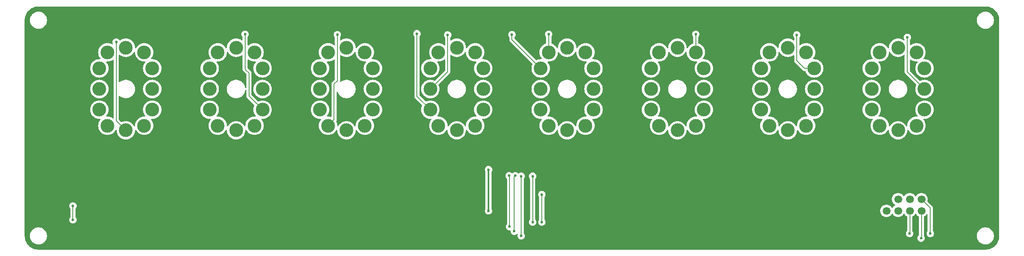
<source format=gbr>
%TF.GenerationSoftware,KiCad,Pcbnew,8.0.2*%
%TF.CreationDate,2024-05-29T18:11:17+12:00*%
%TF.ProjectId,nixie_board,6e697869-655f-4626-9f61-72642e6b6963,0.1.0*%
%TF.SameCoordinates,Original*%
%TF.FileFunction,Copper,L2,Bot*%
%TF.FilePolarity,Positive*%
%FSLAX46Y46*%
G04 Gerber Fmt 4.6, Leading zero omitted, Abs format (unit mm)*
G04 Created by KiCad (PCBNEW 8.0.2) date 2024-05-29 18:11:17*
%MOMM*%
%LPD*%
G01*
G04 APERTURE LIST*
G04 Aperture macros list*
%AMRoundRect*
0 Rectangle with rounded corners*
0 $1 Rounding radius*
0 $2 $3 $4 $5 $6 $7 $8 $9 X,Y pos of 4 corners*
0 Add a 4 corners polygon primitive as box body*
4,1,4,$2,$3,$4,$5,$6,$7,$8,$9,$2,$3,0*
0 Add four circle primitives for the rounded corners*
1,1,$1+$1,$2,$3*
1,1,$1+$1,$4,$5*
1,1,$1+$1,$6,$7*
1,1,$1+$1,$8,$9*
0 Add four rect primitives between the rounded corners*
20,1,$1+$1,$2,$3,$4,$5,0*
20,1,$1+$1,$4,$5,$6,$7,0*
20,1,$1+$1,$6,$7,$8,$9,0*
20,1,$1+$1,$8,$9,$2,$3,0*%
G04 Aperture macros list end*
%TA.AperFunction,ComponentPad*%
%ADD10C,3.000000*%
%TD*%
%TA.AperFunction,ComponentPad*%
%ADD11RoundRect,0.250000X-0.600000X0.600000X-0.600000X-0.600000X0.600000X-0.600000X0.600000X0.600000X0*%
%TD*%
%TA.AperFunction,ComponentPad*%
%ADD12C,1.700000*%
%TD*%
%TA.AperFunction,ViaPad*%
%ADD13C,0.600000*%
%TD*%
%TA.AperFunction,Conductor*%
%ADD14C,0.130000*%
%TD*%
%TA.AperFunction,Conductor*%
%ADD15C,0.300000*%
%TD*%
G04 APERTURE END LIST*
D10*
%TO.P,N1,1,Anode*%
%TO.N,/Nixie_1/NIXIE_ANODE*%
X73000000Y-88000000D03*
%TO.P,N1,2,0*%
%TO.N,/K_0*%
X74750000Y-84500000D03*
%TO.P,N1,3,9*%
%TO.N,/K_9*%
X74750000Y-80000000D03*
%TO.P,N1,4,8*%
%TO.N,/K_8*%
X74750000Y-75500000D03*
%TO.P,N1,5,7*%
%TO.N,/K_7*%
X73000000Y-72000000D03*
%TO.P,N1,6,6*%
%TO.N,/K_6*%
X69000000Y-71000000D03*
%TO.P,N1,7,5*%
%TO.N,/K_5*%
X65000000Y-72000000D03*
%TO.P,N1,8,4*%
%TO.N,/K_4*%
X63250000Y-75500000D03*
%TO.P,N1,9,3*%
%TO.N,/K_3*%
X63250000Y-80000000D03*
%TO.P,N1,10,2*%
%TO.N,/K_2*%
X63250000Y-84500000D03*
%TO.P,N1,11,1*%
%TO.N,/K_1*%
X65000000Y-88000000D03*
%TO.P,N1,12,DP*%
%TO.N,/K_10*%
X69000000Y-89000000D03*
%TD*%
%TO.P,N8,1,Anode*%
%TO.N,/Nixie_8/NIXIE_ANODE*%
X241000000Y-88000000D03*
%TO.P,N8,2,0*%
%TO.N,/K_0*%
X242750000Y-84500000D03*
%TO.P,N8,3,9*%
%TO.N,/K_9*%
X242750000Y-80000000D03*
%TO.P,N8,4,8*%
%TO.N,/K_8*%
X242750000Y-75500000D03*
%TO.P,N8,5,7*%
%TO.N,/K_7*%
X241000000Y-72000000D03*
%TO.P,N8,6,6*%
%TO.N,/K_6*%
X237000000Y-71000000D03*
%TO.P,N8,7,5*%
%TO.N,/K_5*%
X233000000Y-72000000D03*
%TO.P,N8,8,4*%
%TO.N,/K_4*%
X231250000Y-75500000D03*
%TO.P,N8,9,3*%
%TO.N,/K_3*%
X231250000Y-80000000D03*
%TO.P,N8,10,2*%
%TO.N,/K_2*%
X231250000Y-84500000D03*
%TO.P,N8,11,1*%
%TO.N,/K_1*%
X233000000Y-88000000D03*
%TO.P,N8,12,DP*%
%TO.N,/K_10*%
X237000000Y-89000000D03*
%TD*%
%TO.P,N2,1,Anode*%
%TO.N,/Nixie_2/NIXIE_ANODE*%
X97000000Y-88000000D03*
%TO.P,N2,2,0*%
%TO.N,/K_0*%
X98750000Y-84500000D03*
%TO.P,N2,3,9*%
%TO.N,/K_9*%
X98750000Y-80000000D03*
%TO.P,N2,4,8*%
%TO.N,/K_8*%
X98750000Y-75500000D03*
%TO.P,N2,5,7*%
%TO.N,/K_7*%
X97000000Y-72000000D03*
%TO.P,N2,6,6*%
%TO.N,/K_6*%
X93000000Y-71000000D03*
%TO.P,N2,7,5*%
%TO.N,/K_5*%
X89000000Y-72000000D03*
%TO.P,N2,8,4*%
%TO.N,/K_4*%
X87250000Y-75500000D03*
%TO.P,N2,9,3*%
%TO.N,/K_3*%
X87250000Y-80000000D03*
%TO.P,N2,10,2*%
%TO.N,/K_2*%
X87250000Y-84500000D03*
%TO.P,N2,11,1*%
%TO.N,/K_1*%
X89000000Y-88000000D03*
%TO.P,N2,12,DP*%
%TO.N,/K_10*%
X93000000Y-89000000D03*
%TD*%
%TO.P,N3,1,Anode*%
%TO.N,/Nixie_3/NIXIE_ANODE*%
X121000000Y-88000000D03*
%TO.P,N3,2,0*%
%TO.N,/K_0*%
X122750000Y-84500000D03*
%TO.P,N3,3,9*%
%TO.N,/K_9*%
X122750000Y-80000000D03*
%TO.P,N3,4,8*%
%TO.N,/K_8*%
X122750000Y-75500000D03*
%TO.P,N3,5,7*%
%TO.N,/K_7*%
X121000000Y-72000000D03*
%TO.P,N3,6,6*%
%TO.N,/K_6*%
X117000000Y-71000000D03*
%TO.P,N3,7,5*%
%TO.N,/K_5*%
X113000000Y-72000000D03*
%TO.P,N3,8,4*%
%TO.N,/K_4*%
X111250000Y-75500000D03*
%TO.P,N3,9,3*%
%TO.N,/K_3*%
X111250000Y-80000000D03*
%TO.P,N3,10,2*%
%TO.N,/K_2*%
X111250000Y-84500000D03*
%TO.P,N3,11,1*%
%TO.N,/K_1*%
X113000000Y-88000000D03*
%TO.P,N3,12,DP*%
%TO.N,/K_10*%
X117000000Y-89000000D03*
%TD*%
%TO.P,N4,1,Anode*%
%TO.N,/Nixie_4/NIXIE_ANODE*%
X145000000Y-88000000D03*
%TO.P,N4,2,0*%
%TO.N,/K_0*%
X146750000Y-84500000D03*
%TO.P,N4,3,9*%
%TO.N,/K_9*%
X146750000Y-80000000D03*
%TO.P,N4,4,8*%
%TO.N,/K_8*%
X146750000Y-75500000D03*
%TO.P,N4,5,7*%
%TO.N,/K_7*%
X145000000Y-72000000D03*
%TO.P,N4,6,6*%
%TO.N,/K_6*%
X141000000Y-71000000D03*
%TO.P,N4,7,5*%
%TO.N,/K_5*%
X137000000Y-72000000D03*
%TO.P,N4,8,4*%
%TO.N,/K_4*%
X135250000Y-75500000D03*
%TO.P,N4,9,3*%
%TO.N,/K_3*%
X135250000Y-80000000D03*
%TO.P,N4,10,2*%
%TO.N,/K_2*%
X135250000Y-84500000D03*
%TO.P,N4,11,1*%
%TO.N,/K_1*%
X137000000Y-88000000D03*
%TO.P,N4,12,DP*%
%TO.N,/K_10*%
X141000000Y-89000000D03*
%TD*%
%TO.P,N7,1,Anode*%
%TO.N,/Nixie_7/NIXIE_ANODE*%
X217000000Y-88000000D03*
%TO.P,N7,2,0*%
%TO.N,/K_0*%
X218750000Y-84500000D03*
%TO.P,N7,3,9*%
%TO.N,/K_9*%
X218750000Y-80000000D03*
%TO.P,N7,4,8*%
%TO.N,/K_8*%
X218750000Y-75500000D03*
%TO.P,N7,5,7*%
%TO.N,/K_7*%
X217000000Y-72000000D03*
%TO.P,N7,6,6*%
%TO.N,/K_6*%
X213000000Y-71000000D03*
%TO.P,N7,7,5*%
%TO.N,/K_5*%
X209000000Y-72000000D03*
%TO.P,N7,8,4*%
%TO.N,/K_4*%
X207250000Y-75500000D03*
%TO.P,N7,9,3*%
%TO.N,/K_3*%
X207250000Y-80000000D03*
%TO.P,N7,10,2*%
%TO.N,/K_2*%
X207250000Y-84500000D03*
%TO.P,N7,11,1*%
%TO.N,/K_1*%
X209000000Y-88000000D03*
%TO.P,N7,12,DP*%
%TO.N,/K_10*%
X213000000Y-89000000D03*
%TD*%
%TO.P,N5,1,Anode*%
%TO.N,/Nixie_5/NIXIE_ANODE*%
X169000000Y-88000000D03*
%TO.P,N5,2,0*%
%TO.N,/K_0*%
X170750000Y-84500000D03*
%TO.P,N5,3,9*%
%TO.N,/K_9*%
X170750000Y-80000000D03*
%TO.P,N5,4,8*%
%TO.N,/K_8*%
X170750000Y-75500000D03*
%TO.P,N5,5,7*%
%TO.N,/K_7*%
X169000000Y-72000000D03*
%TO.P,N5,6,6*%
%TO.N,/K_6*%
X165000000Y-71000000D03*
%TO.P,N5,7,5*%
%TO.N,/K_5*%
X161000000Y-72000000D03*
%TO.P,N5,8,4*%
%TO.N,/K_4*%
X159250000Y-75500000D03*
%TO.P,N5,9,3*%
%TO.N,/K_3*%
X159250000Y-80000000D03*
%TO.P,N5,10,2*%
%TO.N,/K_2*%
X159250000Y-84500000D03*
%TO.P,N5,11,1*%
%TO.N,/K_1*%
X161000000Y-88000000D03*
%TO.P,N5,12,DP*%
%TO.N,/K_10*%
X165000000Y-89000000D03*
%TD*%
%TO.P,N6,1,Anode*%
%TO.N,/Nixie_6/NIXIE_ANODE*%
X193000000Y-88000000D03*
%TO.P,N6,2,0*%
%TO.N,/K_0*%
X194750000Y-84500000D03*
%TO.P,N6,3,9*%
%TO.N,/K_9*%
X194750000Y-80000000D03*
%TO.P,N6,4,8*%
%TO.N,/K_8*%
X194750000Y-75500000D03*
%TO.P,N6,5,7*%
%TO.N,/K_7*%
X193000000Y-72000000D03*
%TO.P,N6,6,6*%
%TO.N,/K_6*%
X189000000Y-71000000D03*
%TO.P,N6,7,5*%
%TO.N,/K_5*%
X185000000Y-72000000D03*
%TO.P,N6,8,4*%
%TO.N,/K_4*%
X183250000Y-75500000D03*
%TO.P,N6,9,3*%
%TO.N,/K_3*%
X183250000Y-80000000D03*
%TO.P,N6,10,2*%
%TO.N,/K_2*%
X183250000Y-84500000D03*
%TO.P,N6,11,1*%
%TO.N,/K_1*%
X185000000Y-88000000D03*
%TO.P,N6,12,DP*%
%TO.N,/K_10*%
X189000000Y-89000000D03*
%TD*%
D11*
%TO.P,J1,1,Pin_1*%
%TO.N,GND*%
X231920000Y-104000000D03*
D12*
%TO.P,J1,2,Pin_2*%
X231920000Y-106540000D03*
%TO.P,J1,3,Pin_3*%
X234460000Y-104000000D03*
%TO.P,J1,4,Pin_4*%
%TO.N,+3V3*%
X234460000Y-106540000D03*
%TO.P,J1,5,Pin_5*%
%TO.N,170V*%
X237000000Y-104000000D03*
%TO.P,J1,6,Pin_6*%
%TO.N,SER*%
X237000000Y-106540000D03*
%TO.P,J1,7,Pin_7*%
%TO.N,170V*%
X239540000Y-104000000D03*
%TO.P,J1,8,Pin_8*%
%TO.N,OE*%
X239540000Y-106540000D03*
%TO.P,J1,9,Pin_9*%
%TO.N,CLK*%
X242080000Y-104000000D03*
%TO.P,J1,10,Pin_10*%
%TO.N,LATCH*%
X242080000Y-106540000D03*
%TD*%
D13*
%TO.N,OE*%
X57500000Y-108500000D03*
X152400000Y-98900000D03*
X152500000Y-110000000D03*
X57500000Y-105500000D03*
X239500000Y-111500000D03*
%TO.N,CLK*%
X244000000Y-111500000D03*
X155000000Y-112000000D03*
X155000000Y-99000000D03*
%TO.N,LATCH*%
X153500000Y-111000000D03*
X153700000Y-98900000D03*
X242000000Y-112500000D03*
%TO.N,/K_3*%
X139020000Y-68200000D03*
%TO.N,/K_9*%
X239000000Y-68730000D03*
%TO.N,/K_7*%
X193000000Y-68060000D03*
%TO.N,/K_5*%
X161000000Y-68080000D03*
%TO.N,/K_1*%
X115030000Y-68150000D03*
%TO.N,/K_8*%
X214960000Y-68210000D03*
%TO.N,/K_10*%
X66920000Y-69770000D03*
%TO.N,/K_4*%
X153000000Y-68135000D03*
%TO.N,/K_0*%
X94950000Y-68060000D03*
%TO.N,/K_2*%
X132340000Y-67940000D03*
%TO.N,GND*%
X57000000Y-73400000D03*
X247800000Y-79000000D03*
X56900000Y-88500000D03*
X140800000Y-97000000D03*
X158700000Y-101700000D03*
X212800000Y-97000000D03*
X57000000Y-83400000D03*
X164800000Y-97000000D03*
X188800000Y-97000000D03*
X57000000Y-78400000D03*
X247800000Y-69000000D03*
X55800000Y-109400000D03*
X92800000Y-97000000D03*
X247900000Y-74000000D03*
X53800000Y-93500000D03*
X116800000Y-97000000D03*
X55400000Y-111000000D03*
X57000000Y-68400000D03*
X236800000Y-97000000D03*
X68800000Y-97000000D03*
X250100000Y-100500000D03*
X247800000Y-89000000D03*
X247900000Y-84100000D03*
%TO.N,+3V3*%
X147900000Y-106565000D03*
X147910000Y-97570000D03*
%TO.N,/SER_CHAIN_1*%
X159500000Y-109000000D03*
X159500000Y-103000000D03*
%TO.N,/SER_CHAIN_2*%
X157500000Y-99000000D03*
X157500000Y-109000000D03*
%TD*%
D14*
%TO.N,OE*%
X239500000Y-106580000D02*
X239540000Y-106540000D01*
X239540000Y-111460000D02*
X239540000Y-106540000D01*
X239500000Y-111500000D02*
X239540000Y-111460000D01*
X152500000Y-110000000D02*
X152500000Y-99000000D01*
X152500000Y-99000000D02*
X152400000Y-98900000D01*
X57500000Y-105500000D02*
X57500000Y-108500000D01*
%TO.N,CLK*%
X244000000Y-111500000D02*
X244000000Y-105920000D01*
X155000000Y-112000000D02*
X155000000Y-99000000D01*
X244000000Y-105920000D02*
X242080000Y-104000000D01*
%TO.N,LATCH*%
X153500000Y-111000000D02*
X153500000Y-99100000D01*
X242000000Y-112500000D02*
X242080000Y-112420000D01*
X242080000Y-112420000D02*
X242080000Y-106540000D01*
X153500000Y-99100000D02*
X153700000Y-98900000D01*
%TO.N,/K_3*%
X135250000Y-80000000D02*
X139020000Y-76230000D01*
X139020000Y-76230000D02*
X139020000Y-68200000D01*
%TO.N,/K_9*%
X239000000Y-76250000D02*
X239000000Y-70840000D01*
X242750000Y-80000000D02*
X239000000Y-76250000D01*
X239000000Y-70840000D02*
X239000000Y-68730000D01*
%TO.N,/K_7*%
X193000000Y-72000000D02*
X193000000Y-68060000D01*
%TO.N,/K_5*%
X161000000Y-72000000D02*
X161000000Y-68080000D01*
%TO.N,/K_1*%
X114310000Y-86690000D02*
X114310000Y-78920000D01*
X115030000Y-78200000D02*
X115030000Y-70290000D01*
X114310000Y-78920000D02*
X115030000Y-78200000D01*
X113000000Y-88000000D02*
X114310000Y-86690000D01*
X115030000Y-70290000D02*
X115030000Y-68150000D01*
%TO.N,/K_8*%
X214960000Y-73831320D02*
X214960000Y-70240000D01*
X214960000Y-70240000D02*
X214960000Y-68210000D01*
X218750000Y-75500000D02*
X216628680Y-75500000D01*
X216628680Y-75500000D02*
X214960000Y-73831320D01*
%TO.N,/K_10*%
X69000000Y-89000000D02*
X66931000Y-86931000D01*
X66931000Y-86931000D02*
X66931000Y-69781000D01*
X66931000Y-69781000D02*
X66920000Y-69770000D01*
%TO.N,/K_4*%
X153000000Y-69250000D02*
X153000000Y-68135000D01*
X159250000Y-75500000D02*
X153000000Y-69250000D01*
%TO.N,/K_0*%
X94950000Y-75660000D02*
X94950000Y-71300000D01*
X95800000Y-78670000D02*
X95800000Y-76510000D01*
X95800000Y-81550000D02*
X95800000Y-78670000D01*
X95090000Y-75800000D02*
X94950000Y-75660000D01*
X94950000Y-71300000D02*
X94950000Y-68060000D01*
X95800000Y-76510000D02*
X95090000Y-75800000D01*
X98750000Y-84500000D02*
X95800000Y-81550000D01*
%TO.N,/K_2*%
X135250000Y-84500000D02*
X132340000Y-81590000D01*
X132340000Y-81590000D02*
X132340000Y-67940000D01*
D15*
%TO.N,+3V3*%
X147900000Y-106565000D02*
X147900000Y-97580000D01*
X147900000Y-97580000D02*
X147910000Y-97570000D01*
D14*
%TO.N,/SER_CHAIN_1*%
X159500000Y-103000000D02*
X159500000Y-109000000D01*
%TO.N,/SER_CHAIN_2*%
X157500000Y-109000000D02*
X157500000Y-99000000D01*
%TD*%
%TA.AperFunction,Conductor*%
%TO.N,GND*%
G36*
X256003244Y-62000670D02*
G01*
X256307046Y-62016592D01*
X256319953Y-62017949D01*
X256451089Y-62038718D01*
X256617209Y-62065028D01*
X256629896Y-62067724D01*
X256920625Y-62145625D01*
X256932965Y-62149635D01*
X257213938Y-62257490D01*
X257225790Y-62262767D01*
X257493968Y-62399411D01*
X257505199Y-62405896D01*
X257757608Y-62569812D01*
X257768109Y-62577441D01*
X258002010Y-62766850D01*
X258011655Y-62775535D01*
X258224464Y-62988344D01*
X258233149Y-62997989D01*
X258422558Y-63231890D01*
X258430187Y-63242391D01*
X258594101Y-63494796D01*
X258600591Y-63506036D01*
X258737231Y-63774206D01*
X258742510Y-63786064D01*
X258850363Y-64067033D01*
X258854374Y-64079376D01*
X258932273Y-64370097D01*
X258934971Y-64382794D01*
X258982050Y-64680046D01*
X258983407Y-64692953D01*
X258999330Y-64996756D01*
X258999500Y-65003246D01*
X258999500Y-111996753D01*
X258999330Y-112003243D01*
X258983407Y-112307046D01*
X258982050Y-112319953D01*
X258934971Y-112617205D01*
X258932273Y-112629902D01*
X258854374Y-112920623D01*
X258850363Y-112932966D01*
X258742510Y-113213935D01*
X258737231Y-113225793D01*
X258600591Y-113493963D01*
X258594101Y-113505203D01*
X258430187Y-113757608D01*
X258422558Y-113768109D01*
X258233149Y-114002010D01*
X258224464Y-114011655D01*
X258011655Y-114224464D01*
X258002010Y-114233149D01*
X257768109Y-114422558D01*
X257757608Y-114430187D01*
X257505203Y-114594101D01*
X257493963Y-114600591D01*
X257225793Y-114737231D01*
X257213935Y-114742510D01*
X256932966Y-114850363D01*
X256920623Y-114854374D01*
X256629902Y-114932273D01*
X256617205Y-114934971D01*
X256319953Y-114982050D01*
X256307046Y-114983407D01*
X256003244Y-114999330D01*
X255996754Y-114999500D01*
X50003246Y-114999500D01*
X49996756Y-114999330D01*
X49692953Y-114983407D01*
X49680046Y-114982050D01*
X49382794Y-114934971D01*
X49370097Y-114932273D01*
X49079376Y-114854374D01*
X49067033Y-114850363D01*
X48786064Y-114742510D01*
X48774206Y-114737231D01*
X48506036Y-114600591D01*
X48494796Y-114594101D01*
X48242391Y-114430187D01*
X48231890Y-114422558D01*
X47997989Y-114233149D01*
X47988344Y-114224464D01*
X47775535Y-114011655D01*
X47766850Y-114002010D01*
X47577441Y-113768109D01*
X47569812Y-113757608D01*
X47510852Y-113666817D01*
X47405896Y-113505199D01*
X47399408Y-113493963D01*
X47350144Y-113397278D01*
X47262766Y-113225788D01*
X47257489Y-113213935D01*
X47149636Y-112932966D01*
X47145625Y-112920623D01*
X47126574Y-112849523D01*
X47067724Y-112629896D01*
X47065028Y-112617205D01*
X47061889Y-112597388D01*
X47024699Y-112362571D01*
X47017949Y-112319953D01*
X47016592Y-112307046D01*
X47000670Y-112003243D01*
X47000500Y-111996753D01*
X47000500Y-111878456D01*
X48145500Y-111878456D01*
X48145500Y-112121543D01*
X48145501Y-112121559D01*
X48177230Y-112362569D01*
X48240149Y-112597386D01*
X48333175Y-112821972D01*
X48333182Y-112821987D01*
X48454730Y-113032516D01*
X48602722Y-113225380D01*
X48602730Y-113225389D01*
X48774611Y-113397270D01*
X48774619Y-113397277D01*
X48967483Y-113545269D01*
X49178012Y-113666817D01*
X49178027Y-113666824D01*
X49294171Y-113714932D01*
X49402612Y-113759850D01*
X49637429Y-113822769D01*
X49878450Y-113854500D01*
X49878457Y-113854500D01*
X50121543Y-113854500D01*
X50121550Y-113854500D01*
X50362571Y-113822769D01*
X50597388Y-113759850D01*
X50821984Y-113666819D01*
X51032516Y-113545269D01*
X51225380Y-113397278D01*
X51225384Y-113397273D01*
X51225389Y-113397270D01*
X51397270Y-113225389D01*
X51397273Y-113225384D01*
X51397278Y-113225380D01*
X51545269Y-113032516D01*
X51666819Y-112821984D01*
X51759850Y-112597388D01*
X51822769Y-112362571D01*
X51854500Y-112121550D01*
X51854500Y-111878450D01*
X51822769Y-111637429D01*
X51759850Y-111402612D01*
X51714932Y-111294171D01*
X51666824Y-111178027D01*
X51666817Y-111178012D01*
X51545269Y-110967483D01*
X51397277Y-110774619D01*
X51397270Y-110774611D01*
X51225389Y-110602730D01*
X51225380Y-110602722D01*
X51032516Y-110454730D01*
X50821987Y-110333182D01*
X50821972Y-110333175D01*
X50597386Y-110240149D01*
X50362569Y-110177230D01*
X50121559Y-110145501D01*
X50121556Y-110145500D01*
X50121550Y-110145500D01*
X49878450Y-110145500D01*
X49878444Y-110145500D01*
X49878440Y-110145501D01*
X49637430Y-110177230D01*
X49402613Y-110240149D01*
X49178027Y-110333175D01*
X49178012Y-110333182D01*
X48967483Y-110454730D01*
X48774619Y-110602722D01*
X48602722Y-110774619D01*
X48454730Y-110967483D01*
X48333182Y-111178012D01*
X48333175Y-111178027D01*
X48240149Y-111402613D01*
X48177230Y-111637430D01*
X48145501Y-111878440D01*
X48145500Y-111878456D01*
X47000500Y-111878456D01*
X47000500Y-105499996D01*
X56694435Y-105499996D01*
X56694435Y-105500003D01*
X56714630Y-105679249D01*
X56714631Y-105679254D01*
X56774211Y-105849523D01*
X56870184Y-106002262D01*
X56898181Y-106030259D01*
X56931666Y-106091582D01*
X56934500Y-106117940D01*
X56934500Y-107882060D01*
X56914815Y-107949099D01*
X56898181Y-107969741D01*
X56870184Y-107997737D01*
X56774211Y-108150476D01*
X56714631Y-108320745D01*
X56714630Y-108320750D01*
X56694435Y-108499996D01*
X56694435Y-108500003D01*
X56714630Y-108679249D01*
X56714631Y-108679254D01*
X56774211Y-108849523D01*
X56868760Y-108999996D01*
X56870184Y-109002262D01*
X56997738Y-109129816D01*
X57150478Y-109225789D01*
X57320745Y-109285368D01*
X57320750Y-109285369D01*
X57499996Y-109305565D01*
X57500000Y-109305565D01*
X57500004Y-109305565D01*
X57679249Y-109285369D01*
X57679252Y-109285368D01*
X57679255Y-109285368D01*
X57849522Y-109225789D01*
X58002262Y-109129816D01*
X58129816Y-109002262D01*
X58225789Y-108849522D01*
X58285368Y-108679255D01*
X58285369Y-108679249D01*
X58305565Y-108500003D01*
X58305565Y-108499996D01*
X58285369Y-108320750D01*
X58285368Y-108320745D01*
X58225788Y-108150476D01*
X58129815Y-107997737D01*
X58101819Y-107969741D01*
X58068334Y-107908418D01*
X58065500Y-107882060D01*
X58065500Y-106564996D01*
X147094435Y-106564996D01*
X147094435Y-106565003D01*
X147114630Y-106744249D01*
X147114631Y-106744254D01*
X147174211Y-106914523D01*
X147270184Y-107067262D01*
X147397738Y-107194816D01*
X147434365Y-107217830D01*
X147536894Y-107282254D01*
X147550478Y-107290789D01*
X147643069Y-107323188D01*
X147720745Y-107350368D01*
X147720750Y-107350369D01*
X147899996Y-107370565D01*
X147900000Y-107370565D01*
X147900004Y-107370565D01*
X148079249Y-107350369D01*
X148079252Y-107350368D01*
X148079255Y-107350368D01*
X148249522Y-107290789D01*
X148402262Y-107194816D01*
X148529816Y-107067262D01*
X148625789Y-106914522D01*
X148685368Y-106744255D01*
X148705565Y-106565000D01*
X148702748Y-106540000D01*
X148685369Y-106385750D01*
X148685366Y-106385737D01*
X148625790Y-106215481D01*
X148625789Y-106215478D01*
X148604008Y-106180814D01*
X148569506Y-106125903D01*
X148550500Y-106059931D01*
X148550500Y-98899996D01*
X151594435Y-98899996D01*
X151594435Y-98900003D01*
X151614630Y-99079249D01*
X151614631Y-99079254D01*
X151674211Y-99249523D01*
X151770184Y-99402262D01*
X151898181Y-99530259D01*
X151931666Y-99591582D01*
X151934500Y-99617940D01*
X151934500Y-109382060D01*
X151914815Y-109449099D01*
X151898181Y-109469741D01*
X151870184Y-109497737D01*
X151774211Y-109650476D01*
X151714631Y-109820745D01*
X151714630Y-109820750D01*
X151694435Y-109999996D01*
X151694435Y-110000003D01*
X151714630Y-110179249D01*
X151714631Y-110179254D01*
X151774211Y-110349523D01*
X151840318Y-110454731D01*
X151870184Y-110502262D01*
X151997738Y-110629816D01*
X152150478Y-110725789D01*
X152290003Y-110774611D01*
X152320745Y-110785368D01*
X152320750Y-110785369D01*
X152499996Y-110805565D01*
X152500000Y-110805565D01*
X152500002Y-110805565D01*
X152529449Y-110802246D01*
X152564610Y-110798285D01*
X152633432Y-110810339D01*
X152684811Y-110857688D01*
X152702436Y-110925298D01*
X152701714Y-110935388D01*
X152694435Y-110999995D01*
X152694435Y-111000003D01*
X152714630Y-111179249D01*
X152714631Y-111179254D01*
X152774211Y-111349523D01*
X152826929Y-111433422D01*
X152870184Y-111502262D01*
X152997738Y-111629816D01*
X153150478Y-111725789D01*
X153320745Y-111785368D01*
X153320750Y-111785369D01*
X153499996Y-111805565D01*
X153500000Y-111805565D01*
X153500004Y-111805565D01*
X153679249Y-111785369D01*
X153679252Y-111785368D01*
X153679255Y-111785368D01*
X153849522Y-111725789D01*
X154002262Y-111629816D01*
X154047555Y-111584522D01*
X154108876Y-111551038D01*
X154178567Y-111556022D01*
X154234501Y-111597893D01*
X154258919Y-111663357D01*
X154252277Y-111713158D01*
X154214632Y-111820742D01*
X154214630Y-111820750D01*
X154194435Y-111999996D01*
X154194435Y-112000003D01*
X154214630Y-112179249D01*
X154214631Y-112179254D01*
X154274211Y-112349523D01*
X154282410Y-112362571D01*
X154370184Y-112502262D01*
X154497738Y-112629816D01*
X154650478Y-112725789D01*
X154820745Y-112785368D01*
X154820750Y-112785369D01*
X154999996Y-112805565D01*
X155000000Y-112805565D01*
X155000004Y-112805565D01*
X155179249Y-112785369D01*
X155179252Y-112785368D01*
X155179255Y-112785368D01*
X155349522Y-112725789D01*
X155502262Y-112629816D01*
X155629816Y-112502262D01*
X155725789Y-112349522D01*
X155785368Y-112179255D01*
X155785369Y-112179249D01*
X155805565Y-112000003D01*
X155805565Y-111999996D01*
X155785369Y-111820750D01*
X155785368Y-111820745D01*
X155752141Y-111725788D01*
X155725789Y-111650478D01*
X155717590Y-111637430D01*
X155666438Y-111556022D01*
X155629816Y-111497738D01*
X155601819Y-111469741D01*
X155568334Y-111408418D01*
X155565500Y-111382060D01*
X155565500Y-99617940D01*
X155585185Y-99550901D01*
X155601819Y-99530259D01*
X155612319Y-99519759D01*
X155629816Y-99502262D01*
X155725789Y-99349522D01*
X155785368Y-99179255D01*
X155785369Y-99179249D01*
X155805565Y-99000003D01*
X155805565Y-98999996D01*
X156694435Y-98999996D01*
X156694435Y-99000003D01*
X156714630Y-99179249D01*
X156714631Y-99179254D01*
X156774211Y-99349523D01*
X156870184Y-99502262D01*
X156898181Y-99530259D01*
X156931666Y-99591582D01*
X156934500Y-99617940D01*
X156934500Y-108382060D01*
X156914815Y-108449099D01*
X156898181Y-108469741D01*
X156870184Y-108497737D01*
X156774211Y-108650476D01*
X156714631Y-108820745D01*
X156714630Y-108820750D01*
X156694435Y-108999996D01*
X156694435Y-109000003D01*
X156714630Y-109179249D01*
X156714631Y-109179254D01*
X156774211Y-109349523D01*
X156794656Y-109382060D01*
X156870184Y-109502262D01*
X156997738Y-109629816D01*
X157150478Y-109725789D01*
X157320745Y-109785368D01*
X157320750Y-109785369D01*
X157499996Y-109805565D01*
X157500000Y-109805565D01*
X157500004Y-109805565D01*
X157679249Y-109785369D01*
X157679252Y-109785368D01*
X157679255Y-109785368D01*
X157849522Y-109725789D01*
X158002262Y-109629816D01*
X158129816Y-109502262D01*
X158225789Y-109349522D01*
X158285368Y-109179255D01*
X158285369Y-109179249D01*
X158305565Y-109000003D01*
X158305565Y-108999996D01*
X158285369Y-108820750D01*
X158285368Y-108820745D01*
X158225789Y-108650478D01*
X158129816Y-108497738D01*
X158101819Y-108469741D01*
X158068334Y-108408418D01*
X158065500Y-108382060D01*
X158065500Y-102999996D01*
X158694435Y-102999996D01*
X158694435Y-103000003D01*
X158714630Y-103179249D01*
X158714631Y-103179254D01*
X158774211Y-103349523D01*
X158870184Y-103502262D01*
X158898181Y-103530259D01*
X158931666Y-103591582D01*
X158934500Y-103617940D01*
X158934500Y-108382060D01*
X158914815Y-108449099D01*
X158898181Y-108469741D01*
X158870184Y-108497737D01*
X158774211Y-108650476D01*
X158714631Y-108820745D01*
X158714630Y-108820750D01*
X158694435Y-108999996D01*
X158694435Y-109000003D01*
X158714630Y-109179249D01*
X158714631Y-109179254D01*
X158774211Y-109349523D01*
X158794656Y-109382060D01*
X158870184Y-109502262D01*
X158997738Y-109629816D01*
X159150478Y-109725789D01*
X159320745Y-109785368D01*
X159320750Y-109785369D01*
X159499996Y-109805565D01*
X159500000Y-109805565D01*
X159500004Y-109805565D01*
X159679249Y-109785369D01*
X159679252Y-109785368D01*
X159679255Y-109785368D01*
X159849522Y-109725789D01*
X160002262Y-109629816D01*
X160129816Y-109502262D01*
X160225789Y-109349522D01*
X160285368Y-109179255D01*
X160285369Y-109179249D01*
X160305565Y-109000003D01*
X160305565Y-108999996D01*
X160285369Y-108820750D01*
X160285368Y-108820745D01*
X160225789Y-108650478D01*
X160129816Y-108497738D01*
X160101819Y-108469741D01*
X160068334Y-108408418D01*
X160065500Y-108382060D01*
X160065500Y-106539999D01*
X233104341Y-106539999D01*
X233104341Y-106540000D01*
X233124936Y-106775403D01*
X233124938Y-106775413D01*
X233186094Y-107003655D01*
X233186096Y-107003659D01*
X233186097Y-107003663D01*
X233190000Y-107012032D01*
X233285965Y-107217830D01*
X233285967Y-107217834D01*
X233378769Y-107350368D01*
X233421505Y-107411401D01*
X233588599Y-107578495D01*
X233685384Y-107646265D01*
X233782165Y-107714032D01*
X233782167Y-107714033D01*
X233782170Y-107714035D01*
X233996337Y-107813903D01*
X234224592Y-107875063D01*
X234412918Y-107891539D01*
X234459999Y-107895659D01*
X234460000Y-107895659D01*
X234460001Y-107895659D01*
X234499234Y-107892226D01*
X234695408Y-107875063D01*
X234923663Y-107813903D01*
X235137830Y-107714035D01*
X235331401Y-107578495D01*
X235498495Y-107411401D01*
X235628425Y-107225842D01*
X235683002Y-107182217D01*
X235752500Y-107175023D01*
X235814855Y-107206546D01*
X235831575Y-107225842D01*
X235961500Y-107411395D01*
X235961505Y-107411401D01*
X236128599Y-107578495D01*
X236225384Y-107646265D01*
X236322165Y-107714032D01*
X236322167Y-107714033D01*
X236322170Y-107714035D01*
X236536337Y-107813903D01*
X236764592Y-107875063D01*
X236952918Y-107891539D01*
X236999999Y-107895659D01*
X237000000Y-107895659D01*
X237000001Y-107895659D01*
X237039234Y-107892226D01*
X237235408Y-107875063D01*
X237463663Y-107813903D01*
X237677830Y-107714035D01*
X237871401Y-107578495D01*
X238038495Y-107411401D01*
X238168425Y-107225842D01*
X238223002Y-107182217D01*
X238292500Y-107175023D01*
X238354855Y-107206546D01*
X238371575Y-107225842D01*
X238501500Y-107411395D01*
X238501505Y-107411401D01*
X238668599Y-107578495D01*
X238765384Y-107646265D01*
X238862165Y-107714032D01*
X238862166Y-107714032D01*
X238862170Y-107714035D01*
X238902905Y-107733030D01*
X238955343Y-107779200D01*
X238974500Y-107845411D01*
X238974500Y-110842060D01*
X238954815Y-110909099D01*
X238938181Y-110929741D01*
X238870184Y-110997737D01*
X238774211Y-111150476D01*
X238714631Y-111320745D01*
X238714630Y-111320750D01*
X238694435Y-111499996D01*
X238694435Y-111500003D01*
X238714630Y-111679249D01*
X238714631Y-111679254D01*
X238774211Y-111849523D01*
X238827360Y-111934108D01*
X238870184Y-112002262D01*
X238997738Y-112129816D01*
X239150478Y-112225789D01*
X239320745Y-112285368D01*
X239320750Y-112285369D01*
X239499996Y-112305565D01*
X239500000Y-112305565D01*
X239500004Y-112305565D01*
X239679249Y-112285369D01*
X239679252Y-112285368D01*
X239679255Y-112285368D01*
X239849522Y-112225789D01*
X240002262Y-112129816D01*
X240129816Y-112002262D01*
X240225789Y-111849522D01*
X240285368Y-111679255D01*
X240285369Y-111679249D01*
X240305565Y-111500003D01*
X240305565Y-111499996D01*
X240285369Y-111320750D01*
X240285368Y-111320745D01*
X240225789Y-111150478D01*
X240129816Y-110997738D01*
X240129815Y-110997737D01*
X240126111Y-110991842D01*
X240128205Y-110990525D01*
X240106143Y-110936471D01*
X240105500Y-110923857D01*
X240105500Y-107845411D01*
X240125185Y-107778372D01*
X240177094Y-107733030D01*
X240217830Y-107714035D01*
X240411401Y-107578495D01*
X240578495Y-107411401D01*
X240708425Y-107225842D01*
X240763002Y-107182217D01*
X240832500Y-107175023D01*
X240894855Y-107206546D01*
X240911575Y-107225842D01*
X241041500Y-107411395D01*
X241041505Y-107411401D01*
X241208599Y-107578495D01*
X241305384Y-107646265D01*
X241402165Y-107714032D01*
X241402166Y-107714032D01*
X241402170Y-107714035D01*
X241442905Y-107733030D01*
X241495343Y-107779200D01*
X241514500Y-107845411D01*
X241514500Y-111802059D01*
X241494815Y-111869098D01*
X241478182Y-111889740D01*
X241370183Y-111997739D01*
X241274211Y-112150476D01*
X241214631Y-112320745D01*
X241214630Y-112320750D01*
X241194435Y-112499996D01*
X241194435Y-112500003D01*
X241214630Y-112679249D01*
X241214631Y-112679254D01*
X241274211Y-112849523D01*
X241322828Y-112926896D01*
X241370184Y-113002262D01*
X241497738Y-113129816D01*
X241650478Y-113225789D01*
X241820745Y-113285368D01*
X241820750Y-113285369D01*
X241999996Y-113305565D01*
X242000000Y-113305565D01*
X242000004Y-113305565D01*
X242179249Y-113285369D01*
X242179252Y-113285368D01*
X242179255Y-113285368D01*
X242349522Y-113225789D01*
X242502262Y-113129816D01*
X242629816Y-113002262D01*
X242725789Y-112849522D01*
X242785368Y-112679255D01*
X242790929Y-112629902D01*
X242805565Y-112500003D01*
X242805565Y-112499996D01*
X242785369Y-112320750D01*
X242785366Y-112320737D01*
X242725790Y-112150479D01*
X242664506Y-112052945D01*
X242645500Y-111986974D01*
X242645500Y-107845411D01*
X242665185Y-107778372D01*
X242717094Y-107733030D01*
X242757830Y-107714035D01*
X242951401Y-107578495D01*
X243118495Y-107411401D01*
X243208925Y-107282254D01*
X243263502Y-107238629D01*
X243333000Y-107231435D01*
X243395355Y-107262958D01*
X243430769Y-107323188D01*
X243434500Y-107353377D01*
X243434500Y-110882060D01*
X243414815Y-110949099D01*
X243398181Y-110969741D01*
X243370184Y-110997737D01*
X243274211Y-111150476D01*
X243214631Y-111320745D01*
X243214630Y-111320750D01*
X243194435Y-111499996D01*
X243194435Y-111500003D01*
X243214630Y-111679249D01*
X243214631Y-111679254D01*
X243274211Y-111849523D01*
X243327360Y-111934108D01*
X243370184Y-112002262D01*
X243497738Y-112129816D01*
X243650478Y-112225789D01*
X243820745Y-112285368D01*
X243820750Y-112285369D01*
X243999996Y-112305565D01*
X244000000Y-112305565D01*
X244000004Y-112305565D01*
X244179249Y-112285369D01*
X244179252Y-112285368D01*
X244179255Y-112285368D01*
X244349522Y-112225789D01*
X244502262Y-112129816D01*
X244629816Y-112002262D01*
X244707609Y-111878456D01*
X254145500Y-111878456D01*
X254145500Y-112121543D01*
X254145501Y-112121559D01*
X254177230Y-112362569D01*
X254240149Y-112597386D01*
X254333175Y-112821972D01*
X254333182Y-112821987D01*
X254454730Y-113032516D01*
X254602722Y-113225380D01*
X254602730Y-113225389D01*
X254774611Y-113397270D01*
X254774619Y-113397277D01*
X254967483Y-113545269D01*
X255178012Y-113666817D01*
X255178027Y-113666824D01*
X255294171Y-113714932D01*
X255402612Y-113759850D01*
X255637429Y-113822769D01*
X255878450Y-113854500D01*
X255878457Y-113854500D01*
X256121543Y-113854500D01*
X256121550Y-113854500D01*
X256362571Y-113822769D01*
X256597388Y-113759850D01*
X256821984Y-113666819D01*
X257032516Y-113545269D01*
X257225380Y-113397278D01*
X257225384Y-113397273D01*
X257225389Y-113397270D01*
X257397270Y-113225389D01*
X257397273Y-113225384D01*
X257397278Y-113225380D01*
X257545269Y-113032516D01*
X257666819Y-112821984D01*
X257759850Y-112597388D01*
X257822769Y-112362571D01*
X257854500Y-112121550D01*
X257854500Y-111878450D01*
X257822769Y-111637429D01*
X257759850Y-111402612D01*
X257714932Y-111294171D01*
X257666824Y-111178027D01*
X257666817Y-111178012D01*
X257545269Y-110967483D01*
X257397277Y-110774619D01*
X257397270Y-110774611D01*
X257225389Y-110602730D01*
X257225380Y-110602722D01*
X257032516Y-110454730D01*
X256821987Y-110333182D01*
X256821972Y-110333175D01*
X256597386Y-110240149D01*
X256362569Y-110177230D01*
X256121559Y-110145501D01*
X256121556Y-110145500D01*
X256121550Y-110145500D01*
X255878450Y-110145500D01*
X255878444Y-110145500D01*
X255878440Y-110145501D01*
X255637430Y-110177230D01*
X255402613Y-110240149D01*
X255178027Y-110333175D01*
X255178012Y-110333182D01*
X254967483Y-110454730D01*
X254774619Y-110602722D01*
X254602722Y-110774619D01*
X254454730Y-110967483D01*
X254333182Y-111178012D01*
X254333175Y-111178027D01*
X254240149Y-111402613D01*
X254177230Y-111637430D01*
X254145501Y-111878440D01*
X254145500Y-111878456D01*
X244707609Y-111878456D01*
X244725789Y-111849522D01*
X244785368Y-111679255D01*
X244785369Y-111679249D01*
X244805565Y-111500003D01*
X244805565Y-111499996D01*
X244785369Y-111320750D01*
X244785368Y-111320745D01*
X244725789Y-111150478D01*
X244629816Y-110997738D01*
X244601819Y-110969741D01*
X244568334Y-110908418D01*
X244565500Y-110882060D01*
X244565500Y-105845552D01*
X244565500Y-105845550D01*
X244526962Y-105701725D01*
X244452513Y-105572775D01*
X244347225Y-105467487D01*
X243402306Y-104522568D01*
X243368821Y-104461245D01*
X243370211Y-104402796D01*
X243415063Y-104235408D01*
X243435659Y-104000000D01*
X243415063Y-103764592D01*
X243353903Y-103536337D01*
X243254035Y-103322171D01*
X243248425Y-103314158D01*
X243118494Y-103128597D01*
X242951402Y-102961506D01*
X242951395Y-102961501D01*
X242757834Y-102825967D01*
X242757830Y-102825965D01*
X242746636Y-102820745D01*
X242543663Y-102726097D01*
X242543659Y-102726096D01*
X242543655Y-102726094D01*
X242315413Y-102664938D01*
X242315403Y-102664936D01*
X242080001Y-102644341D01*
X242079999Y-102644341D01*
X241844596Y-102664936D01*
X241844586Y-102664938D01*
X241616344Y-102726094D01*
X241616335Y-102726098D01*
X241402171Y-102825964D01*
X241402169Y-102825965D01*
X241208597Y-102961505D01*
X241041505Y-103128597D01*
X240911575Y-103314158D01*
X240856998Y-103357783D01*
X240787500Y-103364977D01*
X240725145Y-103333454D01*
X240708425Y-103314158D01*
X240578494Y-103128597D01*
X240411402Y-102961506D01*
X240411395Y-102961501D01*
X240217834Y-102825967D01*
X240217830Y-102825965D01*
X240206636Y-102820745D01*
X240003663Y-102726097D01*
X240003659Y-102726096D01*
X240003655Y-102726094D01*
X239775413Y-102664938D01*
X239775403Y-102664936D01*
X239540001Y-102644341D01*
X239539999Y-102644341D01*
X239304596Y-102664936D01*
X239304586Y-102664938D01*
X239076344Y-102726094D01*
X239076335Y-102726098D01*
X238862171Y-102825964D01*
X238862169Y-102825965D01*
X238668597Y-102961505D01*
X238501505Y-103128597D01*
X238371575Y-103314158D01*
X238316998Y-103357783D01*
X238247500Y-103364977D01*
X238185145Y-103333454D01*
X238168425Y-103314158D01*
X238038494Y-103128597D01*
X237871402Y-102961506D01*
X237871395Y-102961501D01*
X237677834Y-102825967D01*
X237677830Y-102825965D01*
X237666636Y-102820745D01*
X237463663Y-102726097D01*
X237463659Y-102726096D01*
X237463655Y-102726094D01*
X237235413Y-102664938D01*
X237235403Y-102664936D01*
X237000001Y-102644341D01*
X236999999Y-102644341D01*
X236764596Y-102664936D01*
X236764586Y-102664938D01*
X236536344Y-102726094D01*
X236536335Y-102726098D01*
X236322171Y-102825964D01*
X236322169Y-102825965D01*
X236128597Y-102961505D01*
X235961505Y-103128597D01*
X235825965Y-103322169D01*
X235825964Y-103322171D01*
X235726098Y-103536335D01*
X235726094Y-103536344D01*
X235664938Y-103764586D01*
X235664936Y-103764596D01*
X235644341Y-103999999D01*
X235644341Y-104000000D01*
X235664936Y-104235403D01*
X235664938Y-104235413D01*
X235726094Y-104463655D01*
X235726096Y-104463659D01*
X235726097Y-104463663D01*
X235729437Y-104470825D01*
X235825965Y-104677830D01*
X235825967Y-104677834D01*
X235934281Y-104832521D01*
X235961501Y-104871396D01*
X235961506Y-104871402D01*
X236128597Y-105038493D01*
X236128603Y-105038498D01*
X236314158Y-105168425D01*
X236357783Y-105223002D01*
X236364977Y-105292500D01*
X236333454Y-105354855D01*
X236314158Y-105371575D01*
X236128597Y-105501505D01*
X235961505Y-105668597D01*
X235831575Y-105854158D01*
X235776998Y-105897783D01*
X235707500Y-105904977D01*
X235645145Y-105873454D01*
X235628425Y-105854158D01*
X235498494Y-105668597D01*
X235331402Y-105501506D01*
X235331395Y-105501501D01*
X235329251Y-105500000D01*
X235282818Y-105467487D01*
X235137834Y-105365967D01*
X235137830Y-105365965D01*
X235137828Y-105365964D01*
X234923663Y-105266097D01*
X234923659Y-105266096D01*
X234923655Y-105266094D01*
X234695413Y-105204938D01*
X234695403Y-105204936D01*
X234460001Y-105184341D01*
X234459999Y-105184341D01*
X234224596Y-105204936D01*
X234224586Y-105204938D01*
X233996344Y-105266094D01*
X233996335Y-105266098D01*
X233782171Y-105365964D01*
X233782169Y-105365965D01*
X233588597Y-105501505D01*
X233421505Y-105668597D01*
X233285965Y-105862169D01*
X233285964Y-105862171D01*
X233186098Y-106076335D01*
X233186094Y-106076344D01*
X233124938Y-106304586D01*
X233124936Y-106304596D01*
X233104341Y-106539999D01*
X160065500Y-106539999D01*
X160065500Y-103617940D01*
X160085185Y-103550901D01*
X160101819Y-103530259D01*
X160104111Y-103527967D01*
X160129816Y-103502262D01*
X160225789Y-103349522D01*
X160285368Y-103179255D01*
X160305565Y-103000000D01*
X160301227Y-102961501D01*
X160285369Y-102820750D01*
X160285368Y-102820745D01*
X160225789Y-102650478D01*
X160129816Y-102497738D01*
X160002262Y-102370184D01*
X159849523Y-102274211D01*
X159679254Y-102214631D01*
X159679249Y-102214630D01*
X159500004Y-102194435D01*
X159499996Y-102194435D01*
X159320750Y-102214630D01*
X159320745Y-102214631D01*
X159150476Y-102274211D01*
X158997737Y-102370184D01*
X158870184Y-102497737D01*
X158774211Y-102650476D01*
X158714631Y-102820745D01*
X158714630Y-102820750D01*
X158694435Y-102999996D01*
X158065500Y-102999996D01*
X158065500Y-99617940D01*
X158085185Y-99550901D01*
X158101819Y-99530259D01*
X158112319Y-99519759D01*
X158129816Y-99502262D01*
X158225789Y-99349522D01*
X158285368Y-99179255D01*
X158285369Y-99179249D01*
X158305565Y-99000003D01*
X158305565Y-98999996D01*
X158285369Y-98820750D01*
X158285368Y-98820745D01*
X158225788Y-98650476D01*
X158162955Y-98550478D01*
X158129816Y-98497738D01*
X158002262Y-98370184D01*
X157984052Y-98358742D01*
X157849523Y-98274211D01*
X157679254Y-98214631D01*
X157679249Y-98214630D01*
X157500004Y-98194435D01*
X157499996Y-98194435D01*
X157320750Y-98214630D01*
X157320745Y-98214631D01*
X157150476Y-98274211D01*
X156997737Y-98370184D01*
X156870184Y-98497737D01*
X156774211Y-98650476D01*
X156714631Y-98820745D01*
X156714630Y-98820750D01*
X156694435Y-98999996D01*
X155805565Y-98999996D01*
X155785369Y-98820750D01*
X155785368Y-98820745D01*
X155725788Y-98650476D01*
X155662955Y-98550478D01*
X155629816Y-98497738D01*
X155502262Y-98370184D01*
X155484052Y-98358742D01*
X155349523Y-98274211D01*
X155179254Y-98214631D01*
X155179249Y-98214630D01*
X155000004Y-98194435D01*
X154999996Y-98194435D01*
X154820750Y-98214630D01*
X154820745Y-98214631D01*
X154650476Y-98274211D01*
X154497734Y-98370186D01*
X154497732Y-98370187D01*
X154487677Y-98380243D01*
X154426353Y-98413726D01*
X154356662Y-98408739D01*
X154312318Y-98380240D01*
X154202262Y-98270184D01*
X154049523Y-98174211D01*
X153879254Y-98114631D01*
X153879249Y-98114630D01*
X153700004Y-98094435D01*
X153699996Y-98094435D01*
X153520750Y-98114630D01*
X153520745Y-98114631D01*
X153350476Y-98174211D01*
X153197737Y-98270184D01*
X153137681Y-98330241D01*
X153076358Y-98363726D01*
X153006666Y-98358742D01*
X152962319Y-98330241D01*
X152902262Y-98270184D01*
X152749523Y-98174211D01*
X152579254Y-98114631D01*
X152579249Y-98114630D01*
X152400004Y-98094435D01*
X152399996Y-98094435D01*
X152220750Y-98114630D01*
X152220745Y-98114631D01*
X152050476Y-98174211D01*
X151897737Y-98270184D01*
X151770184Y-98397737D01*
X151674211Y-98550476D01*
X151614631Y-98720745D01*
X151614630Y-98720750D01*
X151594435Y-98899996D01*
X148550500Y-98899996D01*
X148550500Y-98090982D01*
X148569507Y-98025009D01*
X148635788Y-97919524D01*
X148695368Y-97749254D01*
X148695369Y-97749249D01*
X148715565Y-97570003D01*
X148715565Y-97569996D01*
X148695369Y-97390750D01*
X148695368Y-97390745D01*
X148635788Y-97220476D01*
X148539815Y-97067737D01*
X148412262Y-96940184D01*
X148259523Y-96844211D01*
X148089254Y-96784631D01*
X148089249Y-96784630D01*
X147910004Y-96764435D01*
X147909996Y-96764435D01*
X147730750Y-96784630D01*
X147730745Y-96784631D01*
X147560476Y-96844211D01*
X147407737Y-96940184D01*
X147280184Y-97067737D01*
X147184211Y-97220476D01*
X147124631Y-97390745D01*
X147124630Y-97390750D01*
X147104435Y-97569996D01*
X147104435Y-97570003D01*
X147124630Y-97749249D01*
X147124631Y-97749254D01*
X147184211Y-97919524D01*
X147230493Y-97993179D01*
X147249500Y-98059152D01*
X147249500Y-106059931D01*
X147230494Y-106125903D01*
X147174211Y-106215477D01*
X147174209Y-106215481D01*
X147114633Y-106385737D01*
X147114630Y-106385750D01*
X147094435Y-106564996D01*
X58065500Y-106564996D01*
X58065500Y-106117940D01*
X58085185Y-106050901D01*
X58101819Y-106030259D01*
X58129816Y-106002262D01*
X58225789Y-105849522D01*
X58285368Y-105679255D01*
X58297365Y-105572778D01*
X58305565Y-105500003D01*
X58305565Y-105499996D01*
X58285369Y-105320750D01*
X58285368Y-105320745D01*
X58275485Y-105292500D01*
X58225789Y-105150478D01*
X58129816Y-104997738D01*
X58002262Y-104870184D01*
X57849523Y-104774211D01*
X57679254Y-104714631D01*
X57679249Y-104714630D01*
X57500004Y-104694435D01*
X57499996Y-104694435D01*
X57320750Y-104714630D01*
X57320745Y-104714631D01*
X57150476Y-104774211D01*
X56997737Y-104870184D01*
X56870184Y-104997737D01*
X56774211Y-105150476D01*
X56714631Y-105320745D01*
X56714630Y-105320750D01*
X56694435Y-105499996D01*
X47000500Y-105499996D01*
X47000500Y-79999998D01*
X61244390Y-79999998D01*
X61244390Y-80000001D01*
X61264804Y-80285433D01*
X61325628Y-80565037D01*
X61325630Y-80565043D01*
X61325631Y-80565046D01*
X61425633Y-80833161D01*
X61425635Y-80833166D01*
X61562770Y-81084309D01*
X61562775Y-81084317D01*
X61734254Y-81313387D01*
X61734270Y-81313405D01*
X61936594Y-81515729D01*
X61936612Y-81515745D01*
X62165682Y-81687224D01*
X62165690Y-81687229D01*
X62416833Y-81824364D01*
X62416832Y-81824364D01*
X62416836Y-81824365D01*
X62416839Y-81824367D01*
X62684954Y-81924369D01*
X62684960Y-81924370D01*
X62684962Y-81924371D01*
X62964566Y-81985195D01*
X62964568Y-81985195D01*
X62964572Y-81985196D01*
X63218220Y-82003337D01*
X63249999Y-82005610D01*
X63250000Y-82005610D01*
X63250001Y-82005610D01*
X63278595Y-82003564D01*
X63535428Y-81985196D01*
X63815046Y-81924369D01*
X64083161Y-81824367D01*
X64334315Y-81687226D01*
X64563395Y-81515739D01*
X64765739Y-81313395D01*
X64937226Y-81084315D01*
X65074367Y-80833161D01*
X65174369Y-80565046D01*
X65235196Y-80285428D01*
X65255610Y-80000000D01*
X65235196Y-79714572D01*
X65174369Y-79434954D01*
X65074367Y-79166839D01*
X65067486Y-79154238D01*
X64937229Y-78915690D01*
X64937224Y-78915682D01*
X64765745Y-78686612D01*
X64765729Y-78686594D01*
X64563405Y-78484270D01*
X64563387Y-78484254D01*
X64334317Y-78312775D01*
X64334309Y-78312770D01*
X64083166Y-78175635D01*
X64083167Y-78175635D01*
X63975915Y-78135632D01*
X63815046Y-78075631D01*
X63815043Y-78075630D01*
X63815037Y-78075628D01*
X63535433Y-78014804D01*
X63250001Y-77994390D01*
X63249999Y-77994390D01*
X62964566Y-78014804D01*
X62684962Y-78075628D01*
X62416833Y-78175635D01*
X62165690Y-78312770D01*
X62165682Y-78312775D01*
X61936612Y-78484254D01*
X61936594Y-78484270D01*
X61734270Y-78686594D01*
X61734254Y-78686612D01*
X61562775Y-78915682D01*
X61562770Y-78915690D01*
X61425635Y-79166833D01*
X61325628Y-79434962D01*
X61264804Y-79714566D01*
X61244390Y-79999998D01*
X47000500Y-79999998D01*
X47000500Y-75499998D01*
X61244390Y-75499998D01*
X61244390Y-75500001D01*
X61264804Y-75785433D01*
X61325628Y-76065037D01*
X61325630Y-76065043D01*
X61325631Y-76065046D01*
X61410178Y-76291725D01*
X61425635Y-76333166D01*
X61562770Y-76584309D01*
X61562775Y-76584317D01*
X61734254Y-76813387D01*
X61734270Y-76813405D01*
X61936594Y-77015729D01*
X61936612Y-77015745D01*
X62165682Y-77187224D01*
X62165690Y-77187229D01*
X62416833Y-77324364D01*
X62416832Y-77324364D01*
X62416836Y-77324365D01*
X62416839Y-77324367D01*
X62684954Y-77424369D01*
X62684960Y-77424370D01*
X62684962Y-77424371D01*
X62964566Y-77485195D01*
X62964568Y-77485195D01*
X62964572Y-77485196D01*
X63218220Y-77503337D01*
X63249999Y-77505610D01*
X63250000Y-77505610D01*
X63250001Y-77505610D01*
X63278595Y-77503564D01*
X63535428Y-77485196D01*
X63815046Y-77424369D01*
X64083161Y-77324367D01*
X64334315Y-77187226D01*
X64563395Y-77015739D01*
X64765739Y-76813395D01*
X64937226Y-76584315D01*
X65074367Y-76333161D01*
X65174369Y-76065046D01*
X65214998Y-75878276D01*
X65235195Y-75785433D01*
X65235195Y-75785432D01*
X65235196Y-75785428D01*
X65255610Y-75500000D01*
X65235196Y-75214572D01*
X65174369Y-74934954D01*
X65074367Y-74666839D01*
X65051228Y-74624464D01*
X64937229Y-74415690D01*
X64937224Y-74415682D01*
X64772048Y-74195033D01*
X64747631Y-74129569D01*
X64762483Y-74061296D01*
X64811888Y-74011891D01*
X64880161Y-73997039D01*
X64999999Y-74005610D01*
X65000000Y-74005610D01*
X65000001Y-74005610D01*
X65028595Y-74003564D01*
X65285428Y-73985196D01*
X65289727Y-73984261D01*
X65565037Y-73924371D01*
X65565037Y-73924370D01*
X65565046Y-73924369D01*
X65833161Y-73824367D01*
X66084315Y-73687226D01*
X66167192Y-73625184D01*
X66232653Y-73600769D01*
X66300926Y-73615620D01*
X66350332Y-73665025D01*
X66365500Y-73724453D01*
X66365500Y-86275546D01*
X66345815Y-86342585D01*
X66293011Y-86388340D01*
X66223853Y-86398284D01*
X66167190Y-86374813D01*
X66084317Y-86312775D01*
X66084309Y-86312770D01*
X65833166Y-86175635D01*
X65833167Y-86175635D01*
X65725915Y-86135632D01*
X65565046Y-86075631D01*
X65565043Y-86075630D01*
X65565037Y-86075628D01*
X65285433Y-86014804D01*
X65000001Y-85994390D01*
X64999997Y-85994390D01*
X64880160Y-86002960D01*
X64811887Y-85988108D01*
X64762482Y-85938702D01*
X64747631Y-85870429D01*
X64772046Y-85804969D01*
X64937226Y-85584315D01*
X65074367Y-85333161D01*
X65174369Y-85065046D01*
X65235196Y-84785428D01*
X65255610Y-84500000D01*
X65235196Y-84214572D01*
X65174369Y-83934954D01*
X65074367Y-83666839D01*
X65051228Y-83624464D01*
X64937229Y-83415690D01*
X64937224Y-83415682D01*
X64765745Y-83186612D01*
X64765729Y-83186594D01*
X64563405Y-82984270D01*
X64563387Y-82984254D01*
X64334317Y-82812775D01*
X64334309Y-82812770D01*
X64083166Y-82675635D01*
X64083167Y-82675635D01*
X63975915Y-82635632D01*
X63815046Y-82575631D01*
X63815043Y-82575630D01*
X63815037Y-82575628D01*
X63535433Y-82514804D01*
X63250001Y-82494390D01*
X63249999Y-82494390D01*
X62964566Y-82514804D01*
X62684962Y-82575628D01*
X62416833Y-82675635D01*
X62165690Y-82812770D01*
X62165682Y-82812775D01*
X61936612Y-82984254D01*
X61936594Y-82984270D01*
X61734270Y-83186594D01*
X61734254Y-83186612D01*
X61562775Y-83415682D01*
X61562770Y-83415690D01*
X61425635Y-83666833D01*
X61325628Y-83934962D01*
X61264804Y-84214566D01*
X61244390Y-84499998D01*
X61244390Y-84500001D01*
X61264804Y-84785433D01*
X61325628Y-85065037D01*
X61425635Y-85333166D01*
X61562770Y-85584309D01*
X61562775Y-85584317D01*
X61734254Y-85813387D01*
X61734270Y-85813405D01*
X61936594Y-86015729D01*
X61936612Y-86015745D01*
X62165682Y-86187224D01*
X62165690Y-86187229D01*
X62416833Y-86324364D01*
X62416832Y-86324364D01*
X62416836Y-86324365D01*
X62416839Y-86324367D01*
X62684954Y-86424369D01*
X62684960Y-86424370D01*
X62684962Y-86424371D01*
X62964566Y-86485195D01*
X62964568Y-86485195D01*
X62964572Y-86485196D01*
X63218220Y-86503337D01*
X63249999Y-86505610D01*
X63250000Y-86505610D01*
X63250001Y-86505610D01*
X63298091Y-86502170D01*
X63369838Y-86497039D01*
X63438111Y-86511891D01*
X63487516Y-86561296D01*
X63502368Y-86629569D01*
X63477951Y-86695033D01*
X63312775Y-86915682D01*
X63312770Y-86915690D01*
X63175635Y-87166833D01*
X63075628Y-87434962D01*
X63014804Y-87714566D01*
X62994390Y-87999998D01*
X62994390Y-88000001D01*
X63014804Y-88285433D01*
X63075628Y-88565037D01*
X63075630Y-88565043D01*
X63075631Y-88565046D01*
X63175633Y-88833161D01*
X63175635Y-88833166D01*
X63312770Y-89084309D01*
X63312775Y-89084317D01*
X63484254Y-89313387D01*
X63484270Y-89313405D01*
X63686594Y-89515729D01*
X63686612Y-89515745D01*
X63915682Y-89687224D01*
X63915690Y-89687229D01*
X64166833Y-89824364D01*
X64166832Y-89824364D01*
X64166836Y-89824365D01*
X64166839Y-89824367D01*
X64434954Y-89924369D01*
X64434960Y-89924370D01*
X64434962Y-89924371D01*
X64714566Y-89985195D01*
X64714568Y-89985195D01*
X64714572Y-89985196D01*
X64968220Y-90003337D01*
X64999999Y-90005610D01*
X65000000Y-90005610D01*
X65000001Y-90005610D01*
X65028595Y-90003564D01*
X65285428Y-89985196D01*
X65565046Y-89924369D01*
X65833161Y-89824367D01*
X66084315Y-89687226D01*
X66313395Y-89515739D01*
X66515739Y-89313395D01*
X66687226Y-89084315D01*
X66761759Y-88947817D01*
X66811164Y-88898413D01*
X66879437Y-88883561D01*
X66944901Y-88907978D01*
X66986773Y-88963911D01*
X66994275Y-88998399D01*
X67014804Y-89285433D01*
X67075628Y-89565037D01*
X67175635Y-89833166D01*
X67312770Y-90084309D01*
X67312775Y-90084317D01*
X67484254Y-90313387D01*
X67484270Y-90313405D01*
X67686594Y-90515729D01*
X67686612Y-90515745D01*
X67915682Y-90687224D01*
X67915690Y-90687229D01*
X68166833Y-90824364D01*
X68166832Y-90824364D01*
X68166836Y-90824365D01*
X68166839Y-90824367D01*
X68434954Y-90924369D01*
X68434960Y-90924370D01*
X68434962Y-90924371D01*
X68714566Y-90985195D01*
X68714568Y-90985195D01*
X68714572Y-90985196D01*
X68968220Y-91003337D01*
X68999999Y-91005610D01*
X69000000Y-91005610D01*
X69000001Y-91005610D01*
X69028595Y-91003564D01*
X69285428Y-90985196D01*
X69565046Y-90924369D01*
X69833161Y-90824367D01*
X70084315Y-90687226D01*
X70313395Y-90515739D01*
X70515739Y-90313395D01*
X70687226Y-90084315D01*
X70824367Y-89833161D01*
X70924369Y-89565046D01*
X70985196Y-89285428D01*
X71005610Y-89000000D01*
X71005609Y-88999996D01*
X71005724Y-88998399D01*
X71030141Y-88932935D01*
X71086074Y-88891063D01*
X71155766Y-88886079D01*
X71217089Y-88919564D01*
X71238240Y-88947818D01*
X71312770Y-89084309D01*
X71312775Y-89084317D01*
X71484254Y-89313387D01*
X71484270Y-89313405D01*
X71686594Y-89515729D01*
X71686612Y-89515745D01*
X71915682Y-89687224D01*
X71915690Y-89687229D01*
X72166833Y-89824364D01*
X72166832Y-89824364D01*
X72166836Y-89824365D01*
X72166839Y-89824367D01*
X72434954Y-89924369D01*
X72434960Y-89924370D01*
X72434962Y-89924371D01*
X72714566Y-89985195D01*
X72714568Y-89985195D01*
X72714572Y-89985196D01*
X72968220Y-90003337D01*
X72999999Y-90005610D01*
X73000000Y-90005610D01*
X73000001Y-90005610D01*
X73028595Y-90003564D01*
X73285428Y-89985196D01*
X73565046Y-89924369D01*
X73833161Y-89824367D01*
X74084315Y-89687226D01*
X74313395Y-89515739D01*
X74515739Y-89313395D01*
X74687226Y-89084315D01*
X74824367Y-88833161D01*
X74924369Y-88565046D01*
X74985196Y-88285428D01*
X75005610Y-88000000D01*
X74985196Y-87714572D01*
X74924369Y-87434954D01*
X74824367Y-87166839D01*
X74791302Y-87106286D01*
X74687229Y-86915690D01*
X74687224Y-86915682D01*
X74522048Y-86695033D01*
X74497631Y-86629569D01*
X74512483Y-86561296D01*
X74561888Y-86511891D01*
X74630161Y-86497039D01*
X74749999Y-86505610D01*
X74750000Y-86505610D01*
X74750001Y-86505610D01*
X74778595Y-86503564D01*
X75035428Y-86485196D01*
X75039727Y-86484261D01*
X75315037Y-86424371D01*
X75315037Y-86424370D01*
X75315046Y-86424369D01*
X75583161Y-86324367D01*
X75834315Y-86187226D01*
X76063395Y-86015739D01*
X76265739Y-85813395D01*
X76437226Y-85584315D01*
X76574367Y-85333161D01*
X76674369Y-85065046D01*
X76735196Y-84785428D01*
X76755610Y-84500000D01*
X76735196Y-84214572D01*
X76674369Y-83934954D01*
X76574367Y-83666839D01*
X76551228Y-83624464D01*
X76437229Y-83415690D01*
X76437224Y-83415682D01*
X76265745Y-83186612D01*
X76265729Y-83186594D01*
X76063405Y-82984270D01*
X76063387Y-82984254D01*
X75834317Y-82812775D01*
X75834309Y-82812770D01*
X75583166Y-82675635D01*
X75583167Y-82675635D01*
X75475915Y-82635632D01*
X75315046Y-82575631D01*
X75315043Y-82575630D01*
X75315037Y-82575628D01*
X75035433Y-82514804D01*
X74750001Y-82494390D01*
X74749999Y-82494390D01*
X74464566Y-82514804D01*
X74184962Y-82575628D01*
X73916833Y-82675635D01*
X73665690Y-82812770D01*
X73665682Y-82812775D01*
X73436612Y-82984254D01*
X73436594Y-82984270D01*
X73234270Y-83186594D01*
X73234254Y-83186612D01*
X73062775Y-83415682D01*
X73062770Y-83415690D01*
X72925635Y-83666833D01*
X72825628Y-83934962D01*
X72764804Y-84214566D01*
X72744390Y-84499998D01*
X72744390Y-84500001D01*
X72764804Y-84785433D01*
X72825628Y-85065037D01*
X72925635Y-85333166D01*
X73062770Y-85584309D01*
X73062775Y-85584317D01*
X73227951Y-85804966D01*
X73252368Y-85870430D01*
X73237516Y-85938703D01*
X73188111Y-85988108D01*
X73119839Y-86002960D01*
X73000003Y-85994390D01*
X72999999Y-85994390D01*
X72714566Y-86014804D01*
X72434962Y-86075628D01*
X72166833Y-86175635D01*
X71915690Y-86312770D01*
X71915682Y-86312775D01*
X71686612Y-86484254D01*
X71686594Y-86484270D01*
X71484270Y-86686594D01*
X71484254Y-86686612D01*
X71312775Y-86915682D01*
X71312770Y-86915690D01*
X71175635Y-87166833D01*
X71075628Y-87434962D01*
X71014804Y-87714566D01*
X70994275Y-88001600D01*
X70969858Y-88067065D01*
X70913924Y-88108936D01*
X70844233Y-88113920D01*
X70782910Y-88080435D01*
X70761759Y-88052181D01*
X70687229Y-87915690D01*
X70687224Y-87915682D01*
X70515745Y-87686612D01*
X70515729Y-87686594D01*
X70313405Y-87484270D01*
X70313387Y-87484254D01*
X70084317Y-87312775D01*
X70084309Y-87312770D01*
X69833166Y-87175635D01*
X69833167Y-87175635D01*
X69647235Y-87106286D01*
X69565046Y-87075631D01*
X69565043Y-87075630D01*
X69565037Y-87075628D01*
X69285433Y-87014804D01*
X69000001Y-86994390D01*
X68999999Y-86994390D01*
X68714566Y-87014804D01*
X68434962Y-87075628D01*
X68166835Y-87175634D01*
X68124464Y-87198771D01*
X68056191Y-87213622D01*
X67990727Y-87189205D01*
X67977357Y-87177619D01*
X67532819Y-86733081D01*
X67499334Y-86671758D01*
X67496500Y-86645400D01*
X67496500Y-81624389D01*
X67516185Y-81557350D01*
X67568989Y-81511595D01*
X67638147Y-81501651D01*
X67695986Y-81526013D01*
X67736826Y-81557350D01*
X67883970Y-81670257D01*
X68030223Y-81754696D01*
X68111522Y-81801635D01*
X68111527Y-81801637D01*
X68111530Y-81801639D01*
X68264615Y-81865048D01*
X68342295Y-81897225D01*
X68354292Y-81902194D01*
X68608102Y-81970202D01*
X68868618Y-82004500D01*
X68868625Y-82004500D01*
X69131375Y-82004500D01*
X69131382Y-82004500D01*
X69391898Y-81970202D01*
X69645708Y-81902194D01*
X69888470Y-81801639D01*
X70116030Y-81670257D01*
X70324495Y-81510297D01*
X70510297Y-81324495D01*
X70670257Y-81116030D01*
X70801639Y-80888470D01*
X70902194Y-80645708D01*
X70970202Y-80391898D01*
X71004500Y-80131382D01*
X71004500Y-79999998D01*
X72744390Y-79999998D01*
X72744390Y-80000001D01*
X72764804Y-80285433D01*
X72825628Y-80565037D01*
X72825630Y-80565043D01*
X72825631Y-80565046D01*
X72925633Y-80833161D01*
X72925635Y-80833166D01*
X73062770Y-81084309D01*
X73062775Y-81084317D01*
X73234254Y-81313387D01*
X73234270Y-81313405D01*
X73436594Y-81515729D01*
X73436612Y-81515745D01*
X73665682Y-81687224D01*
X73665690Y-81687229D01*
X73916833Y-81824364D01*
X73916832Y-81824364D01*
X73916836Y-81824365D01*
X73916839Y-81824367D01*
X74184954Y-81924369D01*
X74184960Y-81924370D01*
X74184962Y-81924371D01*
X74464566Y-81985195D01*
X74464568Y-81985195D01*
X74464572Y-81985196D01*
X74718220Y-82003337D01*
X74749999Y-82005610D01*
X74750000Y-82005610D01*
X74750001Y-82005610D01*
X74778595Y-82003564D01*
X75035428Y-81985196D01*
X75315046Y-81924369D01*
X75583161Y-81824367D01*
X75834315Y-81687226D01*
X76063395Y-81515739D01*
X76265739Y-81313395D01*
X76437226Y-81084315D01*
X76574367Y-80833161D01*
X76674369Y-80565046D01*
X76735196Y-80285428D01*
X76755610Y-80000000D01*
X76755610Y-79999998D01*
X85244390Y-79999998D01*
X85244390Y-80000001D01*
X85264804Y-80285433D01*
X85325628Y-80565037D01*
X85325630Y-80565043D01*
X85325631Y-80565046D01*
X85425633Y-80833161D01*
X85425635Y-80833166D01*
X85562770Y-81084309D01*
X85562775Y-81084317D01*
X85734254Y-81313387D01*
X85734270Y-81313405D01*
X85936594Y-81515729D01*
X85936612Y-81515745D01*
X86165682Y-81687224D01*
X86165690Y-81687229D01*
X86416833Y-81824364D01*
X86416832Y-81824364D01*
X86416836Y-81824365D01*
X86416839Y-81824367D01*
X86684954Y-81924369D01*
X86684960Y-81924370D01*
X86684962Y-81924371D01*
X86964566Y-81985195D01*
X86964568Y-81985195D01*
X86964572Y-81985196D01*
X87218220Y-82003337D01*
X87249999Y-82005610D01*
X87250000Y-82005610D01*
X87250001Y-82005610D01*
X87278595Y-82003564D01*
X87535428Y-81985196D01*
X87815046Y-81924369D01*
X88083161Y-81824367D01*
X88334315Y-81687226D01*
X88563395Y-81515739D01*
X88765739Y-81313395D01*
X88937226Y-81084315D01*
X89074367Y-80833161D01*
X89174369Y-80565046D01*
X89235196Y-80285428D01*
X89255610Y-80000000D01*
X89235196Y-79714572D01*
X89174369Y-79434954D01*
X89074367Y-79166839D01*
X89067486Y-79154238D01*
X88937229Y-78915690D01*
X88937224Y-78915682D01*
X88765745Y-78686612D01*
X88765729Y-78686594D01*
X88563405Y-78484270D01*
X88563387Y-78484254D01*
X88334317Y-78312775D01*
X88334309Y-78312770D01*
X88083166Y-78175635D01*
X88083167Y-78175635D01*
X87975915Y-78135632D01*
X87815046Y-78075631D01*
X87815043Y-78075630D01*
X87815037Y-78075628D01*
X87535433Y-78014804D01*
X87250001Y-77994390D01*
X87249999Y-77994390D01*
X86964566Y-78014804D01*
X86684962Y-78075628D01*
X86416833Y-78175635D01*
X86165690Y-78312770D01*
X86165682Y-78312775D01*
X85936612Y-78484254D01*
X85936594Y-78484270D01*
X85734270Y-78686594D01*
X85734254Y-78686612D01*
X85562775Y-78915682D01*
X85562770Y-78915690D01*
X85425635Y-79166833D01*
X85325628Y-79434962D01*
X85264804Y-79714566D01*
X85244390Y-79999998D01*
X76755610Y-79999998D01*
X76735196Y-79714572D01*
X76674369Y-79434954D01*
X76574367Y-79166839D01*
X76567486Y-79154238D01*
X76437229Y-78915690D01*
X76437224Y-78915682D01*
X76265745Y-78686612D01*
X76265729Y-78686594D01*
X76063405Y-78484270D01*
X76063387Y-78484254D01*
X75834317Y-78312775D01*
X75834309Y-78312770D01*
X75583166Y-78175635D01*
X75583167Y-78175635D01*
X75475915Y-78135632D01*
X75315046Y-78075631D01*
X75315043Y-78075630D01*
X75315037Y-78075628D01*
X75035433Y-78014804D01*
X74750001Y-77994390D01*
X74749999Y-77994390D01*
X74464566Y-78014804D01*
X74184962Y-78075628D01*
X73916833Y-78175635D01*
X73665690Y-78312770D01*
X73665682Y-78312775D01*
X73436612Y-78484254D01*
X73436594Y-78484270D01*
X73234270Y-78686594D01*
X73234254Y-78686612D01*
X73062775Y-78915682D01*
X73062770Y-78915690D01*
X72925635Y-79166833D01*
X72825628Y-79434962D01*
X72764804Y-79714566D01*
X72744390Y-79999998D01*
X71004500Y-79999998D01*
X71004500Y-79868618D01*
X70970202Y-79608102D01*
X70902194Y-79354292D01*
X70801639Y-79111530D01*
X70801637Y-79111527D01*
X70801635Y-79111522D01*
X70724174Y-78977357D01*
X70670257Y-78883970D01*
X70510297Y-78675505D01*
X70510292Y-78675499D01*
X70324500Y-78489707D01*
X70324493Y-78489701D01*
X70116034Y-78329746D01*
X70116033Y-78329745D01*
X70116030Y-78329743D01*
X70020256Y-78274448D01*
X69888477Y-78198364D01*
X69888466Y-78198359D01*
X69645717Y-78097809D01*
X69645711Y-78097807D01*
X69645708Y-78097806D01*
X69391898Y-78029798D01*
X69334005Y-78022176D01*
X69131389Y-77995500D01*
X69131382Y-77995500D01*
X68868618Y-77995500D01*
X68868610Y-77995500D01*
X68637048Y-78025987D01*
X68608102Y-78029798D01*
X68354292Y-78097806D01*
X68354290Y-78097806D01*
X68354282Y-78097809D01*
X68111533Y-78198359D01*
X68111522Y-78198364D01*
X67883965Y-78329746D01*
X67695986Y-78473986D01*
X67630816Y-78499180D01*
X67562372Y-78485141D01*
X67512382Y-78436327D01*
X67496500Y-78375610D01*
X67496500Y-72621148D01*
X67516185Y-72554109D01*
X67568989Y-72508354D01*
X67638147Y-72498410D01*
X67694808Y-72521879D01*
X67915685Y-72687226D01*
X67915689Y-72687228D01*
X67915690Y-72687229D01*
X68166833Y-72824364D01*
X68166832Y-72824364D01*
X68166836Y-72824365D01*
X68166839Y-72824367D01*
X68434954Y-72924369D01*
X68434960Y-72924370D01*
X68434962Y-72924371D01*
X68714566Y-72985195D01*
X68714568Y-72985195D01*
X68714572Y-72985196D01*
X68968220Y-73003337D01*
X68999999Y-73005610D01*
X69000000Y-73005610D01*
X69000001Y-73005610D01*
X69028595Y-73003564D01*
X69285428Y-72985196D01*
X69565046Y-72924369D01*
X69833161Y-72824367D01*
X70084315Y-72687226D01*
X70313395Y-72515739D01*
X70515739Y-72313395D01*
X70687226Y-72084315D01*
X70761759Y-71947817D01*
X70811164Y-71898413D01*
X70879437Y-71883561D01*
X70944901Y-71907978D01*
X70986773Y-71963911D01*
X70994275Y-71998399D01*
X71014804Y-72285433D01*
X71075628Y-72565035D01*
X71075629Y-72565038D01*
X71075631Y-72565046D01*
X71172352Y-72824364D01*
X71175635Y-72833166D01*
X71312770Y-73084309D01*
X71312775Y-73084317D01*
X71484254Y-73313387D01*
X71484270Y-73313405D01*
X71686594Y-73515729D01*
X71686612Y-73515745D01*
X71915682Y-73687224D01*
X71915690Y-73687229D01*
X72166833Y-73824364D01*
X72166832Y-73824364D01*
X72166836Y-73824365D01*
X72166839Y-73824367D01*
X72434954Y-73924369D01*
X72434960Y-73924370D01*
X72434962Y-73924371D01*
X72714566Y-73985195D01*
X72714568Y-73985195D01*
X72714572Y-73985196D01*
X72968220Y-74003337D01*
X72999999Y-74005610D01*
X73000000Y-74005610D01*
X73000001Y-74005610D01*
X73048091Y-74002170D01*
X73119838Y-73997039D01*
X73188111Y-74011891D01*
X73237516Y-74061296D01*
X73252368Y-74129569D01*
X73227951Y-74195033D01*
X73062775Y-74415682D01*
X73062770Y-74415690D01*
X72925635Y-74666833D01*
X72825628Y-74934962D01*
X72764804Y-75214566D01*
X72744390Y-75499998D01*
X72744390Y-75500001D01*
X72764804Y-75785433D01*
X72825628Y-76065037D01*
X72825630Y-76065043D01*
X72825631Y-76065046D01*
X72910178Y-76291725D01*
X72925635Y-76333166D01*
X73062770Y-76584309D01*
X73062775Y-76584317D01*
X73234254Y-76813387D01*
X73234270Y-76813405D01*
X73436594Y-77015729D01*
X73436612Y-77015745D01*
X73665682Y-77187224D01*
X73665690Y-77187229D01*
X73916833Y-77324364D01*
X73916832Y-77324364D01*
X73916836Y-77324365D01*
X73916839Y-77324367D01*
X74184954Y-77424369D01*
X74184960Y-77424370D01*
X74184962Y-77424371D01*
X74464566Y-77485195D01*
X74464568Y-77485195D01*
X74464572Y-77485196D01*
X74718220Y-77503337D01*
X74749999Y-77505610D01*
X74750000Y-77505610D01*
X74750001Y-77505610D01*
X74778595Y-77503564D01*
X75035428Y-77485196D01*
X75315046Y-77424369D01*
X75583161Y-77324367D01*
X75834315Y-77187226D01*
X76063395Y-77015739D01*
X76265739Y-76813395D01*
X76437226Y-76584315D01*
X76574367Y-76333161D01*
X76674369Y-76065046D01*
X76714998Y-75878276D01*
X76735195Y-75785433D01*
X76735195Y-75785432D01*
X76735196Y-75785428D01*
X76755610Y-75500000D01*
X76755610Y-75499998D01*
X85244390Y-75499998D01*
X85244390Y-75500001D01*
X85264804Y-75785433D01*
X85325628Y-76065037D01*
X85325630Y-76065043D01*
X85325631Y-76065046D01*
X85410178Y-76291725D01*
X85425635Y-76333166D01*
X85562770Y-76584309D01*
X85562775Y-76584317D01*
X85734254Y-76813387D01*
X85734270Y-76813405D01*
X85936594Y-77015729D01*
X85936612Y-77015745D01*
X86165682Y-77187224D01*
X86165690Y-77187229D01*
X86416833Y-77324364D01*
X86416832Y-77324364D01*
X86416836Y-77324365D01*
X86416839Y-77324367D01*
X86684954Y-77424369D01*
X86684960Y-77424370D01*
X86684962Y-77424371D01*
X86964566Y-77485195D01*
X86964568Y-77485195D01*
X86964572Y-77485196D01*
X87218220Y-77503337D01*
X87249999Y-77505610D01*
X87250000Y-77505610D01*
X87250001Y-77505610D01*
X87278595Y-77503564D01*
X87535428Y-77485196D01*
X87815046Y-77424369D01*
X88083161Y-77324367D01*
X88334315Y-77187226D01*
X88563395Y-77015739D01*
X88765739Y-76813395D01*
X88937226Y-76584315D01*
X89074367Y-76333161D01*
X89174369Y-76065046D01*
X89214998Y-75878276D01*
X89235195Y-75785433D01*
X89235195Y-75785432D01*
X89235196Y-75785428D01*
X89255610Y-75500000D01*
X89235196Y-75214572D01*
X89174369Y-74934954D01*
X89074367Y-74666839D01*
X89051228Y-74624464D01*
X88937229Y-74415690D01*
X88937224Y-74415682D01*
X88772048Y-74195033D01*
X88747631Y-74129569D01*
X88762483Y-74061296D01*
X88811888Y-74011891D01*
X88880161Y-73997039D01*
X88999999Y-74005610D01*
X89000000Y-74005610D01*
X89000001Y-74005610D01*
X89028595Y-74003564D01*
X89285428Y-73985196D01*
X89289727Y-73984261D01*
X89565037Y-73924371D01*
X89565037Y-73924370D01*
X89565046Y-73924369D01*
X89833161Y-73824367D01*
X90084315Y-73687226D01*
X90313395Y-73515739D01*
X90515739Y-73313395D01*
X90687226Y-73084315D01*
X90824367Y-72833161D01*
X90924369Y-72565046D01*
X90924370Y-72565038D01*
X90924372Y-72565035D01*
X90985195Y-72285433D01*
X90985195Y-72285432D01*
X90985196Y-72285428D01*
X91005610Y-72000000D01*
X91005609Y-71999996D01*
X91005724Y-71998399D01*
X91030141Y-71932935D01*
X91086074Y-71891063D01*
X91155766Y-71886079D01*
X91217089Y-71919564D01*
X91238240Y-71947818D01*
X91312770Y-72084309D01*
X91312775Y-72084317D01*
X91484254Y-72313387D01*
X91484270Y-72313405D01*
X91686594Y-72515729D01*
X91686612Y-72515745D01*
X91915682Y-72687224D01*
X91915690Y-72687229D01*
X92166833Y-72824364D01*
X92166832Y-72824364D01*
X92166836Y-72824365D01*
X92166839Y-72824367D01*
X92434954Y-72924369D01*
X92434960Y-72924370D01*
X92434962Y-72924371D01*
X92714566Y-72985195D01*
X92714568Y-72985195D01*
X92714572Y-72985196D01*
X92968220Y-73003337D01*
X92999999Y-73005610D01*
X93000000Y-73005610D01*
X93000001Y-73005610D01*
X93028595Y-73003564D01*
X93285428Y-72985196D01*
X93565046Y-72924369D01*
X93833161Y-72824367D01*
X94084315Y-72687226D01*
X94186192Y-72610961D01*
X94251654Y-72586546D01*
X94319926Y-72601398D01*
X94369332Y-72650803D01*
X94384500Y-72710230D01*
X94384500Y-75585550D01*
X94384500Y-75734450D01*
X94398160Y-75785428D01*
X94423038Y-75878276D01*
X94423039Y-75878277D01*
X94497484Y-76007221D01*
X94497488Y-76007226D01*
X95198181Y-76707919D01*
X95231666Y-76769242D01*
X95234500Y-76795600D01*
X95234500Y-79723769D01*
X95214815Y-79790808D01*
X95162011Y-79836563D01*
X95092853Y-79846507D01*
X95029297Y-79817482D01*
X94991523Y-79758704D01*
X94987561Y-79739955D01*
X94984218Y-79714566D01*
X94970202Y-79608102D01*
X94902194Y-79354292D01*
X94801639Y-79111530D01*
X94801637Y-79111527D01*
X94801635Y-79111522D01*
X94724174Y-78977357D01*
X94670257Y-78883970D01*
X94510297Y-78675505D01*
X94510292Y-78675499D01*
X94324500Y-78489707D01*
X94324493Y-78489701D01*
X94116034Y-78329746D01*
X94116033Y-78329745D01*
X94116030Y-78329743D01*
X94020256Y-78274448D01*
X93888477Y-78198364D01*
X93888466Y-78198359D01*
X93645717Y-78097809D01*
X93645711Y-78097807D01*
X93645708Y-78097806D01*
X93391898Y-78029798D01*
X93334005Y-78022176D01*
X93131389Y-77995500D01*
X93131382Y-77995500D01*
X92868618Y-77995500D01*
X92868610Y-77995500D01*
X92637048Y-78025987D01*
X92608102Y-78029798D01*
X92354292Y-78097806D01*
X92354290Y-78097806D01*
X92354282Y-78097809D01*
X92111533Y-78198359D01*
X92111522Y-78198364D01*
X91883965Y-78329746D01*
X91675506Y-78489701D01*
X91675499Y-78489707D01*
X91489707Y-78675499D01*
X91489701Y-78675506D01*
X91329746Y-78883965D01*
X91198364Y-79111522D01*
X91198359Y-79111533D01*
X91097809Y-79354282D01*
X91097806Y-79354293D01*
X91029798Y-79608103D01*
X90995500Y-79868610D01*
X90995500Y-80131389D01*
X91012054Y-80257124D01*
X91029798Y-80391898D01*
X91097806Y-80645708D01*
X91097807Y-80645711D01*
X91097809Y-80645717D01*
X91198359Y-80888466D01*
X91198364Y-80888477D01*
X91277362Y-81025303D01*
X91329743Y-81116030D01*
X91329745Y-81116033D01*
X91329746Y-81116034D01*
X91489701Y-81324493D01*
X91489707Y-81324500D01*
X91675499Y-81510292D01*
X91675506Y-81510298D01*
X91736826Y-81557350D01*
X91883970Y-81670257D01*
X92030223Y-81754696D01*
X92111522Y-81801635D01*
X92111527Y-81801637D01*
X92111530Y-81801639D01*
X92264615Y-81865048D01*
X92342295Y-81897225D01*
X92354292Y-81902194D01*
X92608102Y-81970202D01*
X92868618Y-82004500D01*
X92868625Y-82004500D01*
X93131375Y-82004500D01*
X93131382Y-82004500D01*
X93391898Y-81970202D01*
X93645708Y-81902194D01*
X93888470Y-81801639D01*
X94116030Y-81670257D01*
X94324495Y-81510297D01*
X94510297Y-81324495D01*
X94670257Y-81116030D01*
X94801639Y-80888470D01*
X94902194Y-80645708D01*
X94970202Y-80391898D01*
X94987561Y-80260043D01*
X95015828Y-80196148D01*
X95074152Y-80157677D01*
X95144017Y-80156846D01*
X95203240Y-80193918D01*
X95233019Y-80257124D01*
X95234500Y-80276230D01*
X95234500Y-81475550D01*
X95234500Y-81624450D01*
X95251321Y-81687226D01*
X95273038Y-81768276D01*
X95273039Y-81768277D01*
X95347484Y-81897221D01*
X95347488Y-81897226D01*
X96927619Y-83477357D01*
X96961104Y-83538680D01*
X96956120Y-83608372D01*
X96948771Y-83624464D01*
X96925634Y-83666835D01*
X96825628Y-83934962D01*
X96764804Y-84214566D01*
X96744390Y-84499998D01*
X96744390Y-84500001D01*
X96764804Y-84785433D01*
X96825628Y-85065037D01*
X96925635Y-85333166D01*
X97062770Y-85584309D01*
X97062775Y-85584317D01*
X97227951Y-85804966D01*
X97252368Y-85870430D01*
X97237516Y-85938703D01*
X97188111Y-85988108D01*
X97119839Y-86002960D01*
X97000003Y-85994390D01*
X96999999Y-85994390D01*
X96714566Y-86014804D01*
X96434962Y-86075628D01*
X96166833Y-86175635D01*
X95915690Y-86312770D01*
X95915682Y-86312775D01*
X95686612Y-86484254D01*
X95686594Y-86484270D01*
X95484270Y-86686594D01*
X95484254Y-86686612D01*
X95312775Y-86915682D01*
X95312770Y-86915690D01*
X95175635Y-87166833D01*
X95075628Y-87434962D01*
X95014804Y-87714566D01*
X94994275Y-88001600D01*
X94969858Y-88067065D01*
X94913924Y-88108936D01*
X94844233Y-88113920D01*
X94782910Y-88080435D01*
X94761759Y-88052181D01*
X94687229Y-87915690D01*
X94687224Y-87915682D01*
X94515745Y-87686612D01*
X94515729Y-87686594D01*
X94313405Y-87484270D01*
X94313387Y-87484254D01*
X94084317Y-87312775D01*
X94084309Y-87312770D01*
X93833166Y-87175635D01*
X93833167Y-87175635D01*
X93647235Y-87106286D01*
X93565046Y-87075631D01*
X93565043Y-87075630D01*
X93565037Y-87075628D01*
X93285433Y-87014804D01*
X93000001Y-86994390D01*
X92999999Y-86994390D01*
X92714566Y-87014804D01*
X92434962Y-87075628D01*
X92166833Y-87175635D01*
X91915690Y-87312770D01*
X91915682Y-87312775D01*
X91686612Y-87484254D01*
X91686594Y-87484270D01*
X91484270Y-87686594D01*
X91484254Y-87686612D01*
X91312775Y-87915682D01*
X91312774Y-87915684D01*
X91238240Y-88052182D01*
X91188834Y-88101587D01*
X91120561Y-88116438D01*
X91055097Y-88092021D01*
X91013226Y-88036087D01*
X91005724Y-88001600D01*
X91005610Y-88000000D01*
X90985196Y-87714572D01*
X90924369Y-87434954D01*
X90824367Y-87166839D01*
X90791302Y-87106286D01*
X90687229Y-86915690D01*
X90687224Y-86915682D01*
X90515745Y-86686612D01*
X90515729Y-86686594D01*
X90313405Y-86484270D01*
X90313387Y-86484254D01*
X90084317Y-86312775D01*
X90084309Y-86312770D01*
X89833166Y-86175635D01*
X89833167Y-86175635D01*
X89725915Y-86135632D01*
X89565046Y-86075631D01*
X89565043Y-86075630D01*
X89565037Y-86075628D01*
X89285433Y-86014804D01*
X89000001Y-85994390D01*
X88999997Y-85994390D01*
X88880160Y-86002960D01*
X88811887Y-85988108D01*
X88762482Y-85938702D01*
X88747631Y-85870429D01*
X88772046Y-85804969D01*
X88937226Y-85584315D01*
X89074367Y-85333161D01*
X89174369Y-85065046D01*
X89235196Y-84785428D01*
X89255610Y-84500000D01*
X89235196Y-84214572D01*
X89174369Y-83934954D01*
X89074367Y-83666839D01*
X89051228Y-83624464D01*
X88937229Y-83415690D01*
X88937224Y-83415682D01*
X88765745Y-83186612D01*
X88765729Y-83186594D01*
X88563405Y-82984270D01*
X88563387Y-82984254D01*
X88334317Y-82812775D01*
X88334309Y-82812770D01*
X88083166Y-82675635D01*
X88083167Y-82675635D01*
X87975915Y-82635632D01*
X87815046Y-82575631D01*
X87815043Y-82575630D01*
X87815037Y-82575628D01*
X87535433Y-82514804D01*
X87250001Y-82494390D01*
X87249999Y-82494390D01*
X86964566Y-82514804D01*
X86684962Y-82575628D01*
X86416833Y-82675635D01*
X86165690Y-82812770D01*
X86165682Y-82812775D01*
X85936612Y-82984254D01*
X85936594Y-82984270D01*
X85734270Y-83186594D01*
X85734254Y-83186612D01*
X85562775Y-83415682D01*
X85562770Y-83415690D01*
X85425635Y-83666833D01*
X85325628Y-83934962D01*
X85264804Y-84214566D01*
X85244390Y-84499998D01*
X85244390Y-84500001D01*
X85264804Y-84785433D01*
X85325628Y-85065037D01*
X85425635Y-85333166D01*
X85562770Y-85584309D01*
X85562775Y-85584317D01*
X85734254Y-85813387D01*
X85734270Y-85813405D01*
X85936594Y-86015729D01*
X85936612Y-86015745D01*
X86165682Y-86187224D01*
X86165690Y-86187229D01*
X86416833Y-86324364D01*
X86416832Y-86324364D01*
X86416836Y-86324365D01*
X86416839Y-86324367D01*
X86684954Y-86424369D01*
X86684960Y-86424370D01*
X86684962Y-86424371D01*
X86964566Y-86485195D01*
X86964568Y-86485195D01*
X86964572Y-86485196D01*
X87218220Y-86503337D01*
X87249999Y-86505610D01*
X87250000Y-86505610D01*
X87250001Y-86505610D01*
X87298091Y-86502170D01*
X87369838Y-86497039D01*
X87438111Y-86511891D01*
X87487516Y-86561296D01*
X87502368Y-86629569D01*
X87477951Y-86695033D01*
X87312775Y-86915682D01*
X87312770Y-86915690D01*
X87175635Y-87166833D01*
X87075628Y-87434962D01*
X87014804Y-87714566D01*
X86994390Y-87999998D01*
X86994390Y-88000001D01*
X87014804Y-88285433D01*
X87075628Y-88565037D01*
X87075630Y-88565043D01*
X87075631Y-88565046D01*
X87175633Y-88833161D01*
X87175635Y-88833166D01*
X87312770Y-89084309D01*
X87312775Y-89084317D01*
X87484254Y-89313387D01*
X87484270Y-89313405D01*
X87686594Y-89515729D01*
X87686612Y-89515745D01*
X87915682Y-89687224D01*
X87915690Y-89687229D01*
X88166833Y-89824364D01*
X88166832Y-89824364D01*
X88166836Y-89824365D01*
X88166839Y-89824367D01*
X88434954Y-89924369D01*
X88434960Y-89924370D01*
X88434962Y-89924371D01*
X88714566Y-89985195D01*
X88714568Y-89985195D01*
X88714572Y-89985196D01*
X88968220Y-90003337D01*
X88999999Y-90005610D01*
X89000000Y-90005610D01*
X89000001Y-90005610D01*
X89028595Y-90003564D01*
X89285428Y-89985196D01*
X89565046Y-89924369D01*
X89833161Y-89824367D01*
X90084315Y-89687226D01*
X90313395Y-89515739D01*
X90515739Y-89313395D01*
X90687226Y-89084315D01*
X90761759Y-88947817D01*
X90811164Y-88898413D01*
X90879437Y-88883561D01*
X90944901Y-88907978D01*
X90986773Y-88963911D01*
X90994275Y-88998399D01*
X91014804Y-89285433D01*
X91075628Y-89565037D01*
X91175635Y-89833166D01*
X91312770Y-90084309D01*
X91312775Y-90084317D01*
X91484254Y-90313387D01*
X91484270Y-90313405D01*
X91686594Y-90515729D01*
X91686612Y-90515745D01*
X91915682Y-90687224D01*
X91915690Y-90687229D01*
X92166833Y-90824364D01*
X92166832Y-90824364D01*
X92166836Y-90824365D01*
X92166839Y-90824367D01*
X92434954Y-90924369D01*
X92434960Y-90924370D01*
X92434962Y-90924371D01*
X92714566Y-90985195D01*
X92714568Y-90985195D01*
X92714572Y-90985196D01*
X92968220Y-91003337D01*
X92999999Y-91005610D01*
X93000000Y-91005610D01*
X93000001Y-91005610D01*
X93028595Y-91003564D01*
X93285428Y-90985196D01*
X93565046Y-90924369D01*
X93833161Y-90824367D01*
X94084315Y-90687226D01*
X94313395Y-90515739D01*
X94515739Y-90313395D01*
X94687226Y-90084315D01*
X94824367Y-89833161D01*
X94924369Y-89565046D01*
X94985196Y-89285428D01*
X95005610Y-89000000D01*
X95005609Y-88999996D01*
X95005724Y-88998399D01*
X95030141Y-88932935D01*
X95086074Y-88891063D01*
X95155766Y-88886079D01*
X95217089Y-88919564D01*
X95238240Y-88947818D01*
X95312770Y-89084309D01*
X95312775Y-89084317D01*
X95484254Y-89313387D01*
X95484270Y-89313405D01*
X95686594Y-89515729D01*
X95686612Y-89515745D01*
X95915682Y-89687224D01*
X95915690Y-89687229D01*
X96166833Y-89824364D01*
X96166832Y-89824364D01*
X96166836Y-89824365D01*
X96166839Y-89824367D01*
X96434954Y-89924369D01*
X96434960Y-89924370D01*
X96434962Y-89924371D01*
X96714566Y-89985195D01*
X96714568Y-89985195D01*
X96714572Y-89985196D01*
X96968220Y-90003337D01*
X96999999Y-90005610D01*
X97000000Y-90005610D01*
X97000001Y-90005610D01*
X97028595Y-90003564D01*
X97285428Y-89985196D01*
X97565046Y-89924369D01*
X97833161Y-89824367D01*
X98084315Y-89687226D01*
X98313395Y-89515739D01*
X98515739Y-89313395D01*
X98687226Y-89084315D01*
X98824367Y-88833161D01*
X98924369Y-88565046D01*
X98985196Y-88285428D01*
X99005610Y-88000000D01*
X98985196Y-87714572D01*
X98924369Y-87434954D01*
X98824367Y-87166839D01*
X98791302Y-87106286D01*
X98687229Y-86915690D01*
X98687224Y-86915682D01*
X98522048Y-86695033D01*
X98497631Y-86629569D01*
X98512483Y-86561296D01*
X98561888Y-86511891D01*
X98630161Y-86497039D01*
X98749999Y-86505610D01*
X98750000Y-86505610D01*
X98750001Y-86505610D01*
X98778595Y-86503564D01*
X99035428Y-86485196D01*
X99039727Y-86484261D01*
X99315037Y-86424371D01*
X99315037Y-86424370D01*
X99315046Y-86424369D01*
X99583161Y-86324367D01*
X99834315Y-86187226D01*
X100063395Y-86015739D01*
X100265739Y-85813395D01*
X100437226Y-85584315D01*
X100574367Y-85333161D01*
X100674369Y-85065046D01*
X100735196Y-84785428D01*
X100755610Y-84500000D01*
X100735196Y-84214572D01*
X100674369Y-83934954D01*
X100574367Y-83666839D01*
X100551228Y-83624464D01*
X100437229Y-83415690D01*
X100437224Y-83415682D01*
X100265745Y-83186612D01*
X100265729Y-83186594D01*
X100063405Y-82984270D01*
X100063387Y-82984254D01*
X99834317Y-82812775D01*
X99834309Y-82812770D01*
X99583166Y-82675635D01*
X99583167Y-82675635D01*
X99475915Y-82635632D01*
X99315046Y-82575631D01*
X99315043Y-82575630D01*
X99315037Y-82575628D01*
X99035433Y-82514804D01*
X98750001Y-82494390D01*
X98749999Y-82494390D01*
X98464566Y-82514804D01*
X98184962Y-82575628D01*
X97916835Y-82675634D01*
X97874464Y-82698771D01*
X97806191Y-82713622D01*
X97740727Y-82689205D01*
X97727357Y-82677619D01*
X96401819Y-81352081D01*
X96368334Y-81290758D01*
X96365500Y-81264400D01*
X96365500Y-79999998D01*
X96744390Y-79999998D01*
X96744390Y-80000001D01*
X96764804Y-80285433D01*
X96825628Y-80565037D01*
X96825630Y-80565043D01*
X96825631Y-80565046D01*
X96925633Y-80833161D01*
X96925635Y-80833166D01*
X97062770Y-81084309D01*
X97062775Y-81084317D01*
X97234254Y-81313387D01*
X97234270Y-81313405D01*
X97436594Y-81515729D01*
X97436612Y-81515745D01*
X97665682Y-81687224D01*
X97665690Y-81687229D01*
X97916833Y-81824364D01*
X97916832Y-81824364D01*
X97916836Y-81824365D01*
X97916839Y-81824367D01*
X98184954Y-81924369D01*
X98184960Y-81924370D01*
X98184962Y-81924371D01*
X98464566Y-81985195D01*
X98464568Y-81985195D01*
X98464572Y-81985196D01*
X98718220Y-82003337D01*
X98749999Y-82005610D01*
X98750000Y-82005610D01*
X98750001Y-82005610D01*
X98778595Y-82003564D01*
X99035428Y-81985196D01*
X99315046Y-81924369D01*
X99583161Y-81824367D01*
X99834315Y-81687226D01*
X100063395Y-81515739D01*
X100265739Y-81313395D01*
X100437226Y-81084315D01*
X100574367Y-80833161D01*
X100674369Y-80565046D01*
X100735196Y-80285428D01*
X100755610Y-80000000D01*
X100755610Y-79999998D01*
X109244390Y-79999998D01*
X109244390Y-80000001D01*
X109264804Y-80285433D01*
X109325628Y-80565037D01*
X109325630Y-80565043D01*
X109325631Y-80565046D01*
X109425633Y-80833161D01*
X109425635Y-80833166D01*
X109562770Y-81084309D01*
X109562775Y-81084317D01*
X109734254Y-81313387D01*
X109734270Y-81313405D01*
X109936594Y-81515729D01*
X109936612Y-81515745D01*
X110165682Y-81687224D01*
X110165690Y-81687229D01*
X110416833Y-81824364D01*
X110416832Y-81824364D01*
X110416836Y-81824365D01*
X110416839Y-81824367D01*
X110684954Y-81924369D01*
X110684960Y-81924370D01*
X110684962Y-81924371D01*
X110964566Y-81985195D01*
X110964568Y-81985195D01*
X110964572Y-81985196D01*
X111218220Y-82003337D01*
X111249999Y-82005610D01*
X111250000Y-82005610D01*
X111250001Y-82005610D01*
X111278595Y-82003564D01*
X111535428Y-81985196D01*
X111815046Y-81924369D01*
X112083161Y-81824367D01*
X112334315Y-81687226D01*
X112563395Y-81515739D01*
X112765739Y-81313395D01*
X112937226Y-81084315D01*
X113074367Y-80833161D01*
X113174369Y-80565046D01*
X113235196Y-80285428D01*
X113255610Y-80000000D01*
X113235196Y-79714572D01*
X113174369Y-79434954D01*
X113074367Y-79166839D01*
X113067486Y-79154238D01*
X112937229Y-78915690D01*
X112937224Y-78915682D01*
X112765745Y-78686612D01*
X112765729Y-78686594D01*
X112563405Y-78484270D01*
X112563387Y-78484254D01*
X112334317Y-78312775D01*
X112334309Y-78312770D01*
X112083166Y-78175635D01*
X112083167Y-78175635D01*
X111975915Y-78135632D01*
X111815046Y-78075631D01*
X111815043Y-78075630D01*
X111815037Y-78075628D01*
X111535433Y-78014804D01*
X111250001Y-77994390D01*
X111249999Y-77994390D01*
X110964566Y-78014804D01*
X110684962Y-78075628D01*
X110416833Y-78175635D01*
X110165690Y-78312770D01*
X110165682Y-78312775D01*
X109936612Y-78484254D01*
X109936594Y-78484270D01*
X109734270Y-78686594D01*
X109734254Y-78686612D01*
X109562775Y-78915682D01*
X109562770Y-78915690D01*
X109425635Y-79166833D01*
X109325628Y-79434962D01*
X109264804Y-79714566D01*
X109244390Y-79999998D01*
X100755610Y-79999998D01*
X100735196Y-79714572D01*
X100674369Y-79434954D01*
X100574367Y-79166839D01*
X100567486Y-79154238D01*
X100437229Y-78915690D01*
X100437224Y-78915682D01*
X100265745Y-78686612D01*
X100265729Y-78686594D01*
X100063405Y-78484270D01*
X100063387Y-78484254D01*
X99834317Y-78312775D01*
X99834309Y-78312770D01*
X99583166Y-78175635D01*
X99583167Y-78175635D01*
X99475915Y-78135632D01*
X99315046Y-78075631D01*
X99315043Y-78075630D01*
X99315037Y-78075628D01*
X99035433Y-78014804D01*
X98750001Y-77994390D01*
X98749999Y-77994390D01*
X98464566Y-78014804D01*
X98184962Y-78075628D01*
X97916833Y-78175635D01*
X97665690Y-78312770D01*
X97665682Y-78312775D01*
X97436612Y-78484254D01*
X97436594Y-78484270D01*
X97234270Y-78686594D01*
X97234254Y-78686612D01*
X97062775Y-78915682D01*
X97062770Y-78915690D01*
X96925635Y-79166833D01*
X96825628Y-79434962D01*
X96764804Y-79714566D01*
X96744390Y-79999998D01*
X96365500Y-79999998D01*
X96365500Y-76435552D01*
X96365500Y-76435550D01*
X96326962Y-76291725D01*
X96252513Y-76162775D01*
X96147225Y-76057487D01*
X95551819Y-75462081D01*
X95518334Y-75400758D01*
X95515500Y-75374400D01*
X95515500Y-73635371D01*
X95535185Y-73568332D01*
X95587989Y-73522577D01*
X95657147Y-73512633D01*
X95713807Y-73536102D01*
X95915685Y-73687226D01*
X95915689Y-73687228D01*
X95915690Y-73687229D01*
X96166833Y-73824364D01*
X96166832Y-73824364D01*
X96166836Y-73824365D01*
X96166839Y-73824367D01*
X96434954Y-73924369D01*
X96434960Y-73924370D01*
X96434962Y-73924371D01*
X96714566Y-73985195D01*
X96714568Y-73985195D01*
X96714572Y-73985196D01*
X96968220Y-74003337D01*
X96999999Y-74005610D01*
X97000000Y-74005610D01*
X97000001Y-74005610D01*
X97048091Y-74002170D01*
X97119838Y-73997039D01*
X97188111Y-74011891D01*
X97237516Y-74061296D01*
X97252368Y-74129569D01*
X97227951Y-74195033D01*
X97062775Y-74415682D01*
X97062770Y-74415690D01*
X96925635Y-74666833D01*
X96825628Y-74934962D01*
X96764804Y-75214566D01*
X96744390Y-75499998D01*
X96744390Y-75500001D01*
X96764804Y-75785433D01*
X96825628Y-76065037D01*
X96825630Y-76065043D01*
X96825631Y-76065046D01*
X96910178Y-76291725D01*
X96925635Y-76333166D01*
X97062770Y-76584309D01*
X97062775Y-76584317D01*
X97234254Y-76813387D01*
X97234270Y-76813405D01*
X97436594Y-77015729D01*
X97436612Y-77015745D01*
X97665682Y-77187224D01*
X97665690Y-77187229D01*
X97916833Y-77324364D01*
X97916832Y-77324364D01*
X97916836Y-77324365D01*
X97916839Y-77324367D01*
X98184954Y-77424369D01*
X98184960Y-77424370D01*
X98184962Y-77424371D01*
X98464566Y-77485195D01*
X98464568Y-77485195D01*
X98464572Y-77485196D01*
X98718220Y-77503337D01*
X98749999Y-77505610D01*
X98750000Y-77505610D01*
X98750001Y-77505610D01*
X98778595Y-77503564D01*
X99035428Y-77485196D01*
X99315046Y-77424369D01*
X99583161Y-77324367D01*
X99834315Y-77187226D01*
X100063395Y-77015739D01*
X100265739Y-76813395D01*
X100437226Y-76584315D01*
X100574367Y-76333161D01*
X100674369Y-76065046D01*
X100714998Y-75878276D01*
X100735195Y-75785433D01*
X100735195Y-75785432D01*
X100735196Y-75785428D01*
X100755610Y-75500000D01*
X100755610Y-75499998D01*
X109244390Y-75499998D01*
X109244390Y-75500001D01*
X109264804Y-75785433D01*
X109325628Y-76065037D01*
X109325630Y-76065043D01*
X109325631Y-76065046D01*
X109410178Y-76291725D01*
X109425635Y-76333166D01*
X109562770Y-76584309D01*
X109562775Y-76584317D01*
X109734254Y-76813387D01*
X109734270Y-76813405D01*
X109936594Y-77015729D01*
X109936612Y-77015745D01*
X110165682Y-77187224D01*
X110165690Y-77187229D01*
X110416833Y-77324364D01*
X110416832Y-77324364D01*
X110416836Y-77324365D01*
X110416839Y-77324367D01*
X110684954Y-77424369D01*
X110684960Y-77424370D01*
X110684962Y-77424371D01*
X110964566Y-77485195D01*
X110964568Y-77485195D01*
X110964572Y-77485196D01*
X111218220Y-77503337D01*
X111249999Y-77505610D01*
X111250000Y-77505610D01*
X111250001Y-77505610D01*
X111278595Y-77503564D01*
X111535428Y-77485196D01*
X111815046Y-77424369D01*
X112083161Y-77324367D01*
X112334315Y-77187226D01*
X112563395Y-77015739D01*
X112765739Y-76813395D01*
X112937226Y-76584315D01*
X113074367Y-76333161D01*
X113174369Y-76065046D01*
X113214998Y-75878276D01*
X113235195Y-75785433D01*
X113235195Y-75785432D01*
X113235196Y-75785428D01*
X113255610Y-75500000D01*
X113235196Y-75214572D01*
X113174369Y-74934954D01*
X113074367Y-74666839D01*
X113051228Y-74624464D01*
X112937229Y-74415690D01*
X112937224Y-74415682D01*
X112772048Y-74195033D01*
X112747631Y-74129569D01*
X112762483Y-74061296D01*
X112811888Y-74011891D01*
X112880161Y-73997039D01*
X112999999Y-74005610D01*
X113000000Y-74005610D01*
X113000001Y-74005610D01*
X113028595Y-74003564D01*
X113285428Y-73985196D01*
X113289727Y-73984261D01*
X113565037Y-73924371D01*
X113565037Y-73924370D01*
X113565046Y-73924369D01*
X113833161Y-73824367D01*
X114084315Y-73687226D01*
X114266191Y-73551075D01*
X114331654Y-73526659D01*
X114399927Y-73541511D01*
X114449332Y-73590916D01*
X114464500Y-73650343D01*
X114464500Y-77914400D01*
X114444815Y-77981439D01*
X114428181Y-78002081D01*
X113857488Y-78572773D01*
X113857484Y-78572778D01*
X113783039Y-78701722D01*
X113783038Y-78701723D01*
X113763769Y-78773637D01*
X113744500Y-78845550D01*
X113744500Y-78845552D01*
X113744500Y-85963970D01*
X113724815Y-86031009D01*
X113672011Y-86076764D01*
X113602853Y-86086708D01*
X113577171Y-86080153D01*
X113565046Y-86075631D01*
X113565038Y-86075628D01*
X113285433Y-86014804D01*
X113000001Y-85994390D01*
X112999997Y-85994390D01*
X112880160Y-86002960D01*
X112811887Y-85988108D01*
X112762482Y-85938702D01*
X112747631Y-85870429D01*
X112772046Y-85804969D01*
X112937226Y-85584315D01*
X113074367Y-85333161D01*
X113174369Y-85065046D01*
X113235196Y-84785428D01*
X113255610Y-84500000D01*
X113235196Y-84214572D01*
X113174369Y-83934954D01*
X113074367Y-83666839D01*
X113051228Y-83624464D01*
X112937229Y-83415690D01*
X112937224Y-83415682D01*
X112765745Y-83186612D01*
X112765729Y-83186594D01*
X112563405Y-82984270D01*
X112563387Y-82984254D01*
X112334317Y-82812775D01*
X112334309Y-82812770D01*
X112083166Y-82675635D01*
X112083167Y-82675635D01*
X111975915Y-82635632D01*
X111815046Y-82575631D01*
X111815043Y-82575630D01*
X111815037Y-82575628D01*
X111535433Y-82514804D01*
X111250001Y-82494390D01*
X111249999Y-82494390D01*
X110964566Y-82514804D01*
X110684962Y-82575628D01*
X110416833Y-82675635D01*
X110165690Y-82812770D01*
X110165682Y-82812775D01*
X109936612Y-82984254D01*
X109936594Y-82984270D01*
X109734270Y-83186594D01*
X109734254Y-83186612D01*
X109562775Y-83415682D01*
X109562770Y-83415690D01*
X109425635Y-83666833D01*
X109325628Y-83934962D01*
X109264804Y-84214566D01*
X109244390Y-84499998D01*
X109244390Y-84500001D01*
X109264804Y-84785433D01*
X109325628Y-85065037D01*
X109425635Y-85333166D01*
X109562770Y-85584309D01*
X109562775Y-85584317D01*
X109734254Y-85813387D01*
X109734270Y-85813405D01*
X109936594Y-86015729D01*
X109936612Y-86015745D01*
X110165682Y-86187224D01*
X110165690Y-86187229D01*
X110416833Y-86324364D01*
X110416832Y-86324364D01*
X110416836Y-86324365D01*
X110416839Y-86324367D01*
X110684954Y-86424369D01*
X110684960Y-86424370D01*
X110684962Y-86424371D01*
X110964566Y-86485195D01*
X110964568Y-86485195D01*
X110964572Y-86485196D01*
X111218220Y-86503337D01*
X111249999Y-86505610D01*
X111250000Y-86505610D01*
X111250001Y-86505610D01*
X111298091Y-86502170D01*
X111369838Y-86497039D01*
X111438111Y-86511891D01*
X111487516Y-86561296D01*
X111502368Y-86629569D01*
X111477951Y-86695033D01*
X111312775Y-86915682D01*
X111312770Y-86915690D01*
X111175635Y-87166833D01*
X111075628Y-87434962D01*
X111014804Y-87714566D01*
X110994390Y-87999998D01*
X110994390Y-88000001D01*
X111014804Y-88285433D01*
X111075628Y-88565037D01*
X111075630Y-88565043D01*
X111075631Y-88565046D01*
X111175633Y-88833161D01*
X111175635Y-88833166D01*
X111312770Y-89084309D01*
X111312775Y-89084317D01*
X111484254Y-89313387D01*
X111484270Y-89313405D01*
X111686594Y-89515729D01*
X111686612Y-89515745D01*
X111915682Y-89687224D01*
X111915690Y-89687229D01*
X112166833Y-89824364D01*
X112166832Y-89824364D01*
X112166836Y-89824365D01*
X112166839Y-89824367D01*
X112434954Y-89924369D01*
X112434960Y-89924370D01*
X112434962Y-89924371D01*
X112714566Y-89985195D01*
X112714568Y-89985195D01*
X112714572Y-89985196D01*
X112968220Y-90003337D01*
X112999999Y-90005610D01*
X113000000Y-90005610D01*
X113000001Y-90005610D01*
X113028595Y-90003564D01*
X113285428Y-89985196D01*
X113565046Y-89924369D01*
X113833161Y-89824367D01*
X114084315Y-89687226D01*
X114313395Y-89515739D01*
X114515739Y-89313395D01*
X114687226Y-89084315D01*
X114761759Y-88947817D01*
X114811164Y-88898413D01*
X114879437Y-88883561D01*
X114944901Y-88907978D01*
X114986773Y-88963911D01*
X114994275Y-88998399D01*
X115014804Y-89285433D01*
X115075628Y-89565037D01*
X115175635Y-89833166D01*
X115312770Y-90084309D01*
X115312775Y-90084317D01*
X115484254Y-90313387D01*
X115484270Y-90313405D01*
X115686594Y-90515729D01*
X115686612Y-90515745D01*
X115915682Y-90687224D01*
X115915690Y-90687229D01*
X116166833Y-90824364D01*
X116166832Y-90824364D01*
X116166836Y-90824365D01*
X116166839Y-90824367D01*
X116434954Y-90924369D01*
X116434960Y-90924370D01*
X116434962Y-90924371D01*
X116714566Y-90985195D01*
X116714568Y-90985195D01*
X116714572Y-90985196D01*
X116968220Y-91003337D01*
X116999999Y-91005610D01*
X117000000Y-91005610D01*
X117000001Y-91005610D01*
X117028595Y-91003564D01*
X117285428Y-90985196D01*
X117565046Y-90924369D01*
X117833161Y-90824367D01*
X118084315Y-90687226D01*
X118313395Y-90515739D01*
X118515739Y-90313395D01*
X118687226Y-90084315D01*
X118824367Y-89833161D01*
X118924369Y-89565046D01*
X118985196Y-89285428D01*
X119005610Y-89000000D01*
X119005609Y-88999996D01*
X119005724Y-88998399D01*
X119030141Y-88932935D01*
X119086074Y-88891063D01*
X119155766Y-88886079D01*
X119217089Y-88919564D01*
X119238240Y-88947818D01*
X119312770Y-89084309D01*
X119312775Y-89084317D01*
X119484254Y-89313387D01*
X119484270Y-89313405D01*
X119686594Y-89515729D01*
X119686612Y-89515745D01*
X119915682Y-89687224D01*
X119915690Y-89687229D01*
X120166833Y-89824364D01*
X120166832Y-89824364D01*
X120166836Y-89824365D01*
X120166839Y-89824367D01*
X120434954Y-89924369D01*
X120434960Y-89924370D01*
X120434962Y-89924371D01*
X120714566Y-89985195D01*
X120714568Y-89985195D01*
X120714572Y-89985196D01*
X120968220Y-90003337D01*
X120999999Y-90005610D01*
X121000000Y-90005610D01*
X121000001Y-90005610D01*
X121028595Y-90003564D01*
X121285428Y-89985196D01*
X121565046Y-89924369D01*
X121833161Y-89824367D01*
X122084315Y-89687226D01*
X122313395Y-89515739D01*
X122515739Y-89313395D01*
X122687226Y-89084315D01*
X122824367Y-88833161D01*
X122924369Y-88565046D01*
X122985196Y-88285428D01*
X123005610Y-88000000D01*
X122985196Y-87714572D01*
X122924369Y-87434954D01*
X122824367Y-87166839D01*
X122791302Y-87106286D01*
X122687229Y-86915690D01*
X122687224Y-86915682D01*
X122522048Y-86695033D01*
X122497631Y-86629569D01*
X122512483Y-86561296D01*
X122561888Y-86511891D01*
X122630161Y-86497039D01*
X122749999Y-86505610D01*
X122750000Y-86505610D01*
X122750001Y-86505610D01*
X122778595Y-86503564D01*
X123035428Y-86485196D01*
X123039727Y-86484261D01*
X123315037Y-86424371D01*
X123315037Y-86424370D01*
X123315046Y-86424369D01*
X123583161Y-86324367D01*
X123834315Y-86187226D01*
X124063395Y-86015739D01*
X124265739Y-85813395D01*
X124437226Y-85584315D01*
X124574367Y-85333161D01*
X124674369Y-85065046D01*
X124735196Y-84785428D01*
X124755610Y-84500000D01*
X124735196Y-84214572D01*
X124674369Y-83934954D01*
X124574367Y-83666839D01*
X124551228Y-83624464D01*
X124437229Y-83415690D01*
X124437224Y-83415682D01*
X124265745Y-83186612D01*
X124265729Y-83186594D01*
X124063405Y-82984270D01*
X124063387Y-82984254D01*
X123834317Y-82812775D01*
X123834309Y-82812770D01*
X123583166Y-82675635D01*
X123583167Y-82675635D01*
X123475915Y-82635632D01*
X123315046Y-82575631D01*
X123315043Y-82575630D01*
X123315037Y-82575628D01*
X123035433Y-82514804D01*
X122750001Y-82494390D01*
X122749999Y-82494390D01*
X122464566Y-82514804D01*
X122184962Y-82575628D01*
X121916833Y-82675635D01*
X121665690Y-82812770D01*
X121665682Y-82812775D01*
X121436612Y-82984254D01*
X121436594Y-82984270D01*
X121234270Y-83186594D01*
X121234254Y-83186612D01*
X121062775Y-83415682D01*
X121062770Y-83415690D01*
X120925635Y-83666833D01*
X120825628Y-83934962D01*
X120764804Y-84214566D01*
X120744390Y-84499998D01*
X120744390Y-84500001D01*
X120764804Y-84785433D01*
X120825628Y-85065037D01*
X120925635Y-85333166D01*
X121062770Y-85584309D01*
X121062775Y-85584317D01*
X121227951Y-85804966D01*
X121252368Y-85870430D01*
X121237516Y-85938703D01*
X121188111Y-85988108D01*
X121119839Y-86002960D01*
X121000003Y-85994390D01*
X120999999Y-85994390D01*
X120714566Y-86014804D01*
X120434962Y-86075628D01*
X120166833Y-86175635D01*
X119915690Y-86312770D01*
X119915682Y-86312775D01*
X119686612Y-86484254D01*
X119686594Y-86484270D01*
X119484270Y-86686594D01*
X119484254Y-86686612D01*
X119312775Y-86915682D01*
X119312770Y-86915690D01*
X119175635Y-87166833D01*
X119075628Y-87434962D01*
X119014804Y-87714566D01*
X118994275Y-88001600D01*
X118969858Y-88067065D01*
X118913924Y-88108936D01*
X118844233Y-88113920D01*
X118782910Y-88080435D01*
X118761759Y-88052181D01*
X118687229Y-87915690D01*
X118687224Y-87915682D01*
X118515745Y-87686612D01*
X118515729Y-87686594D01*
X118313405Y-87484270D01*
X118313387Y-87484254D01*
X118084317Y-87312775D01*
X118084309Y-87312770D01*
X117833166Y-87175635D01*
X117833167Y-87175635D01*
X117647235Y-87106286D01*
X117565046Y-87075631D01*
X117565043Y-87075630D01*
X117565037Y-87075628D01*
X117285433Y-87014804D01*
X117000001Y-86994390D01*
X116999999Y-86994390D01*
X116714566Y-87014804D01*
X116434962Y-87075628D01*
X116166833Y-87175635D01*
X115915690Y-87312770D01*
X115915682Y-87312775D01*
X115686612Y-87484254D01*
X115686594Y-87484270D01*
X115484270Y-87686594D01*
X115484254Y-87686612D01*
X115312775Y-87915682D01*
X115312774Y-87915684D01*
X115238240Y-88052182D01*
X115188834Y-88101587D01*
X115120561Y-88116438D01*
X115055097Y-88092021D01*
X115013226Y-88036087D01*
X115005724Y-88001600D01*
X115005610Y-88000000D01*
X114985196Y-87714572D01*
X114924369Y-87434954D01*
X114824367Y-87166839D01*
X114791300Y-87106282D01*
X114776449Y-87038013D01*
X114792744Y-86984862D01*
X114836962Y-86908275D01*
X114875500Y-86764450D01*
X114875500Y-86615550D01*
X114875500Y-80732404D01*
X114895185Y-80665365D01*
X114947989Y-80619610D01*
X115017147Y-80609666D01*
X115080703Y-80638691D01*
X115114061Y-80684952D01*
X115198356Y-80888460D01*
X115198364Y-80888477D01*
X115277362Y-81025303D01*
X115329743Y-81116030D01*
X115329745Y-81116033D01*
X115329746Y-81116034D01*
X115489701Y-81324493D01*
X115489707Y-81324500D01*
X115675499Y-81510292D01*
X115675506Y-81510298D01*
X115736826Y-81557350D01*
X115883970Y-81670257D01*
X116030223Y-81754696D01*
X116111522Y-81801635D01*
X116111527Y-81801637D01*
X116111530Y-81801639D01*
X116264615Y-81865048D01*
X116342295Y-81897225D01*
X116354292Y-81902194D01*
X116608102Y-81970202D01*
X116868618Y-82004500D01*
X116868625Y-82004500D01*
X117131375Y-82004500D01*
X117131382Y-82004500D01*
X117391898Y-81970202D01*
X117645708Y-81902194D01*
X117888470Y-81801639D01*
X118116030Y-81670257D01*
X118324495Y-81510297D01*
X118510297Y-81324495D01*
X118670257Y-81116030D01*
X118801639Y-80888470D01*
X118902194Y-80645708D01*
X118970202Y-80391898D01*
X119004500Y-80131382D01*
X119004500Y-79999998D01*
X120744390Y-79999998D01*
X120744390Y-80000001D01*
X120764804Y-80285433D01*
X120825628Y-80565037D01*
X120825630Y-80565043D01*
X120825631Y-80565046D01*
X120925633Y-80833161D01*
X120925635Y-80833166D01*
X121062770Y-81084309D01*
X121062775Y-81084317D01*
X121234254Y-81313387D01*
X121234270Y-81313405D01*
X121436594Y-81515729D01*
X121436612Y-81515745D01*
X121665682Y-81687224D01*
X121665690Y-81687229D01*
X121916833Y-81824364D01*
X121916832Y-81824364D01*
X121916836Y-81824365D01*
X121916839Y-81824367D01*
X122184954Y-81924369D01*
X122184960Y-81924370D01*
X122184962Y-81924371D01*
X122464566Y-81985195D01*
X122464568Y-81985195D01*
X122464572Y-81985196D01*
X122718220Y-82003337D01*
X122749999Y-82005610D01*
X122750000Y-82005610D01*
X122750001Y-82005610D01*
X122778595Y-82003564D01*
X123035428Y-81985196D01*
X123315046Y-81924369D01*
X123583161Y-81824367D01*
X123834315Y-81687226D01*
X124063395Y-81515739D01*
X124265739Y-81313395D01*
X124437226Y-81084315D01*
X124574367Y-80833161D01*
X124674369Y-80565046D01*
X124735196Y-80285428D01*
X124755610Y-80000000D01*
X124735196Y-79714572D01*
X124674369Y-79434954D01*
X124574367Y-79166839D01*
X124567486Y-79154238D01*
X124437229Y-78915690D01*
X124437224Y-78915682D01*
X124265745Y-78686612D01*
X124265729Y-78686594D01*
X124063405Y-78484270D01*
X124063387Y-78484254D01*
X123834317Y-78312775D01*
X123834309Y-78312770D01*
X123583166Y-78175635D01*
X123583167Y-78175635D01*
X123475915Y-78135632D01*
X123315046Y-78075631D01*
X123315043Y-78075630D01*
X123315037Y-78075628D01*
X123035433Y-78014804D01*
X122750001Y-77994390D01*
X122749999Y-77994390D01*
X122464566Y-78014804D01*
X122184962Y-78075628D01*
X121916833Y-78175635D01*
X121665690Y-78312770D01*
X121665682Y-78312775D01*
X121436612Y-78484254D01*
X121436594Y-78484270D01*
X121234270Y-78686594D01*
X121234254Y-78686612D01*
X121062775Y-78915682D01*
X121062770Y-78915690D01*
X120925635Y-79166833D01*
X120825628Y-79434962D01*
X120764804Y-79714566D01*
X120744390Y-79999998D01*
X119004500Y-79999998D01*
X119004500Y-79868618D01*
X118970202Y-79608102D01*
X118902194Y-79354292D01*
X118801639Y-79111530D01*
X118801637Y-79111527D01*
X118801635Y-79111522D01*
X118724174Y-78977357D01*
X118670257Y-78883970D01*
X118510297Y-78675505D01*
X118510292Y-78675499D01*
X118324500Y-78489707D01*
X118324493Y-78489701D01*
X118116034Y-78329746D01*
X118116033Y-78329745D01*
X118116030Y-78329743D01*
X118020256Y-78274448D01*
X117888477Y-78198364D01*
X117888466Y-78198359D01*
X117645717Y-78097809D01*
X117645711Y-78097807D01*
X117645708Y-78097806D01*
X117391898Y-78029798D01*
X117334005Y-78022176D01*
X117131389Y-77995500D01*
X117131382Y-77995500D01*
X116868618Y-77995500D01*
X116868610Y-77995500D01*
X116637048Y-78025987D01*
X116608102Y-78029798D01*
X116354292Y-78097806D01*
X116354290Y-78097806D01*
X116354282Y-78097809D01*
X116111533Y-78198359D01*
X116111522Y-78198364D01*
X115883965Y-78329746D01*
X115791993Y-78400318D01*
X115726823Y-78425512D01*
X115658379Y-78411473D01*
X115608389Y-78362659D01*
X115592726Y-78294567D01*
X115594676Y-78282537D01*
X115594439Y-78282506D01*
X115595500Y-78274448D01*
X115595500Y-72695258D01*
X115615185Y-72628219D01*
X115667989Y-72582464D01*
X115737147Y-72572520D01*
X115793806Y-72595989D01*
X115915685Y-72687226D01*
X115915689Y-72687228D01*
X115915690Y-72687229D01*
X116166833Y-72824364D01*
X116166832Y-72824364D01*
X116166836Y-72824365D01*
X116166839Y-72824367D01*
X116434954Y-72924369D01*
X116434960Y-72924370D01*
X116434962Y-72924371D01*
X116714566Y-72985195D01*
X116714568Y-72985195D01*
X116714572Y-72985196D01*
X116968220Y-73003337D01*
X116999999Y-73005610D01*
X117000000Y-73005610D01*
X117000001Y-73005610D01*
X117028595Y-73003564D01*
X117285428Y-72985196D01*
X117565046Y-72924369D01*
X117833161Y-72824367D01*
X118084315Y-72687226D01*
X118313395Y-72515739D01*
X118515739Y-72313395D01*
X118687226Y-72084315D01*
X118761759Y-71947817D01*
X118811164Y-71898413D01*
X118879437Y-71883561D01*
X118944901Y-71907978D01*
X118986773Y-71963911D01*
X118994275Y-71998399D01*
X119014804Y-72285433D01*
X119075628Y-72565035D01*
X119075629Y-72565038D01*
X119075631Y-72565046D01*
X119172352Y-72824364D01*
X119175635Y-72833166D01*
X119312770Y-73084309D01*
X119312775Y-73084317D01*
X119484254Y-73313387D01*
X119484270Y-73313405D01*
X119686594Y-73515729D01*
X119686612Y-73515745D01*
X119915682Y-73687224D01*
X119915690Y-73687229D01*
X120166833Y-73824364D01*
X120166832Y-73824364D01*
X120166836Y-73824365D01*
X120166839Y-73824367D01*
X120434954Y-73924369D01*
X120434960Y-73924370D01*
X120434962Y-73924371D01*
X120714566Y-73985195D01*
X120714568Y-73985195D01*
X120714572Y-73985196D01*
X120968220Y-74003337D01*
X120999999Y-74005610D01*
X121000000Y-74005610D01*
X121000001Y-74005610D01*
X121048091Y-74002170D01*
X121119838Y-73997039D01*
X121188111Y-74011891D01*
X121237516Y-74061296D01*
X121252368Y-74129569D01*
X121227951Y-74195033D01*
X121062775Y-74415682D01*
X121062770Y-74415690D01*
X120925635Y-74666833D01*
X120825628Y-74934962D01*
X120764804Y-75214566D01*
X120744390Y-75499998D01*
X120744390Y-75500001D01*
X120764804Y-75785433D01*
X120825628Y-76065037D01*
X120825630Y-76065043D01*
X120825631Y-76065046D01*
X120910178Y-76291725D01*
X120925635Y-76333166D01*
X121062770Y-76584309D01*
X121062775Y-76584317D01*
X121234254Y-76813387D01*
X121234270Y-76813405D01*
X121436594Y-77015729D01*
X121436612Y-77015745D01*
X121665682Y-77187224D01*
X121665690Y-77187229D01*
X121916833Y-77324364D01*
X121916832Y-77324364D01*
X121916836Y-77324365D01*
X121916839Y-77324367D01*
X122184954Y-77424369D01*
X122184960Y-77424370D01*
X122184962Y-77424371D01*
X122464566Y-77485195D01*
X122464568Y-77485195D01*
X122464572Y-77485196D01*
X122718220Y-77503337D01*
X122749999Y-77505610D01*
X122750000Y-77505610D01*
X122750001Y-77505610D01*
X122778595Y-77503564D01*
X123035428Y-77485196D01*
X123315046Y-77424369D01*
X123583161Y-77324367D01*
X123834315Y-77187226D01*
X124063395Y-77015739D01*
X124265739Y-76813395D01*
X124437226Y-76584315D01*
X124574367Y-76333161D01*
X124674369Y-76065046D01*
X124714998Y-75878276D01*
X124735195Y-75785433D01*
X124735195Y-75785432D01*
X124735196Y-75785428D01*
X124755610Y-75500000D01*
X124735196Y-75214572D01*
X124674369Y-74934954D01*
X124574367Y-74666839D01*
X124551228Y-74624464D01*
X124437229Y-74415690D01*
X124437224Y-74415682D01*
X124265745Y-74186612D01*
X124265729Y-74186594D01*
X124063405Y-73984270D01*
X124063387Y-73984254D01*
X123834317Y-73812775D01*
X123834309Y-73812770D01*
X123583166Y-73675635D01*
X123583167Y-73675635D01*
X123372558Y-73597082D01*
X123315046Y-73575631D01*
X123315043Y-73575630D01*
X123315037Y-73575628D01*
X123035433Y-73514804D01*
X122750001Y-73494390D01*
X122749997Y-73494390D01*
X122630160Y-73502960D01*
X122561887Y-73488108D01*
X122512482Y-73438702D01*
X122497631Y-73370429D01*
X122522046Y-73304969D01*
X122687226Y-73084315D01*
X122824367Y-72833161D01*
X122924369Y-72565046D01*
X122924370Y-72565038D01*
X122924372Y-72565035D01*
X122985195Y-72285433D01*
X122985195Y-72285432D01*
X122985196Y-72285428D01*
X123005610Y-72000000D01*
X123005495Y-71998399D01*
X122999857Y-71919564D01*
X122985196Y-71714572D01*
X122924369Y-71434954D01*
X122824367Y-71166839D01*
X122792749Y-71108936D01*
X122687229Y-70915690D01*
X122687224Y-70915682D01*
X122515745Y-70686612D01*
X122515729Y-70686594D01*
X122313405Y-70484270D01*
X122313387Y-70484254D01*
X122084317Y-70312775D01*
X122084309Y-70312770D01*
X121833166Y-70175635D01*
X121833167Y-70175635D01*
X121646165Y-70105887D01*
X121565046Y-70075631D01*
X121565043Y-70075630D01*
X121565037Y-70075628D01*
X121285433Y-70014804D01*
X121000001Y-69994390D01*
X120999999Y-69994390D01*
X120714566Y-70014804D01*
X120434962Y-70075628D01*
X120166833Y-70175635D01*
X119915690Y-70312770D01*
X119915682Y-70312775D01*
X119686612Y-70484254D01*
X119686594Y-70484270D01*
X119484270Y-70686594D01*
X119484254Y-70686612D01*
X119312775Y-70915682D01*
X119312774Y-70915684D01*
X119238240Y-71052182D01*
X119188834Y-71101587D01*
X119120561Y-71116438D01*
X119055097Y-71092021D01*
X119013226Y-71036087D01*
X119005724Y-71001600D01*
X118999580Y-70915690D01*
X118985196Y-70714572D01*
X118965790Y-70625366D01*
X118924371Y-70434962D01*
X118924370Y-70434960D01*
X118924369Y-70434954D01*
X118824367Y-70166839D01*
X118774563Y-70075631D01*
X118687229Y-69915690D01*
X118687224Y-69915682D01*
X118515745Y-69686612D01*
X118515729Y-69686594D01*
X118313405Y-69484270D01*
X118313387Y-69484254D01*
X118084317Y-69312775D01*
X118084309Y-69312770D01*
X117833166Y-69175635D01*
X117833167Y-69175635D01*
X117725915Y-69135632D01*
X117565046Y-69075631D01*
X117565043Y-69075630D01*
X117565037Y-69075628D01*
X117285433Y-69014804D01*
X117000001Y-68994390D01*
X116999999Y-68994390D01*
X116714566Y-69014804D01*
X116434962Y-69075628D01*
X116166833Y-69175635D01*
X115915690Y-69312770D01*
X115915682Y-69312775D01*
X115793810Y-69404008D01*
X115728346Y-69428425D01*
X115660073Y-69413573D01*
X115610668Y-69364168D01*
X115595500Y-69304741D01*
X115595500Y-68767940D01*
X115615185Y-68700901D01*
X115631819Y-68680259D01*
X115640496Y-68671582D01*
X115659816Y-68652262D01*
X115755789Y-68499522D01*
X115815368Y-68329255D01*
X115817058Y-68314255D01*
X115835565Y-68150003D01*
X115835565Y-68149996D01*
X115815369Y-67970750D01*
X115815368Y-67970745D01*
X115804608Y-67939996D01*
X131534435Y-67939996D01*
X131534435Y-67940003D01*
X131554630Y-68119249D01*
X131554631Y-68119254D01*
X131614211Y-68289523D01*
X131710184Y-68442262D01*
X131738181Y-68470259D01*
X131771666Y-68531582D01*
X131774500Y-68557940D01*
X131774500Y-81515550D01*
X131774500Y-81664450D01*
X131780603Y-81687226D01*
X131813038Y-81808276D01*
X131813039Y-81808277D01*
X131887484Y-81937221D01*
X131887488Y-81937226D01*
X133427619Y-83477357D01*
X133461104Y-83538680D01*
X133456120Y-83608372D01*
X133448771Y-83624464D01*
X133425634Y-83666835D01*
X133325628Y-83934962D01*
X133264804Y-84214566D01*
X133244390Y-84499998D01*
X133244390Y-84500001D01*
X133264804Y-84785433D01*
X133325628Y-85065037D01*
X133425635Y-85333166D01*
X133562770Y-85584309D01*
X133562775Y-85584317D01*
X133734254Y-85813387D01*
X133734270Y-85813405D01*
X133936594Y-86015729D01*
X133936612Y-86015745D01*
X134165682Y-86187224D01*
X134165690Y-86187229D01*
X134416833Y-86324364D01*
X134416832Y-86324364D01*
X134416836Y-86324365D01*
X134416839Y-86324367D01*
X134684954Y-86424369D01*
X134684960Y-86424370D01*
X134684962Y-86424371D01*
X134964566Y-86485195D01*
X134964568Y-86485195D01*
X134964572Y-86485196D01*
X135218220Y-86503337D01*
X135249999Y-86505610D01*
X135250000Y-86505610D01*
X135250001Y-86505610D01*
X135298091Y-86502170D01*
X135369838Y-86497039D01*
X135438111Y-86511891D01*
X135487516Y-86561296D01*
X135502368Y-86629569D01*
X135477951Y-86695033D01*
X135312775Y-86915682D01*
X135312770Y-86915690D01*
X135175635Y-87166833D01*
X135075628Y-87434962D01*
X135014804Y-87714566D01*
X134994390Y-87999998D01*
X134994390Y-88000001D01*
X135014804Y-88285433D01*
X135075628Y-88565037D01*
X135075630Y-88565043D01*
X135075631Y-88565046D01*
X135175633Y-88833161D01*
X135175635Y-88833166D01*
X135312770Y-89084309D01*
X135312775Y-89084317D01*
X135484254Y-89313387D01*
X135484270Y-89313405D01*
X135686594Y-89515729D01*
X135686612Y-89515745D01*
X135915682Y-89687224D01*
X135915690Y-89687229D01*
X136166833Y-89824364D01*
X136166832Y-89824364D01*
X136166836Y-89824365D01*
X136166839Y-89824367D01*
X136434954Y-89924369D01*
X136434960Y-89924370D01*
X136434962Y-89924371D01*
X136714566Y-89985195D01*
X136714568Y-89985195D01*
X136714572Y-89985196D01*
X136968220Y-90003337D01*
X136999999Y-90005610D01*
X137000000Y-90005610D01*
X137000001Y-90005610D01*
X137028595Y-90003564D01*
X137285428Y-89985196D01*
X137565046Y-89924369D01*
X137833161Y-89824367D01*
X138084315Y-89687226D01*
X138313395Y-89515739D01*
X138515739Y-89313395D01*
X138687226Y-89084315D01*
X138761759Y-88947817D01*
X138811164Y-88898413D01*
X138879437Y-88883561D01*
X138944901Y-88907978D01*
X138986773Y-88963911D01*
X138994275Y-88998399D01*
X139014804Y-89285433D01*
X139075628Y-89565037D01*
X139175635Y-89833166D01*
X139312770Y-90084309D01*
X139312775Y-90084317D01*
X139484254Y-90313387D01*
X139484270Y-90313405D01*
X139686594Y-90515729D01*
X139686612Y-90515745D01*
X139915682Y-90687224D01*
X139915690Y-90687229D01*
X140166833Y-90824364D01*
X140166832Y-90824364D01*
X140166836Y-90824365D01*
X140166839Y-90824367D01*
X140434954Y-90924369D01*
X140434960Y-90924370D01*
X140434962Y-90924371D01*
X140714566Y-90985195D01*
X140714568Y-90985195D01*
X140714572Y-90985196D01*
X140968220Y-91003337D01*
X140999999Y-91005610D01*
X141000000Y-91005610D01*
X141000001Y-91005610D01*
X141028595Y-91003564D01*
X141285428Y-90985196D01*
X141565046Y-90924369D01*
X141833161Y-90824367D01*
X142084315Y-90687226D01*
X142313395Y-90515739D01*
X142515739Y-90313395D01*
X142687226Y-90084315D01*
X142824367Y-89833161D01*
X142924369Y-89565046D01*
X142985196Y-89285428D01*
X143005610Y-89000000D01*
X143005609Y-88999996D01*
X143005724Y-88998399D01*
X143030141Y-88932935D01*
X143086074Y-88891063D01*
X143155766Y-88886079D01*
X143217089Y-88919564D01*
X143238240Y-88947818D01*
X143312770Y-89084309D01*
X143312775Y-89084317D01*
X143484254Y-89313387D01*
X143484270Y-89313405D01*
X143686594Y-89515729D01*
X143686612Y-89515745D01*
X143915682Y-89687224D01*
X143915690Y-89687229D01*
X144166833Y-89824364D01*
X144166832Y-89824364D01*
X144166836Y-89824365D01*
X144166839Y-89824367D01*
X144434954Y-89924369D01*
X144434960Y-89924370D01*
X144434962Y-89924371D01*
X144714566Y-89985195D01*
X144714568Y-89985195D01*
X144714572Y-89985196D01*
X144968220Y-90003337D01*
X144999999Y-90005610D01*
X145000000Y-90005610D01*
X145000001Y-90005610D01*
X145028595Y-90003564D01*
X145285428Y-89985196D01*
X145565046Y-89924369D01*
X145833161Y-89824367D01*
X146084315Y-89687226D01*
X146313395Y-89515739D01*
X146515739Y-89313395D01*
X146687226Y-89084315D01*
X146824367Y-88833161D01*
X146924369Y-88565046D01*
X146985196Y-88285428D01*
X147005610Y-88000000D01*
X146985196Y-87714572D01*
X146924369Y-87434954D01*
X146824367Y-87166839D01*
X146791302Y-87106286D01*
X146687229Y-86915690D01*
X146687224Y-86915682D01*
X146522048Y-86695033D01*
X146497631Y-86629569D01*
X146512483Y-86561296D01*
X146561888Y-86511891D01*
X146630161Y-86497039D01*
X146749999Y-86505610D01*
X146750000Y-86505610D01*
X146750001Y-86505610D01*
X146778595Y-86503564D01*
X147035428Y-86485196D01*
X147039727Y-86484261D01*
X147315037Y-86424371D01*
X147315037Y-86424370D01*
X147315046Y-86424369D01*
X147583161Y-86324367D01*
X147834315Y-86187226D01*
X148063395Y-86015739D01*
X148265739Y-85813395D01*
X148437226Y-85584315D01*
X148574367Y-85333161D01*
X148674369Y-85065046D01*
X148735196Y-84785428D01*
X148755610Y-84500000D01*
X148755610Y-84499998D01*
X157244390Y-84499998D01*
X157244390Y-84500001D01*
X157264804Y-84785433D01*
X157325628Y-85065037D01*
X157425635Y-85333166D01*
X157562770Y-85584309D01*
X157562775Y-85584317D01*
X157734254Y-85813387D01*
X157734270Y-85813405D01*
X157936594Y-86015729D01*
X157936612Y-86015745D01*
X158165682Y-86187224D01*
X158165690Y-86187229D01*
X158416833Y-86324364D01*
X158416832Y-86324364D01*
X158416836Y-86324365D01*
X158416839Y-86324367D01*
X158684954Y-86424369D01*
X158684960Y-86424370D01*
X158684962Y-86424371D01*
X158964566Y-86485195D01*
X158964568Y-86485195D01*
X158964572Y-86485196D01*
X159218220Y-86503337D01*
X159249999Y-86505610D01*
X159250000Y-86505610D01*
X159250001Y-86505610D01*
X159298091Y-86502170D01*
X159369838Y-86497039D01*
X159438111Y-86511891D01*
X159487516Y-86561296D01*
X159502368Y-86629569D01*
X159477951Y-86695033D01*
X159312775Y-86915682D01*
X159312770Y-86915690D01*
X159175635Y-87166833D01*
X159075628Y-87434962D01*
X159014804Y-87714566D01*
X158994390Y-87999998D01*
X158994390Y-88000001D01*
X159014804Y-88285433D01*
X159075628Y-88565037D01*
X159075630Y-88565043D01*
X159075631Y-88565046D01*
X159175633Y-88833161D01*
X159175635Y-88833166D01*
X159312770Y-89084309D01*
X159312775Y-89084317D01*
X159484254Y-89313387D01*
X159484270Y-89313405D01*
X159686594Y-89515729D01*
X159686612Y-89515745D01*
X159915682Y-89687224D01*
X159915690Y-89687229D01*
X160166833Y-89824364D01*
X160166832Y-89824364D01*
X160166836Y-89824365D01*
X160166839Y-89824367D01*
X160434954Y-89924369D01*
X160434960Y-89924370D01*
X160434962Y-89924371D01*
X160714566Y-89985195D01*
X160714568Y-89985195D01*
X160714572Y-89985196D01*
X160968220Y-90003337D01*
X160999999Y-90005610D01*
X161000000Y-90005610D01*
X161000001Y-90005610D01*
X161028595Y-90003564D01*
X161285428Y-89985196D01*
X161565046Y-89924369D01*
X161833161Y-89824367D01*
X162084315Y-89687226D01*
X162313395Y-89515739D01*
X162515739Y-89313395D01*
X162687226Y-89084315D01*
X162761759Y-88947817D01*
X162811164Y-88898413D01*
X162879437Y-88883561D01*
X162944901Y-88907978D01*
X162986773Y-88963911D01*
X162994275Y-88998399D01*
X163014804Y-89285433D01*
X163075628Y-89565037D01*
X163175635Y-89833166D01*
X163312770Y-90084309D01*
X163312775Y-90084317D01*
X163484254Y-90313387D01*
X163484270Y-90313405D01*
X163686594Y-90515729D01*
X163686612Y-90515745D01*
X163915682Y-90687224D01*
X163915690Y-90687229D01*
X164166833Y-90824364D01*
X164166832Y-90824364D01*
X164166836Y-90824365D01*
X164166839Y-90824367D01*
X164434954Y-90924369D01*
X164434960Y-90924370D01*
X164434962Y-90924371D01*
X164714566Y-90985195D01*
X164714568Y-90985195D01*
X164714572Y-90985196D01*
X164968220Y-91003337D01*
X164999999Y-91005610D01*
X165000000Y-91005610D01*
X165000001Y-91005610D01*
X165028595Y-91003564D01*
X165285428Y-90985196D01*
X165565046Y-90924369D01*
X165833161Y-90824367D01*
X166084315Y-90687226D01*
X166313395Y-90515739D01*
X166515739Y-90313395D01*
X166687226Y-90084315D01*
X166824367Y-89833161D01*
X166924369Y-89565046D01*
X166985196Y-89285428D01*
X167005610Y-89000000D01*
X167005609Y-88999996D01*
X167005724Y-88998399D01*
X167030141Y-88932935D01*
X167086074Y-88891063D01*
X167155766Y-88886079D01*
X167217089Y-88919564D01*
X167238240Y-88947818D01*
X167312770Y-89084309D01*
X167312775Y-89084317D01*
X167484254Y-89313387D01*
X167484270Y-89313405D01*
X167686594Y-89515729D01*
X167686612Y-89515745D01*
X167915682Y-89687224D01*
X167915690Y-89687229D01*
X168166833Y-89824364D01*
X168166832Y-89824364D01*
X168166836Y-89824365D01*
X168166839Y-89824367D01*
X168434954Y-89924369D01*
X168434960Y-89924370D01*
X168434962Y-89924371D01*
X168714566Y-89985195D01*
X168714568Y-89985195D01*
X168714572Y-89985196D01*
X168968220Y-90003337D01*
X168999999Y-90005610D01*
X169000000Y-90005610D01*
X169000001Y-90005610D01*
X169028595Y-90003564D01*
X169285428Y-89985196D01*
X169565046Y-89924369D01*
X169833161Y-89824367D01*
X170084315Y-89687226D01*
X170313395Y-89515739D01*
X170515739Y-89313395D01*
X170687226Y-89084315D01*
X170824367Y-88833161D01*
X170924369Y-88565046D01*
X170985196Y-88285428D01*
X171005610Y-88000000D01*
X170985196Y-87714572D01*
X170924369Y-87434954D01*
X170824367Y-87166839D01*
X170791302Y-87106286D01*
X170687229Y-86915690D01*
X170687224Y-86915682D01*
X170522048Y-86695033D01*
X170497631Y-86629569D01*
X170512483Y-86561296D01*
X170561888Y-86511891D01*
X170630161Y-86497039D01*
X170749999Y-86505610D01*
X170750000Y-86505610D01*
X170750001Y-86505610D01*
X170778595Y-86503564D01*
X171035428Y-86485196D01*
X171039727Y-86484261D01*
X171315037Y-86424371D01*
X171315037Y-86424370D01*
X171315046Y-86424369D01*
X171583161Y-86324367D01*
X171834315Y-86187226D01*
X172063395Y-86015739D01*
X172265739Y-85813395D01*
X172437226Y-85584315D01*
X172574367Y-85333161D01*
X172674369Y-85065046D01*
X172735196Y-84785428D01*
X172755610Y-84500000D01*
X172755610Y-84499998D01*
X181244390Y-84499998D01*
X181244390Y-84500001D01*
X181264804Y-84785433D01*
X181325628Y-85065037D01*
X181425635Y-85333166D01*
X181562770Y-85584309D01*
X181562775Y-85584317D01*
X181734254Y-85813387D01*
X181734270Y-85813405D01*
X181936594Y-86015729D01*
X181936612Y-86015745D01*
X182165682Y-86187224D01*
X182165690Y-86187229D01*
X182416833Y-86324364D01*
X182416832Y-86324364D01*
X182416836Y-86324365D01*
X182416839Y-86324367D01*
X182684954Y-86424369D01*
X182684960Y-86424370D01*
X182684962Y-86424371D01*
X182964566Y-86485195D01*
X182964568Y-86485195D01*
X182964572Y-86485196D01*
X183218220Y-86503337D01*
X183249999Y-86505610D01*
X183250000Y-86505610D01*
X183250001Y-86505610D01*
X183298091Y-86502170D01*
X183369838Y-86497039D01*
X183438111Y-86511891D01*
X183487516Y-86561296D01*
X183502368Y-86629569D01*
X183477951Y-86695033D01*
X183312775Y-86915682D01*
X183312770Y-86915690D01*
X183175635Y-87166833D01*
X183075628Y-87434962D01*
X183014804Y-87714566D01*
X182994390Y-87999998D01*
X182994390Y-88000001D01*
X183014804Y-88285433D01*
X183075628Y-88565037D01*
X183075630Y-88565043D01*
X183075631Y-88565046D01*
X183175633Y-88833161D01*
X183175635Y-88833166D01*
X183312770Y-89084309D01*
X183312775Y-89084317D01*
X183484254Y-89313387D01*
X183484270Y-89313405D01*
X183686594Y-89515729D01*
X183686612Y-89515745D01*
X183915682Y-89687224D01*
X183915690Y-89687229D01*
X184166833Y-89824364D01*
X184166832Y-89824364D01*
X184166836Y-89824365D01*
X184166839Y-89824367D01*
X184434954Y-89924369D01*
X184434960Y-89924370D01*
X184434962Y-89924371D01*
X184714566Y-89985195D01*
X184714568Y-89985195D01*
X184714572Y-89985196D01*
X184968220Y-90003337D01*
X184999999Y-90005610D01*
X185000000Y-90005610D01*
X185000001Y-90005610D01*
X185028595Y-90003564D01*
X185285428Y-89985196D01*
X185565046Y-89924369D01*
X185833161Y-89824367D01*
X186084315Y-89687226D01*
X186313395Y-89515739D01*
X186515739Y-89313395D01*
X186687226Y-89084315D01*
X186761759Y-88947817D01*
X186811164Y-88898413D01*
X186879437Y-88883561D01*
X186944901Y-88907978D01*
X186986773Y-88963911D01*
X186994275Y-88998399D01*
X187014804Y-89285433D01*
X187075628Y-89565037D01*
X187175635Y-89833166D01*
X187312770Y-90084309D01*
X187312775Y-90084317D01*
X187484254Y-90313387D01*
X187484270Y-90313405D01*
X187686594Y-90515729D01*
X187686612Y-90515745D01*
X187915682Y-90687224D01*
X187915690Y-90687229D01*
X188166833Y-90824364D01*
X188166832Y-90824364D01*
X188166836Y-90824365D01*
X188166839Y-90824367D01*
X188434954Y-90924369D01*
X188434960Y-90924370D01*
X188434962Y-90924371D01*
X188714566Y-90985195D01*
X188714568Y-90985195D01*
X188714572Y-90985196D01*
X188968220Y-91003337D01*
X188999999Y-91005610D01*
X189000000Y-91005610D01*
X189000001Y-91005610D01*
X189028595Y-91003564D01*
X189285428Y-90985196D01*
X189565046Y-90924369D01*
X189833161Y-90824367D01*
X190084315Y-90687226D01*
X190313395Y-90515739D01*
X190515739Y-90313395D01*
X190687226Y-90084315D01*
X190824367Y-89833161D01*
X190924369Y-89565046D01*
X190985196Y-89285428D01*
X191005610Y-89000000D01*
X191005609Y-88999996D01*
X191005724Y-88998399D01*
X191030141Y-88932935D01*
X191086074Y-88891063D01*
X191155766Y-88886079D01*
X191217089Y-88919564D01*
X191238240Y-88947818D01*
X191312770Y-89084309D01*
X191312775Y-89084317D01*
X191484254Y-89313387D01*
X191484270Y-89313405D01*
X191686594Y-89515729D01*
X191686612Y-89515745D01*
X191915682Y-89687224D01*
X191915690Y-89687229D01*
X192166833Y-89824364D01*
X192166832Y-89824364D01*
X192166836Y-89824365D01*
X192166839Y-89824367D01*
X192434954Y-89924369D01*
X192434960Y-89924370D01*
X192434962Y-89924371D01*
X192714566Y-89985195D01*
X192714568Y-89985195D01*
X192714572Y-89985196D01*
X192968220Y-90003337D01*
X192999999Y-90005610D01*
X193000000Y-90005610D01*
X193000001Y-90005610D01*
X193028595Y-90003564D01*
X193285428Y-89985196D01*
X193565046Y-89924369D01*
X193833161Y-89824367D01*
X194084315Y-89687226D01*
X194313395Y-89515739D01*
X194515739Y-89313395D01*
X194687226Y-89084315D01*
X194824367Y-88833161D01*
X194924369Y-88565046D01*
X194985196Y-88285428D01*
X195005610Y-88000000D01*
X194985196Y-87714572D01*
X194924369Y-87434954D01*
X194824367Y-87166839D01*
X194791302Y-87106286D01*
X194687229Y-86915690D01*
X194687224Y-86915682D01*
X194522048Y-86695033D01*
X194497631Y-86629569D01*
X194512483Y-86561296D01*
X194561888Y-86511891D01*
X194630161Y-86497039D01*
X194749999Y-86505610D01*
X194750000Y-86505610D01*
X194750001Y-86505610D01*
X194778595Y-86503564D01*
X195035428Y-86485196D01*
X195039727Y-86484261D01*
X195315037Y-86424371D01*
X195315037Y-86424370D01*
X195315046Y-86424369D01*
X195583161Y-86324367D01*
X195834315Y-86187226D01*
X196063395Y-86015739D01*
X196265739Y-85813395D01*
X196437226Y-85584315D01*
X196574367Y-85333161D01*
X196674369Y-85065046D01*
X196735196Y-84785428D01*
X196755610Y-84500000D01*
X196755610Y-84499998D01*
X205244390Y-84499998D01*
X205244390Y-84500001D01*
X205264804Y-84785433D01*
X205325628Y-85065037D01*
X205425635Y-85333166D01*
X205562770Y-85584309D01*
X205562775Y-85584317D01*
X205734254Y-85813387D01*
X205734270Y-85813405D01*
X205936594Y-86015729D01*
X205936612Y-86015745D01*
X206165682Y-86187224D01*
X206165690Y-86187229D01*
X206416833Y-86324364D01*
X206416832Y-86324364D01*
X206416836Y-86324365D01*
X206416839Y-86324367D01*
X206684954Y-86424369D01*
X206684960Y-86424370D01*
X206684962Y-86424371D01*
X206964566Y-86485195D01*
X206964568Y-86485195D01*
X206964572Y-86485196D01*
X207218220Y-86503337D01*
X207249999Y-86505610D01*
X207250000Y-86505610D01*
X207250001Y-86505610D01*
X207298091Y-86502170D01*
X207369838Y-86497039D01*
X207438111Y-86511891D01*
X207487516Y-86561296D01*
X207502368Y-86629569D01*
X207477951Y-86695033D01*
X207312775Y-86915682D01*
X207312770Y-86915690D01*
X207175635Y-87166833D01*
X207075628Y-87434962D01*
X207014804Y-87714566D01*
X206994390Y-87999998D01*
X206994390Y-88000001D01*
X207014804Y-88285433D01*
X207075628Y-88565037D01*
X207075630Y-88565043D01*
X207075631Y-88565046D01*
X207175633Y-88833161D01*
X207175635Y-88833166D01*
X207312770Y-89084309D01*
X207312775Y-89084317D01*
X207484254Y-89313387D01*
X207484270Y-89313405D01*
X207686594Y-89515729D01*
X207686612Y-89515745D01*
X207915682Y-89687224D01*
X207915690Y-89687229D01*
X208166833Y-89824364D01*
X208166832Y-89824364D01*
X208166836Y-89824365D01*
X208166839Y-89824367D01*
X208434954Y-89924369D01*
X208434960Y-89924370D01*
X208434962Y-89924371D01*
X208714566Y-89985195D01*
X208714568Y-89985195D01*
X208714572Y-89985196D01*
X208968220Y-90003337D01*
X208999999Y-90005610D01*
X209000000Y-90005610D01*
X209000001Y-90005610D01*
X209028595Y-90003564D01*
X209285428Y-89985196D01*
X209565046Y-89924369D01*
X209833161Y-89824367D01*
X210084315Y-89687226D01*
X210313395Y-89515739D01*
X210515739Y-89313395D01*
X210687226Y-89084315D01*
X210761759Y-88947817D01*
X210811164Y-88898413D01*
X210879437Y-88883561D01*
X210944901Y-88907978D01*
X210986773Y-88963911D01*
X210994275Y-88998399D01*
X211014804Y-89285433D01*
X211075628Y-89565037D01*
X211175635Y-89833166D01*
X211312770Y-90084309D01*
X211312775Y-90084317D01*
X211484254Y-90313387D01*
X211484270Y-90313405D01*
X211686594Y-90515729D01*
X211686612Y-90515745D01*
X211915682Y-90687224D01*
X211915690Y-90687229D01*
X212166833Y-90824364D01*
X212166832Y-90824364D01*
X212166836Y-90824365D01*
X212166839Y-90824367D01*
X212434954Y-90924369D01*
X212434960Y-90924370D01*
X212434962Y-90924371D01*
X212714566Y-90985195D01*
X212714568Y-90985195D01*
X212714572Y-90985196D01*
X212968220Y-91003337D01*
X212999999Y-91005610D01*
X213000000Y-91005610D01*
X213000001Y-91005610D01*
X213028595Y-91003564D01*
X213285428Y-90985196D01*
X213565046Y-90924369D01*
X213833161Y-90824367D01*
X214084315Y-90687226D01*
X214313395Y-90515739D01*
X214515739Y-90313395D01*
X214687226Y-90084315D01*
X214824367Y-89833161D01*
X214924369Y-89565046D01*
X214985196Y-89285428D01*
X215005610Y-89000000D01*
X215005609Y-88999996D01*
X215005724Y-88998399D01*
X215030141Y-88932935D01*
X215086074Y-88891063D01*
X215155766Y-88886079D01*
X215217089Y-88919564D01*
X215238240Y-88947818D01*
X215312770Y-89084309D01*
X215312775Y-89084317D01*
X215484254Y-89313387D01*
X215484270Y-89313405D01*
X215686594Y-89515729D01*
X215686612Y-89515745D01*
X215915682Y-89687224D01*
X215915690Y-89687229D01*
X216166833Y-89824364D01*
X216166832Y-89824364D01*
X216166836Y-89824365D01*
X216166839Y-89824367D01*
X216434954Y-89924369D01*
X216434960Y-89924370D01*
X216434962Y-89924371D01*
X216714566Y-89985195D01*
X216714568Y-89985195D01*
X216714572Y-89985196D01*
X216968220Y-90003337D01*
X216999999Y-90005610D01*
X217000000Y-90005610D01*
X217000001Y-90005610D01*
X217028595Y-90003564D01*
X217285428Y-89985196D01*
X217565046Y-89924369D01*
X217833161Y-89824367D01*
X218084315Y-89687226D01*
X218313395Y-89515739D01*
X218515739Y-89313395D01*
X218687226Y-89084315D01*
X218824367Y-88833161D01*
X218924369Y-88565046D01*
X218985196Y-88285428D01*
X219005610Y-88000000D01*
X218985196Y-87714572D01*
X218924369Y-87434954D01*
X218824367Y-87166839D01*
X218791302Y-87106286D01*
X218687229Y-86915690D01*
X218687224Y-86915682D01*
X218522048Y-86695033D01*
X218497631Y-86629569D01*
X218512483Y-86561296D01*
X218561888Y-86511891D01*
X218630161Y-86497039D01*
X218749999Y-86505610D01*
X218750000Y-86505610D01*
X218750001Y-86505610D01*
X218778595Y-86503564D01*
X219035428Y-86485196D01*
X219039727Y-86484261D01*
X219315037Y-86424371D01*
X219315037Y-86424370D01*
X219315046Y-86424369D01*
X219583161Y-86324367D01*
X219834315Y-86187226D01*
X220063395Y-86015739D01*
X220265739Y-85813395D01*
X220437226Y-85584315D01*
X220574367Y-85333161D01*
X220674369Y-85065046D01*
X220735196Y-84785428D01*
X220755610Y-84500000D01*
X220755610Y-84499998D01*
X229244390Y-84499998D01*
X229244390Y-84500001D01*
X229264804Y-84785433D01*
X229325628Y-85065037D01*
X229425635Y-85333166D01*
X229562770Y-85584309D01*
X229562775Y-85584317D01*
X229734254Y-85813387D01*
X229734270Y-85813405D01*
X229936594Y-86015729D01*
X229936612Y-86015745D01*
X230165682Y-86187224D01*
X230165690Y-86187229D01*
X230416833Y-86324364D01*
X230416832Y-86324364D01*
X230416836Y-86324365D01*
X230416839Y-86324367D01*
X230684954Y-86424369D01*
X230684960Y-86424370D01*
X230684962Y-86424371D01*
X230964566Y-86485195D01*
X230964568Y-86485195D01*
X230964572Y-86485196D01*
X231218220Y-86503337D01*
X231249999Y-86505610D01*
X231250000Y-86505610D01*
X231250001Y-86505610D01*
X231298091Y-86502170D01*
X231369838Y-86497039D01*
X231438111Y-86511891D01*
X231487516Y-86561296D01*
X231502368Y-86629569D01*
X231477951Y-86695033D01*
X231312775Y-86915682D01*
X231312770Y-86915690D01*
X231175635Y-87166833D01*
X231075628Y-87434962D01*
X231014804Y-87714566D01*
X230994390Y-87999998D01*
X230994390Y-88000001D01*
X231014804Y-88285433D01*
X231075628Y-88565037D01*
X231075630Y-88565043D01*
X231075631Y-88565046D01*
X231175633Y-88833161D01*
X231175635Y-88833166D01*
X231312770Y-89084309D01*
X231312775Y-89084317D01*
X231484254Y-89313387D01*
X231484270Y-89313405D01*
X231686594Y-89515729D01*
X231686612Y-89515745D01*
X231915682Y-89687224D01*
X231915690Y-89687229D01*
X232166833Y-89824364D01*
X232166832Y-89824364D01*
X232166836Y-89824365D01*
X232166839Y-89824367D01*
X232434954Y-89924369D01*
X232434960Y-89924370D01*
X232434962Y-89924371D01*
X232714566Y-89985195D01*
X232714568Y-89985195D01*
X232714572Y-89985196D01*
X232968220Y-90003337D01*
X232999999Y-90005610D01*
X233000000Y-90005610D01*
X233000001Y-90005610D01*
X233028595Y-90003564D01*
X233285428Y-89985196D01*
X233565046Y-89924369D01*
X233833161Y-89824367D01*
X234084315Y-89687226D01*
X234313395Y-89515739D01*
X234515739Y-89313395D01*
X234687226Y-89084315D01*
X234761759Y-88947817D01*
X234811164Y-88898413D01*
X234879437Y-88883561D01*
X234944901Y-88907978D01*
X234986773Y-88963911D01*
X234994275Y-88998399D01*
X235014804Y-89285433D01*
X235075628Y-89565037D01*
X235175635Y-89833166D01*
X235312770Y-90084309D01*
X235312775Y-90084317D01*
X235484254Y-90313387D01*
X235484270Y-90313405D01*
X235686594Y-90515729D01*
X235686612Y-90515745D01*
X235915682Y-90687224D01*
X235915690Y-90687229D01*
X236166833Y-90824364D01*
X236166832Y-90824364D01*
X236166836Y-90824365D01*
X236166839Y-90824367D01*
X236434954Y-90924369D01*
X236434960Y-90924370D01*
X236434962Y-90924371D01*
X236714566Y-90985195D01*
X236714568Y-90985195D01*
X236714572Y-90985196D01*
X236968220Y-91003337D01*
X236999999Y-91005610D01*
X237000000Y-91005610D01*
X237000001Y-91005610D01*
X237028595Y-91003564D01*
X237285428Y-90985196D01*
X237565046Y-90924369D01*
X237833161Y-90824367D01*
X238084315Y-90687226D01*
X238313395Y-90515739D01*
X238515739Y-90313395D01*
X238687226Y-90084315D01*
X238824367Y-89833161D01*
X238924369Y-89565046D01*
X238985196Y-89285428D01*
X239005610Y-89000000D01*
X239005609Y-88999996D01*
X239005724Y-88998399D01*
X239030141Y-88932935D01*
X239086074Y-88891063D01*
X239155766Y-88886079D01*
X239217089Y-88919564D01*
X239238240Y-88947818D01*
X239312770Y-89084309D01*
X239312775Y-89084317D01*
X239484254Y-89313387D01*
X239484270Y-89313405D01*
X239686594Y-89515729D01*
X239686612Y-89515745D01*
X239915682Y-89687224D01*
X239915690Y-89687229D01*
X240166833Y-89824364D01*
X240166832Y-89824364D01*
X240166836Y-89824365D01*
X240166839Y-89824367D01*
X240434954Y-89924369D01*
X240434960Y-89924370D01*
X240434962Y-89924371D01*
X240714566Y-89985195D01*
X240714568Y-89985195D01*
X240714572Y-89985196D01*
X240968220Y-90003337D01*
X240999999Y-90005610D01*
X241000000Y-90005610D01*
X241000001Y-90005610D01*
X241028595Y-90003564D01*
X241285428Y-89985196D01*
X241565046Y-89924369D01*
X241833161Y-89824367D01*
X242084315Y-89687226D01*
X242313395Y-89515739D01*
X242515739Y-89313395D01*
X242687226Y-89084315D01*
X242824367Y-88833161D01*
X242924369Y-88565046D01*
X242985196Y-88285428D01*
X243005610Y-88000000D01*
X242985196Y-87714572D01*
X242924369Y-87434954D01*
X242824367Y-87166839D01*
X242791302Y-87106286D01*
X242687229Y-86915690D01*
X242687224Y-86915682D01*
X242522048Y-86695033D01*
X242497631Y-86629569D01*
X242512483Y-86561296D01*
X242561888Y-86511891D01*
X242630161Y-86497039D01*
X242749999Y-86505610D01*
X242750000Y-86505610D01*
X242750001Y-86505610D01*
X242778595Y-86503564D01*
X243035428Y-86485196D01*
X243039727Y-86484261D01*
X243315037Y-86424371D01*
X243315037Y-86424370D01*
X243315046Y-86424369D01*
X243583161Y-86324367D01*
X243834315Y-86187226D01*
X244063395Y-86015739D01*
X244265739Y-85813395D01*
X244437226Y-85584315D01*
X244574367Y-85333161D01*
X244674369Y-85065046D01*
X244735196Y-84785428D01*
X244755610Y-84500000D01*
X244735196Y-84214572D01*
X244674369Y-83934954D01*
X244574367Y-83666839D01*
X244551228Y-83624464D01*
X244437229Y-83415690D01*
X244437224Y-83415682D01*
X244265745Y-83186612D01*
X244265729Y-83186594D01*
X244063405Y-82984270D01*
X244063387Y-82984254D01*
X243834317Y-82812775D01*
X243834309Y-82812770D01*
X243583166Y-82675635D01*
X243583167Y-82675635D01*
X243475915Y-82635632D01*
X243315046Y-82575631D01*
X243315043Y-82575630D01*
X243315037Y-82575628D01*
X243035433Y-82514804D01*
X242750001Y-82494390D01*
X242749999Y-82494390D01*
X242464566Y-82514804D01*
X242184962Y-82575628D01*
X241916833Y-82675635D01*
X241665690Y-82812770D01*
X241665682Y-82812775D01*
X241436612Y-82984254D01*
X241436594Y-82984270D01*
X241234270Y-83186594D01*
X241234254Y-83186612D01*
X241062775Y-83415682D01*
X241062770Y-83415690D01*
X240925635Y-83666833D01*
X240825628Y-83934962D01*
X240764804Y-84214566D01*
X240744390Y-84499998D01*
X240744390Y-84500001D01*
X240764804Y-84785433D01*
X240825628Y-85065037D01*
X240925635Y-85333166D01*
X241062770Y-85584309D01*
X241062775Y-85584317D01*
X241227951Y-85804966D01*
X241252368Y-85870430D01*
X241237516Y-85938703D01*
X241188111Y-85988108D01*
X241119839Y-86002960D01*
X241000003Y-85994390D01*
X240999999Y-85994390D01*
X240714566Y-86014804D01*
X240434962Y-86075628D01*
X240166833Y-86175635D01*
X239915690Y-86312770D01*
X239915682Y-86312775D01*
X239686612Y-86484254D01*
X239686594Y-86484270D01*
X239484270Y-86686594D01*
X239484254Y-86686612D01*
X239312775Y-86915682D01*
X239312770Y-86915690D01*
X239175635Y-87166833D01*
X239075628Y-87434962D01*
X239014804Y-87714566D01*
X238994275Y-88001600D01*
X238969858Y-88067065D01*
X238913924Y-88108936D01*
X238844233Y-88113920D01*
X238782910Y-88080435D01*
X238761759Y-88052181D01*
X238687229Y-87915690D01*
X238687224Y-87915682D01*
X238515745Y-87686612D01*
X238515729Y-87686594D01*
X238313405Y-87484270D01*
X238313387Y-87484254D01*
X238084317Y-87312775D01*
X238084309Y-87312770D01*
X237833166Y-87175635D01*
X237833167Y-87175635D01*
X237647235Y-87106286D01*
X237565046Y-87075631D01*
X237565043Y-87075630D01*
X237565037Y-87075628D01*
X237285433Y-87014804D01*
X237000001Y-86994390D01*
X236999999Y-86994390D01*
X236714566Y-87014804D01*
X236434962Y-87075628D01*
X236166833Y-87175635D01*
X235915690Y-87312770D01*
X235915682Y-87312775D01*
X235686612Y-87484254D01*
X235686594Y-87484270D01*
X235484270Y-87686594D01*
X235484254Y-87686612D01*
X235312775Y-87915682D01*
X235312774Y-87915684D01*
X235238240Y-88052182D01*
X235188834Y-88101587D01*
X235120561Y-88116438D01*
X235055097Y-88092021D01*
X235013226Y-88036087D01*
X235005724Y-88001600D01*
X235005610Y-88000000D01*
X234985196Y-87714572D01*
X234924369Y-87434954D01*
X234824367Y-87166839D01*
X234791302Y-87106286D01*
X234687229Y-86915690D01*
X234687224Y-86915682D01*
X234515745Y-86686612D01*
X234515729Y-86686594D01*
X234313405Y-86484270D01*
X234313387Y-86484254D01*
X234084317Y-86312775D01*
X234084309Y-86312770D01*
X233833166Y-86175635D01*
X233833167Y-86175635D01*
X233725915Y-86135632D01*
X233565046Y-86075631D01*
X233565043Y-86075630D01*
X233565037Y-86075628D01*
X233285433Y-86014804D01*
X233000001Y-85994390D01*
X232999997Y-85994390D01*
X232880160Y-86002960D01*
X232811887Y-85988108D01*
X232762482Y-85938702D01*
X232747631Y-85870429D01*
X232772046Y-85804969D01*
X232937226Y-85584315D01*
X233074367Y-85333161D01*
X233174369Y-85065046D01*
X233235196Y-84785428D01*
X233255610Y-84500000D01*
X233235196Y-84214572D01*
X233174369Y-83934954D01*
X233074367Y-83666839D01*
X233051228Y-83624464D01*
X232937229Y-83415690D01*
X232937224Y-83415682D01*
X232765745Y-83186612D01*
X232765729Y-83186594D01*
X232563405Y-82984270D01*
X232563387Y-82984254D01*
X232334317Y-82812775D01*
X232334309Y-82812770D01*
X232083166Y-82675635D01*
X232083167Y-82675635D01*
X231975915Y-82635632D01*
X231815046Y-82575631D01*
X231815043Y-82575630D01*
X231815037Y-82575628D01*
X231535433Y-82514804D01*
X231250001Y-82494390D01*
X231249999Y-82494390D01*
X230964566Y-82514804D01*
X230684962Y-82575628D01*
X230416833Y-82675635D01*
X230165690Y-82812770D01*
X230165682Y-82812775D01*
X229936612Y-82984254D01*
X229936594Y-82984270D01*
X229734270Y-83186594D01*
X229734254Y-83186612D01*
X229562775Y-83415682D01*
X229562770Y-83415690D01*
X229425635Y-83666833D01*
X229325628Y-83934962D01*
X229264804Y-84214566D01*
X229244390Y-84499998D01*
X220755610Y-84499998D01*
X220735196Y-84214572D01*
X220674369Y-83934954D01*
X220574367Y-83666839D01*
X220551228Y-83624464D01*
X220437229Y-83415690D01*
X220437224Y-83415682D01*
X220265745Y-83186612D01*
X220265729Y-83186594D01*
X220063405Y-82984270D01*
X220063387Y-82984254D01*
X219834317Y-82812775D01*
X219834309Y-82812770D01*
X219583166Y-82675635D01*
X219583167Y-82675635D01*
X219475915Y-82635632D01*
X219315046Y-82575631D01*
X219315043Y-82575630D01*
X219315037Y-82575628D01*
X219035433Y-82514804D01*
X218750001Y-82494390D01*
X218749999Y-82494390D01*
X218464566Y-82514804D01*
X218184962Y-82575628D01*
X217916833Y-82675635D01*
X217665690Y-82812770D01*
X217665682Y-82812775D01*
X217436612Y-82984254D01*
X217436594Y-82984270D01*
X217234270Y-83186594D01*
X217234254Y-83186612D01*
X217062775Y-83415682D01*
X217062770Y-83415690D01*
X216925635Y-83666833D01*
X216825628Y-83934962D01*
X216764804Y-84214566D01*
X216744390Y-84499998D01*
X216744390Y-84500001D01*
X216764804Y-84785433D01*
X216825628Y-85065037D01*
X216925635Y-85333166D01*
X217062770Y-85584309D01*
X217062775Y-85584317D01*
X217227951Y-85804966D01*
X217252368Y-85870430D01*
X217237516Y-85938703D01*
X217188111Y-85988108D01*
X217119839Y-86002960D01*
X217000003Y-85994390D01*
X216999999Y-85994390D01*
X216714566Y-86014804D01*
X216434962Y-86075628D01*
X216166833Y-86175635D01*
X215915690Y-86312770D01*
X215915682Y-86312775D01*
X215686612Y-86484254D01*
X215686594Y-86484270D01*
X215484270Y-86686594D01*
X215484254Y-86686612D01*
X215312775Y-86915682D01*
X215312770Y-86915690D01*
X215175635Y-87166833D01*
X215075628Y-87434962D01*
X215014804Y-87714566D01*
X214994275Y-88001600D01*
X214969858Y-88067065D01*
X214913924Y-88108936D01*
X214844233Y-88113920D01*
X214782910Y-88080435D01*
X214761759Y-88052181D01*
X214687229Y-87915690D01*
X214687224Y-87915682D01*
X214515745Y-87686612D01*
X214515729Y-87686594D01*
X214313405Y-87484270D01*
X214313387Y-87484254D01*
X214084317Y-87312775D01*
X214084309Y-87312770D01*
X213833166Y-87175635D01*
X213833167Y-87175635D01*
X213647235Y-87106286D01*
X213565046Y-87075631D01*
X213565043Y-87075630D01*
X213565037Y-87075628D01*
X213285433Y-87014804D01*
X213000001Y-86994390D01*
X212999999Y-86994390D01*
X212714566Y-87014804D01*
X212434962Y-87075628D01*
X212166833Y-87175635D01*
X211915690Y-87312770D01*
X211915682Y-87312775D01*
X211686612Y-87484254D01*
X211686594Y-87484270D01*
X211484270Y-87686594D01*
X211484254Y-87686612D01*
X211312775Y-87915682D01*
X211312774Y-87915684D01*
X211238240Y-88052182D01*
X211188834Y-88101587D01*
X211120561Y-88116438D01*
X211055097Y-88092021D01*
X211013226Y-88036087D01*
X211005724Y-88001600D01*
X211005610Y-88000000D01*
X210985196Y-87714572D01*
X210924369Y-87434954D01*
X210824367Y-87166839D01*
X210791302Y-87106286D01*
X210687229Y-86915690D01*
X210687224Y-86915682D01*
X210515745Y-86686612D01*
X210515729Y-86686594D01*
X210313405Y-86484270D01*
X210313387Y-86484254D01*
X210084317Y-86312775D01*
X210084309Y-86312770D01*
X209833166Y-86175635D01*
X209833167Y-86175635D01*
X209725915Y-86135632D01*
X209565046Y-86075631D01*
X209565043Y-86075630D01*
X209565037Y-86075628D01*
X209285433Y-86014804D01*
X209000001Y-85994390D01*
X208999997Y-85994390D01*
X208880160Y-86002960D01*
X208811887Y-85988108D01*
X208762482Y-85938702D01*
X208747631Y-85870429D01*
X208772046Y-85804969D01*
X208937226Y-85584315D01*
X209074367Y-85333161D01*
X209174369Y-85065046D01*
X209235196Y-84785428D01*
X209255610Y-84500000D01*
X209235196Y-84214572D01*
X209174369Y-83934954D01*
X209074367Y-83666839D01*
X209051228Y-83624464D01*
X208937229Y-83415690D01*
X208937224Y-83415682D01*
X208765745Y-83186612D01*
X208765729Y-83186594D01*
X208563405Y-82984270D01*
X208563387Y-82984254D01*
X208334317Y-82812775D01*
X208334309Y-82812770D01*
X208083166Y-82675635D01*
X208083167Y-82675635D01*
X207975915Y-82635632D01*
X207815046Y-82575631D01*
X207815043Y-82575630D01*
X207815037Y-82575628D01*
X207535433Y-82514804D01*
X207250001Y-82494390D01*
X207249999Y-82494390D01*
X206964566Y-82514804D01*
X206684962Y-82575628D01*
X206416833Y-82675635D01*
X206165690Y-82812770D01*
X206165682Y-82812775D01*
X205936612Y-82984254D01*
X205936594Y-82984270D01*
X205734270Y-83186594D01*
X205734254Y-83186612D01*
X205562775Y-83415682D01*
X205562770Y-83415690D01*
X205425635Y-83666833D01*
X205325628Y-83934962D01*
X205264804Y-84214566D01*
X205244390Y-84499998D01*
X196755610Y-84499998D01*
X196735196Y-84214572D01*
X196674369Y-83934954D01*
X196574367Y-83666839D01*
X196551228Y-83624464D01*
X196437229Y-83415690D01*
X196437224Y-83415682D01*
X196265745Y-83186612D01*
X196265729Y-83186594D01*
X196063405Y-82984270D01*
X196063387Y-82984254D01*
X195834317Y-82812775D01*
X195834309Y-82812770D01*
X195583166Y-82675635D01*
X195583167Y-82675635D01*
X195475915Y-82635632D01*
X195315046Y-82575631D01*
X195315043Y-82575630D01*
X195315037Y-82575628D01*
X195035433Y-82514804D01*
X194750001Y-82494390D01*
X194749999Y-82494390D01*
X194464566Y-82514804D01*
X194184962Y-82575628D01*
X193916833Y-82675635D01*
X193665690Y-82812770D01*
X193665682Y-82812775D01*
X193436612Y-82984254D01*
X193436594Y-82984270D01*
X193234270Y-83186594D01*
X193234254Y-83186612D01*
X193062775Y-83415682D01*
X193062770Y-83415690D01*
X192925635Y-83666833D01*
X192825628Y-83934962D01*
X192764804Y-84214566D01*
X192744390Y-84499998D01*
X192744390Y-84500001D01*
X192764804Y-84785433D01*
X192825628Y-85065037D01*
X192925635Y-85333166D01*
X193062770Y-85584309D01*
X193062775Y-85584317D01*
X193227951Y-85804966D01*
X193252368Y-85870430D01*
X193237516Y-85938703D01*
X193188111Y-85988108D01*
X193119839Y-86002960D01*
X193000003Y-85994390D01*
X192999999Y-85994390D01*
X192714566Y-86014804D01*
X192434962Y-86075628D01*
X192166833Y-86175635D01*
X191915690Y-86312770D01*
X191915682Y-86312775D01*
X191686612Y-86484254D01*
X191686594Y-86484270D01*
X191484270Y-86686594D01*
X191484254Y-86686612D01*
X191312775Y-86915682D01*
X191312770Y-86915690D01*
X191175635Y-87166833D01*
X191075628Y-87434962D01*
X191014804Y-87714566D01*
X190994275Y-88001600D01*
X190969858Y-88067065D01*
X190913924Y-88108936D01*
X190844233Y-88113920D01*
X190782910Y-88080435D01*
X190761759Y-88052181D01*
X190687229Y-87915690D01*
X190687224Y-87915682D01*
X190515745Y-87686612D01*
X190515729Y-87686594D01*
X190313405Y-87484270D01*
X190313387Y-87484254D01*
X190084317Y-87312775D01*
X190084309Y-87312770D01*
X189833166Y-87175635D01*
X189833167Y-87175635D01*
X189647235Y-87106286D01*
X189565046Y-87075631D01*
X189565043Y-87075630D01*
X189565037Y-87075628D01*
X189285433Y-87014804D01*
X189000001Y-86994390D01*
X188999999Y-86994390D01*
X188714566Y-87014804D01*
X188434962Y-87075628D01*
X188166833Y-87175635D01*
X187915690Y-87312770D01*
X187915682Y-87312775D01*
X187686612Y-87484254D01*
X187686594Y-87484270D01*
X187484270Y-87686594D01*
X187484254Y-87686612D01*
X187312775Y-87915682D01*
X187312774Y-87915684D01*
X187238240Y-88052182D01*
X187188834Y-88101587D01*
X187120561Y-88116438D01*
X187055097Y-88092021D01*
X187013226Y-88036087D01*
X187005724Y-88001600D01*
X187005610Y-88000000D01*
X186985196Y-87714572D01*
X186924369Y-87434954D01*
X186824367Y-87166839D01*
X186791302Y-87106286D01*
X186687229Y-86915690D01*
X186687224Y-86915682D01*
X186515745Y-86686612D01*
X186515729Y-86686594D01*
X186313405Y-86484270D01*
X186313387Y-86484254D01*
X186084317Y-86312775D01*
X186084309Y-86312770D01*
X185833166Y-86175635D01*
X185833167Y-86175635D01*
X185725915Y-86135632D01*
X185565046Y-86075631D01*
X185565043Y-86075630D01*
X185565037Y-86075628D01*
X185285433Y-86014804D01*
X185000001Y-85994390D01*
X184999997Y-85994390D01*
X184880160Y-86002960D01*
X184811887Y-85988108D01*
X184762482Y-85938702D01*
X184747631Y-85870429D01*
X184772046Y-85804969D01*
X184937226Y-85584315D01*
X185074367Y-85333161D01*
X185174369Y-85065046D01*
X185235196Y-84785428D01*
X185255610Y-84500000D01*
X185235196Y-84214572D01*
X185174369Y-83934954D01*
X185074367Y-83666839D01*
X185051228Y-83624464D01*
X184937229Y-83415690D01*
X184937224Y-83415682D01*
X184765745Y-83186612D01*
X184765729Y-83186594D01*
X184563405Y-82984270D01*
X184563387Y-82984254D01*
X184334317Y-82812775D01*
X184334309Y-82812770D01*
X184083166Y-82675635D01*
X184083167Y-82675635D01*
X183975915Y-82635632D01*
X183815046Y-82575631D01*
X183815043Y-82575630D01*
X183815037Y-82575628D01*
X183535433Y-82514804D01*
X183250001Y-82494390D01*
X183249999Y-82494390D01*
X182964566Y-82514804D01*
X182684962Y-82575628D01*
X182416833Y-82675635D01*
X182165690Y-82812770D01*
X182165682Y-82812775D01*
X181936612Y-82984254D01*
X181936594Y-82984270D01*
X181734270Y-83186594D01*
X181734254Y-83186612D01*
X181562775Y-83415682D01*
X181562770Y-83415690D01*
X181425635Y-83666833D01*
X181325628Y-83934962D01*
X181264804Y-84214566D01*
X181244390Y-84499998D01*
X172755610Y-84499998D01*
X172735196Y-84214572D01*
X172674369Y-83934954D01*
X172574367Y-83666839D01*
X172551228Y-83624464D01*
X172437229Y-83415690D01*
X172437224Y-83415682D01*
X172265745Y-83186612D01*
X172265729Y-83186594D01*
X172063405Y-82984270D01*
X172063387Y-82984254D01*
X171834317Y-82812775D01*
X171834309Y-82812770D01*
X171583166Y-82675635D01*
X171583167Y-82675635D01*
X171475915Y-82635632D01*
X171315046Y-82575631D01*
X171315043Y-82575630D01*
X171315037Y-82575628D01*
X171035433Y-82514804D01*
X170750001Y-82494390D01*
X170749999Y-82494390D01*
X170464566Y-82514804D01*
X170184962Y-82575628D01*
X169916833Y-82675635D01*
X169665690Y-82812770D01*
X169665682Y-82812775D01*
X169436612Y-82984254D01*
X169436594Y-82984270D01*
X169234270Y-83186594D01*
X169234254Y-83186612D01*
X169062775Y-83415682D01*
X169062770Y-83415690D01*
X168925635Y-83666833D01*
X168825628Y-83934962D01*
X168764804Y-84214566D01*
X168744390Y-84499998D01*
X168744390Y-84500001D01*
X168764804Y-84785433D01*
X168825628Y-85065037D01*
X168925635Y-85333166D01*
X169062770Y-85584309D01*
X169062775Y-85584317D01*
X169227951Y-85804966D01*
X169252368Y-85870430D01*
X169237516Y-85938703D01*
X169188111Y-85988108D01*
X169119839Y-86002960D01*
X169000003Y-85994390D01*
X168999999Y-85994390D01*
X168714566Y-86014804D01*
X168434962Y-86075628D01*
X168166833Y-86175635D01*
X167915690Y-86312770D01*
X167915682Y-86312775D01*
X167686612Y-86484254D01*
X167686594Y-86484270D01*
X167484270Y-86686594D01*
X167484254Y-86686612D01*
X167312775Y-86915682D01*
X167312770Y-86915690D01*
X167175635Y-87166833D01*
X167075628Y-87434962D01*
X167014804Y-87714566D01*
X166994275Y-88001600D01*
X166969858Y-88067065D01*
X166913924Y-88108936D01*
X166844233Y-88113920D01*
X166782910Y-88080435D01*
X166761759Y-88052181D01*
X166687229Y-87915690D01*
X166687224Y-87915682D01*
X166515745Y-87686612D01*
X166515729Y-87686594D01*
X166313405Y-87484270D01*
X166313387Y-87484254D01*
X166084317Y-87312775D01*
X166084309Y-87312770D01*
X165833166Y-87175635D01*
X165833167Y-87175635D01*
X165647235Y-87106286D01*
X165565046Y-87075631D01*
X165565043Y-87075630D01*
X165565037Y-87075628D01*
X165285433Y-87014804D01*
X165000001Y-86994390D01*
X164999999Y-86994390D01*
X164714566Y-87014804D01*
X164434962Y-87075628D01*
X164166833Y-87175635D01*
X163915690Y-87312770D01*
X163915682Y-87312775D01*
X163686612Y-87484254D01*
X163686594Y-87484270D01*
X163484270Y-87686594D01*
X163484254Y-87686612D01*
X163312775Y-87915682D01*
X163312774Y-87915684D01*
X163238240Y-88052182D01*
X163188834Y-88101587D01*
X163120561Y-88116438D01*
X163055097Y-88092021D01*
X163013226Y-88036087D01*
X163005724Y-88001600D01*
X163005610Y-88000000D01*
X162985196Y-87714572D01*
X162924369Y-87434954D01*
X162824367Y-87166839D01*
X162791302Y-87106286D01*
X162687229Y-86915690D01*
X162687224Y-86915682D01*
X162515745Y-86686612D01*
X162515729Y-86686594D01*
X162313405Y-86484270D01*
X162313387Y-86484254D01*
X162084317Y-86312775D01*
X162084309Y-86312770D01*
X161833166Y-86175635D01*
X161833167Y-86175635D01*
X161725915Y-86135632D01*
X161565046Y-86075631D01*
X161565043Y-86075630D01*
X161565037Y-86075628D01*
X161285433Y-86014804D01*
X161000001Y-85994390D01*
X160999997Y-85994390D01*
X160880160Y-86002960D01*
X160811887Y-85988108D01*
X160762482Y-85938702D01*
X160747631Y-85870429D01*
X160772046Y-85804969D01*
X160937226Y-85584315D01*
X161074367Y-85333161D01*
X161174369Y-85065046D01*
X161235196Y-84785428D01*
X161255610Y-84500000D01*
X161235196Y-84214572D01*
X161174369Y-83934954D01*
X161074367Y-83666839D01*
X161051228Y-83624464D01*
X160937229Y-83415690D01*
X160937224Y-83415682D01*
X160765745Y-83186612D01*
X160765729Y-83186594D01*
X160563405Y-82984270D01*
X160563387Y-82984254D01*
X160334317Y-82812775D01*
X160334309Y-82812770D01*
X160083166Y-82675635D01*
X160083167Y-82675635D01*
X159975915Y-82635632D01*
X159815046Y-82575631D01*
X159815043Y-82575630D01*
X159815037Y-82575628D01*
X159535433Y-82514804D01*
X159250001Y-82494390D01*
X159249999Y-82494390D01*
X158964566Y-82514804D01*
X158684962Y-82575628D01*
X158416833Y-82675635D01*
X158165690Y-82812770D01*
X158165682Y-82812775D01*
X157936612Y-82984254D01*
X157936594Y-82984270D01*
X157734270Y-83186594D01*
X157734254Y-83186612D01*
X157562775Y-83415682D01*
X157562770Y-83415690D01*
X157425635Y-83666833D01*
X157325628Y-83934962D01*
X157264804Y-84214566D01*
X157244390Y-84499998D01*
X148755610Y-84499998D01*
X148735196Y-84214572D01*
X148674369Y-83934954D01*
X148574367Y-83666839D01*
X148551228Y-83624464D01*
X148437229Y-83415690D01*
X148437224Y-83415682D01*
X148265745Y-83186612D01*
X148265729Y-83186594D01*
X148063405Y-82984270D01*
X148063387Y-82984254D01*
X147834317Y-82812775D01*
X147834309Y-82812770D01*
X147583166Y-82675635D01*
X147583167Y-82675635D01*
X147475915Y-82635632D01*
X147315046Y-82575631D01*
X147315043Y-82575630D01*
X147315037Y-82575628D01*
X147035433Y-82514804D01*
X146750001Y-82494390D01*
X146749999Y-82494390D01*
X146464566Y-82514804D01*
X146184962Y-82575628D01*
X145916833Y-82675635D01*
X145665690Y-82812770D01*
X145665682Y-82812775D01*
X145436612Y-82984254D01*
X145436594Y-82984270D01*
X145234270Y-83186594D01*
X145234254Y-83186612D01*
X145062775Y-83415682D01*
X145062770Y-83415690D01*
X144925635Y-83666833D01*
X144825628Y-83934962D01*
X144764804Y-84214566D01*
X144744390Y-84499998D01*
X144744390Y-84500001D01*
X144764804Y-84785433D01*
X144825628Y-85065037D01*
X144925635Y-85333166D01*
X145062770Y-85584309D01*
X145062775Y-85584317D01*
X145227951Y-85804966D01*
X145252368Y-85870430D01*
X145237516Y-85938703D01*
X145188111Y-85988108D01*
X145119839Y-86002960D01*
X145000003Y-85994390D01*
X144999999Y-85994390D01*
X144714566Y-86014804D01*
X144434962Y-86075628D01*
X144166833Y-86175635D01*
X143915690Y-86312770D01*
X143915682Y-86312775D01*
X143686612Y-86484254D01*
X143686594Y-86484270D01*
X143484270Y-86686594D01*
X143484254Y-86686612D01*
X143312775Y-86915682D01*
X143312770Y-86915690D01*
X143175635Y-87166833D01*
X143075628Y-87434962D01*
X143014804Y-87714566D01*
X142994275Y-88001600D01*
X142969858Y-88067065D01*
X142913924Y-88108936D01*
X142844233Y-88113920D01*
X142782910Y-88080435D01*
X142761759Y-88052181D01*
X142687229Y-87915690D01*
X142687224Y-87915682D01*
X142515745Y-87686612D01*
X142515729Y-87686594D01*
X142313405Y-87484270D01*
X142313387Y-87484254D01*
X142084317Y-87312775D01*
X142084309Y-87312770D01*
X141833166Y-87175635D01*
X141833167Y-87175635D01*
X141647235Y-87106286D01*
X141565046Y-87075631D01*
X141565043Y-87075630D01*
X141565037Y-87075628D01*
X141285433Y-87014804D01*
X141000001Y-86994390D01*
X140999999Y-86994390D01*
X140714566Y-87014804D01*
X140434962Y-87075628D01*
X140166833Y-87175635D01*
X139915690Y-87312770D01*
X139915682Y-87312775D01*
X139686612Y-87484254D01*
X139686594Y-87484270D01*
X139484270Y-87686594D01*
X139484254Y-87686612D01*
X139312775Y-87915682D01*
X139312774Y-87915684D01*
X139238240Y-88052182D01*
X139188834Y-88101587D01*
X139120561Y-88116438D01*
X139055097Y-88092021D01*
X139013226Y-88036087D01*
X139005724Y-88001600D01*
X139005610Y-88000000D01*
X138985196Y-87714572D01*
X138924369Y-87434954D01*
X138824367Y-87166839D01*
X138791302Y-87106286D01*
X138687229Y-86915690D01*
X138687224Y-86915682D01*
X138515745Y-86686612D01*
X138515729Y-86686594D01*
X138313405Y-86484270D01*
X138313387Y-86484254D01*
X138084317Y-86312775D01*
X138084309Y-86312770D01*
X137833166Y-86175635D01*
X137833167Y-86175635D01*
X137725915Y-86135632D01*
X137565046Y-86075631D01*
X137565043Y-86075630D01*
X137565037Y-86075628D01*
X137285433Y-86014804D01*
X137000001Y-85994390D01*
X136999997Y-85994390D01*
X136880160Y-86002960D01*
X136811887Y-85988108D01*
X136762482Y-85938702D01*
X136747631Y-85870429D01*
X136772046Y-85804969D01*
X136937226Y-85584315D01*
X137074367Y-85333161D01*
X137174369Y-85065046D01*
X137235196Y-84785428D01*
X137255610Y-84500000D01*
X137235196Y-84214572D01*
X137174369Y-83934954D01*
X137074367Y-83666839D01*
X137051228Y-83624464D01*
X136937229Y-83415690D01*
X136937224Y-83415682D01*
X136765745Y-83186612D01*
X136765729Y-83186594D01*
X136563405Y-82984270D01*
X136563387Y-82984254D01*
X136334317Y-82812775D01*
X136334309Y-82812770D01*
X136083166Y-82675635D01*
X136083167Y-82675635D01*
X135975915Y-82635632D01*
X135815046Y-82575631D01*
X135815043Y-82575630D01*
X135815037Y-82575628D01*
X135535433Y-82514804D01*
X135250001Y-82494390D01*
X135249999Y-82494390D01*
X134964566Y-82514804D01*
X134684962Y-82575628D01*
X134416835Y-82675634D01*
X134374464Y-82698771D01*
X134306191Y-82713622D01*
X134240727Y-82689205D01*
X134227357Y-82677619D01*
X132941819Y-81392081D01*
X132908334Y-81330758D01*
X132905500Y-81304400D01*
X132905500Y-75499998D01*
X133244390Y-75499998D01*
X133244390Y-75500001D01*
X133264804Y-75785433D01*
X133325628Y-76065037D01*
X133325630Y-76065043D01*
X133325631Y-76065046D01*
X133410178Y-76291725D01*
X133425635Y-76333166D01*
X133562770Y-76584309D01*
X133562775Y-76584317D01*
X133734254Y-76813387D01*
X133734270Y-76813405D01*
X133936594Y-77015729D01*
X133936612Y-77015745D01*
X134165682Y-77187224D01*
X134165690Y-77187229D01*
X134416833Y-77324364D01*
X134416832Y-77324364D01*
X134416836Y-77324365D01*
X134416839Y-77324367D01*
X134684954Y-77424369D01*
X134684960Y-77424370D01*
X134684962Y-77424371D01*
X134964566Y-77485195D01*
X134964568Y-77485195D01*
X134964572Y-77485196D01*
X135218220Y-77503337D01*
X135249999Y-77505610D01*
X135250000Y-77505610D01*
X135250001Y-77505610D01*
X135278595Y-77503564D01*
X135535428Y-77485196D01*
X135815046Y-77424369D01*
X136083161Y-77324367D01*
X136334315Y-77187226D01*
X136563395Y-77015739D01*
X136765739Y-76813395D01*
X136937226Y-76584315D01*
X137074367Y-76333161D01*
X137174369Y-76065046D01*
X137214998Y-75878276D01*
X137235195Y-75785433D01*
X137235195Y-75785432D01*
X137235196Y-75785428D01*
X137255610Y-75500000D01*
X137235196Y-75214572D01*
X137174369Y-74934954D01*
X137074367Y-74666839D01*
X137051228Y-74624464D01*
X136937229Y-74415690D01*
X136937224Y-74415682D01*
X136772048Y-74195033D01*
X136747631Y-74129569D01*
X136762483Y-74061296D01*
X136811888Y-74011891D01*
X136880161Y-73997039D01*
X136999999Y-74005610D01*
X137000000Y-74005610D01*
X137000001Y-74005610D01*
X137028595Y-74003564D01*
X137285428Y-73985196D01*
X137289727Y-73984261D01*
X137565037Y-73924371D01*
X137565037Y-73924370D01*
X137565046Y-73924369D01*
X137833161Y-73824367D01*
X138084315Y-73687226D01*
X138256191Y-73558561D01*
X138321654Y-73534145D01*
X138389927Y-73548997D01*
X138439332Y-73598402D01*
X138454500Y-73657829D01*
X138454500Y-75944399D01*
X138434815Y-76011438D01*
X138418181Y-76032080D01*
X136272641Y-78177619D01*
X136211318Y-78211104D01*
X136141626Y-78206120D01*
X136125538Y-78198772D01*
X136083161Y-78175633D01*
X135815046Y-78075631D01*
X135815043Y-78075630D01*
X135815037Y-78075628D01*
X135535433Y-78014804D01*
X135250001Y-77994390D01*
X135249999Y-77994390D01*
X134964566Y-78014804D01*
X134684962Y-78075628D01*
X134416833Y-78175635D01*
X134165690Y-78312770D01*
X134165682Y-78312775D01*
X133936612Y-78484254D01*
X133936594Y-78484270D01*
X133734270Y-78686594D01*
X133734254Y-78686612D01*
X133562775Y-78915682D01*
X133562770Y-78915690D01*
X133425635Y-79166833D01*
X133325628Y-79434962D01*
X133264804Y-79714566D01*
X133244390Y-79999998D01*
X133244390Y-80000001D01*
X133264804Y-80285433D01*
X133325628Y-80565037D01*
X133325630Y-80565043D01*
X133325631Y-80565046D01*
X133425633Y-80833161D01*
X133425635Y-80833166D01*
X133562770Y-81084309D01*
X133562775Y-81084317D01*
X133734254Y-81313387D01*
X133734270Y-81313405D01*
X133936594Y-81515729D01*
X133936612Y-81515745D01*
X134165682Y-81687224D01*
X134165690Y-81687229D01*
X134416833Y-81824364D01*
X134416832Y-81824364D01*
X134416836Y-81824365D01*
X134416839Y-81824367D01*
X134684954Y-81924369D01*
X134684960Y-81924370D01*
X134684962Y-81924371D01*
X134964566Y-81985195D01*
X134964568Y-81985195D01*
X134964572Y-81985196D01*
X135218220Y-82003337D01*
X135249999Y-82005610D01*
X135250000Y-82005610D01*
X135250001Y-82005610D01*
X135278595Y-82003564D01*
X135535428Y-81985196D01*
X135815046Y-81924369D01*
X136083161Y-81824367D01*
X136334315Y-81687226D01*
X136563395Y-81515739D01*
X136765739Y-81313395D01*
X136937226Y-81084315D01*
X137074367Y-80833161D01*
X137174369Y-80565046D01*
X137235196Y-80285428D01*
X137255610Y-80000000D01*
X137246213Y-79868610D01*
X138995500Y-79868610D01*
X138995500Y-80131389D01*
X139012054Y-80257124D01*
X139029798Y-80391898D01*
X139097806Y-80645708D01*
X139097807Y-80645711D01*
X139097809Y-80645717D01*
X139198359Y-80888466D01*
X139198364Y-80888477D01*
X139277362Y-81025303D01*
X139329743Y-81116030D01*
X139329745Y-81116033D01*
X139329746Y-81116034D01*
X139489701Y-81324493D01*
X139489707Y-81324500D01*
X139675499Y-81510292D01*
X139675506Y-81510298D01*
X139736826Y-81557350D01*
X139883970Y-81670257D01*
X140030223Y-81754696D01*
X140111522Y-81801635D01*
X140111527Y-81801637D01*
X140111530Y-81801639D01*
X140264615Y-81865048D01*
X140342295Y-81897225D01*
X140354292Y-81902194D01*
X140608102Y-81970202D01*
X140868618Y-82004500D01*
X140868625Y-82004500D01*
X141131375Y-82004500D01*
X141131382Y-82004500D01*
X141391898Y-81970202D01*
X141645708Y-81902194D01*
X141888470Y-81801639D01*
X142116030Y-81670257D01*
X142324495Y-81510297D01*
X142510297Y-81324495D01*
X142670257Y-81116030D01*
X142801639Y-80888470D01*
X142902194Y-80645708D01*
X142970202Y-80391898D01*
X143004500Y-80131382D01*
X143004500Y-79999998D01*
X144744390Y-79999998D01*
X144744390Y-80000001D01*
X144764804Y-80285433D01*
X144825628Y-80565037D01*
X144825630Y-80565043D01*
X144825631Y-80565046D01*
X144925633Y-80833161D01*
X144925635Y-80833166D01*
X145062770Y-81084309D01*
X145062775Y-81084317D01*
X145234254Y-81313387D01*
X145234270Y-81313405D01*
X145436594Y-81515729D01*
X145436612Y-81515745D01*
X145665682Y-81687224D01*
X145665690Y-81687229D01*
X145916833Y-81824364D01*
X145916832Y-81824364D01*
X145916836Y-81824365D01*
X145916839Y-81824367D01*
X146184954Y-81924369D01*
X146184960Y-81924370D01*
X146184962Y-81924371D01*
X146464566Y-81985195D01*
X146464568Y-81985195D01*
X146464572Y-81985196D01*
X146718220Y-82003337D01*
X146749999Y-82005610D01*
X146750000Y-82005610D01*
X146750001Y-82005610D01*
X146778595Y-82003564D01*
X147035428Y-81985196D01*
X147315046Y-81924369D01*
X147583161Y-81824367D01*
X147834315Y-81687226D01*
X148063395Y-81515739D01*
X148265739Y-81313395D01*
X148437226Y-81084315D01*
X148574367Y-80833161D01*
X148674369Y-80565046D01*
X148735196Y-80285428D01*
X148755610Y-80000000D01*
X148755610Y-79999998D01*
X157244390Y-79999998D01*
X157244390Y-80000001D01*
X157264804Y-80285433D01*
X157325628Y-80565037D01*
X157325630Y-80565043D01*
X157325631Y-80565046D01*
X157425633Y-80833161D01*
X157425635Y-80833166D01*
X157562770Y-81084309D01*
X157562775Y-81084317D01*
X157734254Y-81313387D01*
X157734270Y-81313405D01*
X157936594Y-81515729D01*
X157936612Y-81515745D01*
X158165682Y-81687224D01*
X158165690Y-81687229D01*
X158416833Y-81824364D01*
X158416832Y-81824364D01*
X158416836Y-81824365D01*
X158416839Y-81824367D01*
X158684954Y-81924369D01*
X158684960Y-81924370D01*
X158684962Y-81924371D01*
X158964566Y-81985195D01*
X158964568Y-81985195D01*
X158964572Y-81985196D01*
X159218220Y-82003337D01*
X159249999Y-82005610D01*
X159250000Y-82005610D01*
X159250001Y-82005610D01*
X159278595Y-82003564D01*
X159535428Y-81985196D01*
X159815046Y-81924369D01*
X160083161Y-81824367D01*
X160334315Y-81687226D01*
X160563395Y-81515739D01*
X160765739Y-81313395D01*
X160937226Y-81084315D01*
X161074367Y-80833161D01*
X161174369Y-80565046D01*
X161235196Y-80285428D01*
X161255610Y-80000000D01*
X161246213Y-79868610D01*
X162995500Y-79868610D01*
X162995500Y-80131389D01*
X163012054Y-80257124D01*
X163029798Y-80391898D01*
X163097806Y-80645708D01*
X163097807Y-80645711D01*
X163097809Y-80645717D01*
X163198359Y-80888466D01*
X163198364Y-80888477D01*
X163277362Y-81025303D01*
X163329743Y-81116030D01*
X163329745Y-81116033D01*
X163329746Y-81116034D01*
X163489701Y-81324493D01*
X163489707Y-81324500D01*
X163675499Y-81510292D01*
X163675506Y-81510298D01*
X163736826Y-81557350D01*
X163883970Y-81670257D01*
X164030223Y-81754696D01*
X164111522Y-81801635D01*
X164111527Y-81801637D01*
X164111530Y-81801639D01*
X164264615Y-81865048D01*
X164342295Y-81897225D01*
X164354292Y-81902194D01*
X164608102Y-81970202D01*
X164868618Y-82004500D01*
X164868625Y-82004500D01*
X165131375Y-82004500D01*
X165131382Y-82004500D01*
X165391898Y-81970202D01*
X165645708Y-81902194D01*
X165888470Y-81801639D01*
X166116030Y-81670257D01*
X166324495Y-81510297D01*
X166510297Y-81324495D01*
X166670257Y-81116030D01*
X166801639Y-80888470D01*
X166902194Y-80645708D01*
X166970202Y-80391898D01*
X167004500Y-80131382D01*
X167004500Y-79999998D01*
X168744390Y-79999998D01*
X168744390Y-80000001D01*
X168764804Y-80285433D01*
X168825628Y-80565037D01*
X168825630Y-80565043D01*
X168825631Y-80565046D01*
X168925633Y-80833161D01*
X168925635Y-80833166D01*
X169062770Y-81084309D01*
X169062775Y-81084317D01*
X169234254Y-81313387D01*
X169234270Y-81313405D01*
X169436594Y-81515729D01*
X169436612Y-81515745D01*
X169665682Y-81687224D01*
X169665690Y-81687229D01*
X169916833Y-81824364D01*
X169916832Y-81824364D01*
X169916836Y-81824365D01*
X169916839Y-81824367D01*
X170184954Y-81924369D01*
X170184960Y-81924370D01*
X170184962Y-81924371D01*
X170464566Y-81985195D01*
X170464568Y-81985195D01*
X170464572Y-81985196D01*
X170718220Y-82003337D01*
X170749999Y-82005610D01*
X170750000Y-82005610D01*
X170750001Y-82005610D01*
X170778595Y-82003564D01*
X171035428Y-81985196D01*
X171315046Y-81924369D01*
X171583161Y-81824367D01*
X171834315Y-81687226D01*
X172063395Y-81515739D01*
X172265739Y-81313395D01*
X172437226Y-81084315D01*
X172574367Y-80833161D01*
X172674369Y-80565046D01*
X172735196Y-80285428D01*
X172755610Y-80000000D01*
X172755610Y-79999998D01*
X181244390Y-79999998D01*
X181244390Y-80000001D01*
X181264804Y-80285433D01*
X181325628Y-80565037D01*
X181325630Y-80565043D01*
X181325631Y-80565046D01*
X181425633Y-80833161D01*
X181425635Y-80833166D01*
X181562770Y-81084309D01*
X181562775Y-81084317D01*
X181734254Y-81313387D01*
X181734270Y-81313405D01*
X181936594Y-81515729D01*
X181936612Y-81515745D01*
X182165682Y-81687224D01*
X182165690Y-81687229D01*
X182416833Y-81824364D01*
X182416832Y-81824364D01*
X182416836Y-81824365D01*
X182416839Y-81824367D01*
X182684954Y-81924369D01*
X182684960Y-81924370D01*
X182684962Y-81924371D01*
X182964566Y-81985195D01*
X182964568Y-81985195D01*
X182964572Y-81985196D01*
X183218220Y-82003337D01*
X183249999Y-82005610D01*
X183250000Y-82005610D01*
X183250001Y-82005610D01*
X183278595Y-82003564D01*
X183535428Y-81985196D01*
X183815046Y-81924369D01*
X184083161Y-81824367D01*
X184334315Y-81687226D01*
X184563395Y-81515739D01*
X184765739Y-81313395D01*
X184937226Y-81084315D01*
X185074367Y-80833161D01*
X185174369Y-80565046D01*
X185235196Y-80285428D01*
X185255610Y-80000000D01*
X185246213Y-79868610D01*
X186995500Y-79868610D01*
X186995500Y-80131389D01*
X187012054Y-80257124D01*
X187029798Y-80391898D01*
X187097806Y-80645708D01*
X187097807Y-80645711D01*
X187097809Y-80645717D01*
X187198359Y-80888466D01*
X187198364Y-80888477D01*
X187277362Y-81025303D01*
X187329743Y-81116030D01*
X187329745Y-81116033D01*
X187329746Y-81116034D01*
X187489701Y-81324493D01*
X187489707Y-81324500D01*
X187675499Y-81510292D01*
X187675506Y-81510298D01*
X187736826Y-81557350D01*
X187883970Y-81670257D01*
X188030223Y-81754696D01*
X188111522Y-81801635D01*
X188111527Y-81801637D01*
X188111530Y-81801639D01*
X188264615Y-81865048D01*
X188342295Y-81897225D01*
X188354292Y-81902194D01*
X188608102Y-81970202D01*
X188868618Y-82004500D01*
X188868625Y-82004500D01*
X189131375Y-82004500D01*
X189131382Y-82004500D01*
X189391898Y-81970202D01*
X189645708Y-81902194D01*
X189888470Y-81801639D01*
X190116030Y-81670257D01*
X190324495Y-81510297D01*
X190510297Y-81324495D01*
X190670257Y-81116030D01*
X190801639Y-80888470D01*
X190902194Y-80645708D01*
X190970202Y-80391898D01*
X191004500Y-80131382D01*
X191004500Y-79999998D01*
X192744390Y-79999998D01*
X192744390Y-80000001D01*
X192764804Y-80285433D01*
X192825628Y-80565037D01*
X192825630Y-80565043D01*
X192825631Y-80565046D01*
X192925633Y-80833161D01*
X192925635Y-80833166D01*
X193062770Y-81084309D01*
X193062775Y-81084317D01*
X193234254Y-81313387D01*
X193234270Y-81313405D01*
X193436594Y-81515729D01*
X193436612Y-81515745D01*
X193665682Y-81687224D01*
X193665690Y-81687229D01*
X193916833Y-81824364D01*
X193916832Y-81824364D01*
X193916836Y-81824365D01*
X193916839Y-81824367D01*
X194184954Y-81924369D01*
X194184960Y-81924370D01*
X194184962Y-81924371D01*
X194464566Y-81985195D01*
X194464568Y-81985195D01*
X194464572Y-81985196D01*
X194718220Y-82003337D01*
X194749999Y-82005610D01*
X194750000Y-82005610D01*
X194750001Y-82005610D01*
X194778595Y-82003564D01*
X195035428Y-81985196D01*
X195315046Y-81924369D01*
X195583161Y-81824367D01*
X195834315Y-81687226D01*
X196063395Y-81515739D01*
X196265739Y-81313395D01*
X196437226Y-81084315D01*
X196574367Y-80833161D01*
X196674369Y-80565046D01*
X196735196Y-80285428D01*
X196755610Y-80000000D01*
X196755610Y-79999998D01*
X205244390Y-79999998D01*
X205244390Y-80000001D01*
X205264804Y-80285433D01*
X205325628Y-80565037D01*
X205325630Y-80565043D01*
X205325631Y-80565046D01*
X205425633Y-80833161D01*
X205425635Y-80833166D01*
X205562770Y-81084309D01*
X205562775Y-81084317D01*
X205734254Y-81313387D01*
X205734270Y-81313405D01*
X205936594Y-81515729D01*
X205936612Y-81515745D01*
X206165682Y-81687224D01*
X206165690Y-81687229D01*
X206416833Y-81824364D01*
X206416832Y-81824364D01*
X206416836Y-81824365D01*
X206416839Y-81824367D01*
X206684954Y-81924369D01*
X206684960Y-81924370D01*
X206684962Y-81924371D01*
X206964566Y-81985195D01*
X206964568Y-81985195D01*
X206964572Y-81985196D01*
X207218220Y-82003337D01*
X207249999Y-82005610D01*
X207250000Y-82005610D01*
X207250001Y-82005610D01*
X207278595Y-82003564D01*
X207535428Y-81985196D01*
X207815046Y-81924369D01*
X208083161Y-81824367D01*
X208334315Y-81687226D01*
X208563395Y-81515739D01*
X208765739Y-81313395D01*
X208937226Y-81084315D01*
X209074367Y-80833161D01*
X209174369Y-80565046D01*
X209235196Y-80285428D01*
X209255610Y-80000000D01*
X209246213Y-79868610D01*
X210995500Y-79868610D01*
X210995500Y-80131389D01*
X211012054Y-80257124D01*
X211029798Y-80391898D01*
X211097806Y-80645708D01*
X211097807Y-80645711D01*
X211097809Y-80645717D01*
X211198359Y-80888466D01*
X211198364Y-80888477D01*
X211277362Y-81025303D01*
X211329743Y-81116030D01*
X211329745Y-81116033D01*
X211329746Y-81116034D01*
X211489701Y-81324493D01*
X211489707Y-81324500D01*
X211675499Y-81510292D01*
X211675506Y-81510298D01*
X211736826Y-81557350D01*
X211883970Y-81670257D01*
X212030223Y-81754696D01*
X212111522Y-81801635D01*
X212111527Y-81801637D01*
X212111530Y-81801639D01*
X212264615Y-81865048D01*
X212342295Y-81897225D01*
X212354292Y-81902194D01*
X212608102Y-81970202D01*
X212868618Y-82004500D01*
X212868625Y-82004500D01*
X213131375Y-82004500D01*
X213131382Y-82004500D01*
X213391898Y-81970202D01*
X213645708Y-81902194D01*
X213888470Y-81801639D01*
X214116030Y-81670257D01*
X214324495Y-81510297D01*
X214510297Y-81324495D01*
X214670257Y-81116030D01*
X214801639Y-80888470D01*
X214902194Y-80645708D01*
X214970202Y-80391898D01*
X215004500Y-80131382D01*
X215004500Y-79999998D01*
X216744390Y-79999998D01*
X216744390Y-80000001D01*
X216764804Y-80285433D01*
X216825628Y-80565037D01*
X216825630Y-80565043D01*
X216825631Y-80565046D01*
X216925633Y-80833161D01*
X216925635Y-80833166D01*
X217062770Y-81084309D01*
X217062775Y-81084317D01*
X217234254Y-81313387D01*
X217234270Y-81313405D01*
X217436594Y-81515729D01*
X217436612Y-81515745D01*
X217665682Y-81687224D01*
X217665690Y-81687229D01*
X217916833Y-81824364D01*
X217916832Y-81824364D01*
X217916836Y-81824365D01*
X217916839Y-81824367D01*
X218184954Y-81924369D01*
X218184960Y-81924370D01*
X218184962Y-81924371D01*
X218464566Y-81985195D01*
X218464568Y-81985195D01*
X218464572Y-81985196D01*
X218718220Y-82003337D01*
X218749999Y-82005610D01*
X218750000Y-82005610D01*
X218750001Y-82005610D01*
X218778595Y-82003564D01*
X219035428Y-81985196D01*
X219315046Y-81924369D01*
X219583161Y-81824367D01*
X219834315Y-81687226D01*
X220063395Y-81515739D01*
X220265739Y-81313395D01*
X220437226Y-81084315D01*
X220574367Y-80833161D01*
X220674369Y-80565046D01*
X220735196Y-80285428D01*
X220755610Y-80000000D01*
X220755610Y-79999998D01*
X229244390Y-79999998D01*
X229244390Y-80000001D01*
X229264804Y-80285433D01*
X229325628Y-80565037D01*
X229325630Y-80565043D01*
X229325631Y-80565046D01*
X229425633Y-80833161D01*
X229425635Y-80833166D01*
X229562770Y-81084309D01*
X229562775Y-81084317D01*
X229734254Y-81313387D01*
X229734270Y-81313405D01*
X229936594Y-81515729D01*
X229936612Y-81515745D01*
X230165682Y-81687224D01*
X230165690Y-81687229D01*
X230416833Y-81824364D01*
X230416832Y-81824364D01*
X230416836Y-81824365D01*
X230416839Y-81824367D01*
X230684954Y-81924369D01*
X230684960Y-81924370D01*
X230684962Y-81924371D01*
X230964566Y-81985195D01*
X230964568Y-81985195D01*
X230964572Y-81985196D01*
X231218220Y-82003337D01*
X231249999Y-82005610D01*
X231250000Y-82005610D01*
X231250001Y-82005610D01*
X231278595Y-82003564D01*
X231535428Y-81985196D01*
X231815046Y-81924369D01*
X232083161Y-81824367D01*
X232334315Y-81687226D01*
X232563395Y-81515739D01*
X232765739Y-81313395D01*
X232937226Y-81084315D01*
X233074367Y-80833161D01*
X233174369Y-80565046D01*
X233235196Y-80285428D01*
X233255610Y-80000000D01*
X233246213Y-79868610D01*
X234995500Y-79868610D01*
X234995500Y-80131389D01*
X235012054Y-80257124D01*
X235029798Y-80391898D01*
X235097806Y-80645708D01*
X235097807Y-80645711D01*
X235097809Y-80645717D01*
X235198359Y-80888466D01*
X235198364Y-80888477D01*
X235277362Y-81025303D01*
X235329743Y-81116030D01*
X235329745Y-81116033D01*
X235329746Y-81116034D01*
X235489701Y-81324493D01*
X235489707Y-81324500D01*
X235675499Y-81510292D01*
X235675506Y-81510298D01*
X235736826Y-81557350D01*
X235883970Y-81670257D01*
X236030223Y-81754696D01*
X236111522Y-81801635D01*
X236111527Y-81801637D01*
X236111530Y-81801639D01*
X236264615Y-81865048D01*
X236342295Y-81897225D01*
X236354292Y-81902194D01*
X236608102Y-81970202D01*
X236868618Y-82004500D01*
X236868625Y-82004500D01*
X237131375Y-82004500D01*
X237131382Y-82004500D01*
X237391898Y-81970202D01*
X237645708Y-81902194D01*
X237888470Y-81801639D01*
X238116030Y-81670257D01*
X238324495Y-81510297D01*
X238510297Y-81324495D01*
X238670257Y-81116030D01*
X238801639Y-80888470D01*
X238902194Y-80645708D01*
X238970202Y-80391898D01*
X239004500Y-80131382D01*
X239004500Y-79868618D01*
X238970202Y-79608102D01*
X238902194Y-79354292D01*
X238801639Y-79111530D01*
X238801637Y-79111527D01*
X238801635Y-79111522D01*
X238724174Y-78977357D01*
X238670257Y-78883970D01*
X238510297Y-78675505D01*
X238510292Y-78675499D01*
X238324500Y-78489707D01*
X238324493Y-78489701D01*
X238116034Y-78329746D01*
X238116033Y-78329745D01*
X238116030Y-78329743D01*
X238020256Y-78274448D01*
X237888477Y-78198364D01*
X237888466Y-78198359D01*
X237645717Y-78097809D01*
X237645711Y-78097807D01*
X237645708Y-78097806D01*
X237391898Y-78029798D01*
X237334005Y-78022176D01*
X237131389Y-77995500D01*
X237131382Y-77995500D01*
X236868618Y-77995500D01*
X236868610Y-77995500D01*
X236637048Y-78025987D01*
X236608102Y-78029798D01*
X236354292Y-78097806D01*
X236354290Y-78097806D01*
X236354282Y-78097809D01*
X236111533Y-78198359D01*
X236111522Y-78198364D01*
X235883965Y-78329746D01*
X235675506Y-78489701D01*
X235675499Y-78489707D01*
X235489707Y-78675499D01*
X235489701Y-78675506D01*
X235329746Y-78883965D01*
X235198364Y-79111522D01*
X235198359Y-79111533D01*
X235097809Y-79354282D01*
X235097806Y-79354293D01*
X235029798Y-79608103D01*
X234995500Y-79868610D01*
X233246213Y-79868610D01*
X233235196Y-79714572D01*
X233174369Y-79434954D01*
X233074367Y-79166839D01*
X233067486Y-79154238D01*
X232937229Y-78915690D01*
X232937224Y-78915682D01*
X232765745Y-78686612D01*
X232765729Y-78686594D01*
X232563405Y-78484270D01*
X232563387Y-78484254D01*
X232334317Y-78312775D01*
X232334309Y-78312770D01*
X232083166Y-78175635D01*
X232083167Y-78175635D01*
X231975915Y-78135632D01*
X231815046Y-78075631D01*
X231815043Y-78075630D01*
X231815037Y-78075628D01*
X231535433Y-78014804D01*
X231250001Y-77994390D01*
X231249999Y-77994390D01*
X230964566Y-78014804D01*
X230684962Y-78075628D01*
X230416833Y-78175635D01*
X230165690Y-78312770D01*
X230165682Y-78312775D01*
X229936612Y-78484254D01*
X229936594Y-78484270D01*
X229734270Y-78686594D01*
X229734254Y-78686612D01*
X229562775Y-78915682D01*
X229562770Y-78915690D01*
X229425635Y-79166833D01*
X229325628Y-79434962D01*
X229264804Y-79714566D01*
X229244390Y-79999998D01*
X220755610Y-79999998D01*
X220735196Y-79714572D01*
X220674369Y-79434954D01*
X220574367Y-79166839D01*
X220567486Y-79154238D01*
X220437229Y-78915690D01*
X220437224Y-78915682D01*
X220265745Y-78686612D01*
X220265729Y-78686594D01*
X220063405Y-78484270D01*
X220063387Y-78484254D01*
X219834317Y-78312775D01*
X219834309Y-78312770D01*
X219583166Y-78175635D01*
X219583167Y-78175635D01*
X219475915Y-78135632D01*
X219315046Y-78075631D01*
X219315043Y-78075630D01*
X219315037Y-78075628D01*
X219035433Y-78014804D01*
X218750001Y-77994390D01*
X218749999Y-77994390D01*
X218464566Y-78014804D01*
X218184962Y-78075628D01*
X217916833Y-78175635D01*
X217665690Y-78312770D01*
X217665682Y-78312775D01*
X217436612Y-78484254D01*
X217436594Y-78484270D01*
X217234270Y-78686594D01*
X217234254Y-78686612D01*
X217062775Y-78915682D01*
X217062770Y-78915690D01*
X216925635Y-79166833D01*
X216825628Y-79434962D01*
X216764804Y-79714566D01*
X216744390Y-79999998D01*
X215004500Y-79999998D01*
X215004500Y-79868618D01*
X214970202Y-79608102D01*
X214902194Y-79354292D01*
X214801639Y-79111530D01*
X214801637Y-79111527D01*
X214801635Y-79111522D01*
X214724174Y-78977357D01*
X214670257Y-78883970D01*
X214510297Y-78675505D01*
X214510292Y-78675499D01*
X214324500Y-78489707D01*
X214324493Y-78489701D01*
X214116034Y-78329746D01*
X214116033Y-78329745D01*
X214116030Y-78329743D01*
X214020256Y-78274448D01*
X213888477Y-78198364D01*
X213888466Y-78198359D01*
X213645717Y-78097809D01*
X213645711Y-78097807D01*
X213645708Y-78097806D01*
X213391898Y-78029798D01*
X213334005Y-78022176D01*
X213131389Y-77995500D01*
X213131382Y-77995500D01*
X212868618Y-77995500D01*
X212868610Y-77995500D01*
X212637048Y-78025987D01*
X212608102Y-78029798D01*
X212354292Y-78097806D01*
X212354290Y-78097806D01*
X212354282Y-78097809D01*
X212111533Y-78198359D01*
X212111522Y-78198364D01*
X211883965Y-78329746D01*
X211675506Y-78489701D01*
X211675499Y-78489707D01*
X211489707Y-78675499D01*
X211489701Y-78675506D01*
X211329746Y-78883965D01*
X211198364Y-79111522D01*
X211198359Y-79111533D01*
X211097809Y-79354282D01*
X211097806Y-79354293D01*
X211029798Y-79608103D01*
X210995500Y-79868610D01*
X209246213Y-79868610D01*
X209235196Y-79714572D01*
X209174369Y-79434954D01*
X209074367Y-79166839D01*
X209067486Y-79154238D01*
X208937229Y-78915690D01*
X208937224Y-78915682D01*
X208765745Y-78686612D01*
X208765729Y-78686594D01*
X208563405Y-78484270D01*
X208563387Y-78484254D01*
X208334317Y-78312775D01*
X208334309Y-78312770D01*
X208083166Y-78175635D01*
X208083167Y-78175635D01*
X207975915Y-78135632D01*
X207815046Y-78075631D01*
X207815043Y-78075630D01*
X207815037Y-78075628D01*
X207535433Y-78014804D01*
X207250001Y-77994390D01*
X207249999Y-77994390D01*
X206964566Y-78014804D01*
X206684962Y-78075628D01*
X206416833Y-78175635D01*
X206165690Y-78312770D01*
X206165682Y-78312775D01*
X205936612Y-78484254D01*
X205936594Y-78484270D01*
X205734270Y-78686594D01*
X205734254Y-78686612D01*
X205562775Y-78915682D01*
X205562770Y-78915690D01*
X205425635Y-79166833D01*
X205325628Y-79434962D01*
X205264804Y-79714566D01*
X205244390Y-79999998D01*
X196755610Y-79999998D01*
X196735196Y-79714572D01*
X196674369Y-79434954D01*
X196574367Y-79166839D01*
X196567486Y-79154238D01*
X196437229Y-78915690D01*
X196437224Y-78915682D01*
X196265745Y-78686612D01*
X196265729Y-78686594D01*
X196063405Y-78484270D01*
X196063387Y-78484254D01*
X195834317Y-78312775D01*
X195834309Y-78312770D01*
X195583166Y-78175635D01*
X195583167Y-78175635D01*
X195475915Y-78135632D01*
X195315046Y-78075631D01*
X195315043Y-78075630D01*
X195315037Y-78075628D01*
X195035433Y-78014804D01*
X194750001Y-77994390D01*
X194749999Y-77994390D01*
X194464566Y-78014804D01*
X194184962Y-78075628D01*
X193916833Y-78175635D01*
X193665690Y-78312770D01*
X193665682Y-78312775D01*
X193436612Y-78484254D01*
X193436594Y-78484270D01*
X193234270Y-78686594D01*
X193234254Y-78686612D01*
X193062775Y-78915682D01*
X193062770Y-78915690D01*
X192925635Y-79166833D01*
X192825628Y-79434962D01*
X192764804Y-79714566D01*
X192744390Y-79999998D01*
X191004500Y-79999998D01*
X191004500Y-79868618D01*
X190970202Y-79608102D01*
X190902194Y-79354292D01*
X190801639Y-79111530D01*
X190801637Y-79111527D01*
X190801635Y-79111522D01*
X190724174Y-78977357D01*
X190670257Y-78883970D01*
X190510297Y-78675505D01*
X190510292Y-78675499D01*
X190324500Y-78489707D01*
X190324493Y-78489701D01*
X190116034Y-78329746D01*
X190116033Y-78329745D01*
X190116030Y-78329743D01*
X190020256Y-78274448D01*
X189888477Y-78198364D01*
X189888466Y-78198359D01*
X189645717Y-78097809D01*
X189645711Y-78097807D01*
X189645708Y-78097806D01*
X189391898Y-78029798D01*
X189334005Y-78022176D01*
X189131389Y-77995500D01*
X189131382Y-77995500D01*
X188868618Y-77995500D01*
X188868610Y-77995500D01*
X188637048Y-78025987D01*
X188608102Y-78029798D01*
X188354292Y-78097806D01*
X188354290Y-78097806D01*
X188354282Y-78097809D01*
X188111533Y-78198359D01*
X188111522Y-78198364D01*
X187883965Y-78329746D01*
X187675506Y-78489701D01*
X187675499Y-78489707D01*
X187489707Y-78675499D01*
X187489701Y-78675506D01*
X187329746Y-78883965D01*
X187198364Y-79111522D01*
X187198359Y-79111533D01*
X187097809Y-79354282D01*
X187097806Y-79354293D01*
X187029798Y-79608103D01*
X186995500Y-79868610D01*
X185246213Y-79868610D01*
X185235196Y-79714572D01*
X185174369Y-79434954D01*
X185074367Y-79166839D01*
X185067486Y-79154238D01*
X184937229Y-78915690D01*
X184937224Y-78915682D01*
X184765745Y-78686612D01*
X184765729Y-78686594D01*
X184563405Y-78484270D01*
X184563387Y-78484254D01*
X184334317Y-78312775D01*
X184334309Y-78312770D01*
X184083166Y-78175635D01*
X184083167Y-78175635D01*
X183975915Y-78135632D01*
X183815046Y-78075631D01*
X183815043Y-78075630D01*
X183815037Y-78075628D01*
X183535433Y-78014804D01*
X183250001Y-77994390D01*
X183249999Y-77994390D01*
X182964566Y-78014804D01*
X182684962Y-78075628D01*
X182416833Y-78175635D01*
X182165690Y-78312770D01*
X182165682Y-78312775D01*
X181936612Y-78484254D01*
X181936594Y-78484270D01*
X181734270Y-78686594D01*
X181734254Y-78686612D01*
X181562775Y-78915682D01*
X181562770Y-78915690D01*
X181425635Y-79166833D01*
X181325628Y-79434962D01*
X181264804Y-79714566D01*
X181244390Y-79999998D01*
X172755610Y-79999998D01*
X172735196Y-79714572D01*
X172674369Y-79434954D01*
X172574367Y-79166839D01*
X172567486Y-79154238D01*
X172437229Y-78915690D01*
X172437224Y-78915682D01*
X172265745Y-78686612D01*
X172265729Y-78686594D01*
X172063405Y-78484270D01*
X172063387Y-78484254D01*
X171834317Y-78312775D01*
X171834309Y-78312770D01*
X171583166Y-78175635D01*
X171583167Y-78175635D01*
X171475915Y-78135632D01*
X171315046Y-78075631D01*
X171315043Y-78075630D01*
X171315037Y-78075628D01*
X171035433Y-78014804D01*
X170750001Y-77994390D01*
X170749999Y-77994390D01*
X170464566Y-78014804D01*
X170184962Y-78075628D01*
X169916833Y-78175635D01*
X169665690Y-78312770D01*
X169665682Y-78312775D01*
X169436612Y-78484254D01*
X169436594Y-78484270D01*
X169234270Y-78686594D01*
X169234254Y-78686612D01*
X169062775Y-78915682D01*
X169062770Y-78915690D01*
X168925635Y-79166833D01*
X168825628Y-79434962D01*
X168764804Y-79714566D01*
X168744390Y-79999998D01*
X167004500Y-79999998D01*
X167004500Y-79868618D01*
X166970202Y-79608102D01*
X166902194Y-79354292D01*
X166801639Y-79111530D01*
X166801637Y-79111527D01*
X166801635Y-79111522D01*
X166724174Y-78977357D01*
X166670257Y-78883970D01*
X166510297Y-78675505D01*
X166510292Y-78675499D01*
X166324500Y-78489707D01*
X166324493Y-78489701D01*
X166116034Y-78329746D01*
X166116033Y-78329745D01*
X166116030Y-78329743D01*
X166020256Y-78274448D01*
X165888477Y-78198364D01*
X165888466Y-78198359D01*
X165645717Y-78097809D01*
X165645711Y-78097807D01*
X165645708Y-78097806D01*
X165391898Y-78029798D01*
X165334005Y-78022176D01*
X165131389Y-77995500D01*
X165131382Y-77995500D01*
X164868618Y-77995500D01*
X164868610Y-77995500D01*
X164637048Y-78025987D01*
X164608102Y-78029798D01*
X164354292Y-78097806D01*
X164354290Y-78097806D01*
X164354282Y-78097809D01*
X164111533Y-78198359D01*
X164111522Y-78198364D01*
X163883965Y-78329746D01*
X163675506Y-78489701D01*
X163675499Y-78489707D01*
X163489707Y-78675499D01*
X163489701Y-78675506D01*
X163329746Y-78883965D01*
X163198364Y-79111522D01*
X163198359Y-79111533D01*
X163097809Y-79354282D01*
X163097806Y-79354293D01*
X163029798Y-79608103D01*
X162995500Y-79868610D01*
X161246213Y-79868610D01*
X161235196Y-79714572D01*
X161174369Y-79434954D01*
X161074367Y-79166839D01*
X161067486Y-79154238D01*
X160937229Y-78915690D01*
X160937224Y-78915682D01*
X160765745Y-78686612D01*
X160765729Y-78686594D01*
X160563405Y-78484270D01*
X160563387Y-78484254D01*
X160334317Y-78312775D01*
X160334309Y-78312770D01*
X160083166Y-78175635D01*
X160083167Y-78175635D01*
X159975915Y-78135632D01*
X159815046Y-78075631D01*
X159815043Y-78075630D01*
X159815037Y-78075628D01*
X159535433Y-78014804D01*
X159250001Y-77994390D01*
X159249999Y-77994390D01*
X158964566Y-78014804D01*
X158684962Y-78075628D01*
X158416833Y-78175635D01*
X158165690Y-78312770D01*
X158165682Y-78312775D01*
X157936612Y-78484254D01*
X157936594Y-78484270D01*
X157734270Y-78686594D01*
X157734254Y-78686612D01*
X157562775Y-78915682D01*
X157562770Y-78915690D01*
X157425635Y-79166833D01*
X157325628Y-79434962D01*
X157264804Y-79714566D01*
X157244390Y-79999998D01*
X148755610Y-79999998D01*
X148735196Y-79714572D01*
X148674369Y-79434954D01*
X148574367Y-79166839D01*
X148567486Y-79154238D01*
X148437229Y-78915690D01*
X148437224Y-78915682D01*
X148265745Y-78686612D01*
X148265729Y-78686594D01*
X148063405Y-78484270D01*
X148063387Y-78484254D01*
X147834317Y-78312775D01*
X147834309Y-78312770D01*
X147583166Y-78175635D01*
X147583167Y-78175635D01*
X147475915Y-78135632D01*
X147315046Y-78075631D01*
X147315043Y-78075630D01*
X147315037Y-78075628D01*
X147035433Y-78014804D01*
X146750001Y-77994390D01*
X146749999Y-77994390D01*
X146464566Y-78014804D01*
X146184962Y-78075628D01*
X145916833Y-78175635D01*
X145665690Y-78312770D01*
X145665682Y-78312775D01*
X145436612Y-78484254D01*
X145436594Y-78484270D01*
X145234270Y-78686594D01*
X145234254Y-78686612D01*
X145062775Y-78915682D01*
X145062770Y-78915690D01*
X144925635Y-79166833D01*
X144825628Y-79434962D01*
X144764804Y-79714566D01*
X144744390Y-79999998D01*
X143004500Y-79999998D01*
X143004500Y-79868618D01*
X142970202Y-79608102D01*
X142902194Y-79354292D01*
X142801639Y-79111530D01*
X142801637Y-79111527D01*
X142801635Y-79111522D01*
X142724174Y-78977357D01*
X142670257Y-78883970D01*
X142510297Y-78675505D01*
X142510292Y-78675499D01*
X142324500Y-78489707D01*
X142324493Y-78489701D01*
X142116034Y-78329746D01*
X142116033Y-78329745D01*
X142116030Y-78329743D01*
X142020256Y-78274448D01*
X141888477Y-78198364D01*
X141888466Y-78198359D01*
X141645717Y-78097809D01*
X141645711Y-78097807D01*
X141645708Y-78097806D01*
X141391898Y-78029798D01*
X141334005Y-78022176D01*
X141131389Y-77995500D01*
X141131382Y-77995500D01*
X140868618Y-77995500D01*
X140868610Y-77995500D01*
X140637048Y-78025987D01*
X140608102Y-78029798D01*
X140354292Y-78097806D01*
X140354290Y-78097806D01*
X140354282Y-78097809D01*
X140111533Y-78198359D01*
X140111522Y-78198364D01*
X139883965Y-78329746D01*
X139675506Y-78489701D01*
X139675499Y-78489707D01*
X139489707Y-78675499D01*
X139489701Y-78675506D01*
X139329746Y-78883965D01*
X139198364Y-79111522D01*
X139198359Y-79111533D01*
X139097809Y-79354282D01*
X139097806Y-79354293D01*
X139029798Y-79608103D01*
X138995500Y-79868610D01*
X137246213Y-79868610D01*
X137235196Y-79714572D01*
X137174369Y-79434954D01*
X137074367Y-79166839D01*
X137051227Y-79124462D01*
X137036376Y-79056193D01*
X137060792Y-78990729D01*
X137072372Y-78977364D01*
X139472513Y-76577225D01*
X139546962Y-76448275D01*
X139585500Y-76304450D01*
X139585500Y-76155550D01*
X139585500Y-72687773D01*
X139605185Y-72620734D01*
X139657989Y-72574979D01*
X139727147Y-72565035D01*
X139783810Y-72588506D01*
X139915682Y-72687224D01*
X139915690Y-72687229D01*
X140166833Y-72824364D01*
X140166832Y-72824364D01*
X140166836Y-72824365D01*
X140166839Y-72824367D01*
X140434954Y-72924369D01*
X140434960Y-72924370D01*
X140434962Y-72924371D01*
X140714566Y-72985195D01*
X140714568Y-72985195D01*
X140714572Y-72985196D01*
X140968220Y-73003337D01*
X140999999Y-73005610D01*
X141000000Y-73005610D01*
X141000001Y-73005610D01*
X141028595Y-73003564D01*
X141285428Y-72985196D01*
X141565046Y-72924369D01*
X141833161Y-72824367D01*
X142084315Y-72687226D01*
X142313395Y-72515739D01*
X142515739Y-72313395D01*
X142687226Y-72084315D01*
X142761759Y-71947817D01*
X142811164Y-71898413D01*
X142879437Y-71883561D01*
X142944901Y-71907978D01*
X142986773Y-71963911D01*
X142994275Y-71998399D01*
X143014804Y-72285433D01*
X143075628Y-72565035D01*
X143075629Y-72565038D01*
X143075631Y-72565046D01*
X143172352Y-72824364D01*
X143175635Y-72833166D01*
X143312770Y-73084309D01*
X143312775Y-73084317D01*
X143484254Y-73313387D01*
X143484270Y-73313405D01*
X143686594Y-73515729D01*
X143686612Y-73515745D01*
X143915682Y-73687224D01*
X143915690Y-73687229D01*
X144166833Y-73824364D01*
X144166832Y-73824364D01*
X144166836Y-73824365D01*
X144166839Y-73824367D01*
X144434954Y-73924369D01*
X144434960Y-73924370D01*
X144434962Y-73924371D01*
X144714566Y-73985195D01*
X144714568Y-73985195D01*
X144714572Y-73985196D01*
X144968220Y-74003337D01*
X144999999Y-74005610D01*
X145000000Y-74005610D01*
X145000001Y-74005610D01*
X145048091Y-74002170D01*
X145119838Y-73997039D01*
X145188111Y-74011891D01*
X145237516Y-74061296D01*
X145252368Y-74129569D01*
X145227951Y-74195033D01*
X145062775Y-74415682D01*
X145062770Y-74415690D01*
X144925635Y-74666833D01*
X144825628Y-74934962D01*
X144764804Y-75214566D01*
X144744390Y-75499998D01*
X144744390Y-75500001D01*
X144764804Y-75785433D01*
X144825628Y-76065037D01*
X144825630Y-76065043D01*
X144825631Y-76065046D01*
X144910178Y-76291725D01*
X144925635Y-76333166D01*
X145062770Y-76584309D01*
X145062775Y-76584317D01*
X145234254Y-76813387D01*
X145234270Y-76813405D01*
X145436594Y-77015729D01*
X145436612Y-77015745D01*
X145665682Y-77187224D01*
X145665690Y-77187229D01*
X145916833Y-77324364D01*
X145916832Y-77324364D01*
X145916836Y-77324365D01*
X145916839Y-77324367D01*
X146184954Y-77424369D01*
X146184960Y-77424370D01*
X146184962Y-77424371D01*
X146464566Y-77485195D01*
X146464568Y-77485195D01*
X146464572Y-77485196D01*
X146718220Y-77503337D01*
X146749999Y-77505610D01*
X146750000Y-77505610D01*
X146750001Y-77505610D01*
X146778595Y-77503564D01*
X147035428Y-77485196D01*
X147315046Y-77424369D01*
X147583161Y-77324367D01*
X147834315Y-77187226D01*
X148063395Y-77015739D01*
X148265739Y-76813395D01*
X148437226Y-76584315D01*
X148574367Y-76333161D01*
X148674369Y-76065046D01*
X148714998Y-75878276D01*
X148735195Y-75785433D01*
X148735195Y-75785432D01*
X148735196Y-75785428D01*
X148755610Y-75500000D01*
X148735196Y-75214572D01*
X148674369Y-74934954D01*
X148574367Y-74666839D01*
X148551228Y-74624464D01*
X148437229Y-74415690D01*
X148437224Y-74415682D01*
X148265745Y-74186612D01*
X148265729Y-74186594D01*
X148063405Y-73984270D01*
X148063387Y-73984254D01*
X147834317Y-73812775D01*
X147834309Y-73812770D01*
X147583166Y-73675635D01*
X147583167Y-73675635D01*
X147372558Y-73597082D01*
X147315046Y-73575631D01*
X147315043Y-73575630D01*
X147315037Y-73575628D01*
X147035433Y-73514804D01*
X146750001Y-73494390D01*
X146749997Y-73494390D01*
X146630160Y-73502960D01*
X146561887Y-73488108D01*
X146512482Y-73438702D01*
X146497631Y-73370429D01*
X146522046Y-73304969D01*
X146687226Y-73084315D01*
X146824367Y-72833161D01*
X146924369Y-72565046D01*
X146924370Y-72565038D01*
X146924372Y-72565035D01*
X146985195Y-72285433D01*
X146985195Y-72285432D01*
X146985196Y-72285428D01*
X147005610Y-72000000D01*
X147005495Y-71998399D01*
X146999857Y-71919564D01*
X146985196Y-71714572D01*
X146924369Y-71434954D01*
X146824367Y-71166839D01*
X146792749Y-71108936D01*
X146687229Y-70915690D01*
X146687224Y-70915682D01*
X146515745Y-70686612D01*
X146515729Y-70686594D01*
X146313405Y-70484270D01*
X146313387Y-70484254D01*
X146084317Y-70312775D01*
X146084309Y-70312770D01*
X145833166Y-70175635D01*
X145833167Y-70175635D01*
X145646165Y-70105887D01*
X145565046Y-70075631D01*
X145565043Y-70075630D01*
X145565037Y-70075628D01*
X145285433Y-70014804D01*
X145000001Y-69994390D01*
X144999999Y-69994390D01*
X144714566Y-70014804D01*
X144434962Y-70075628D01*
X144166833Y-70175635D01*
X143915690Y-70312770D01*
X143915682Y-70312775D01*
X143686612Y-70484254D01*
X143686594Y-70484270D01*
X143484270Y-70686594D01*
X143484254Y-70686612D01*
X143312775Y-70915682D01*
X143312774Y-70915684D01*
X143238240Y-71052182D01*
X143188834Y-71101587D01*
X143120561Y-71116438D01*
X143055097Y-71092021D01*
X143013226Y-71036087D01*
X143005724Y-71001600D01*
X142999580Y-70915690D01*
X142985196Y-70714572D01*
X142965790Y-70625366D01*
X142924371Y-70434962D01*
X142924370Y-70434960D01*
X142924369Y-70434954D01*
X142824367Y-70166839D01*
X142774563Y-70075631D01*
X142687229Y-69915690D01*
X142687224Y-69915682D01*
X142515745Y-69686612D01*
X142515729Y-69686594D01*
X142313405Y-69484270D01*
X142313387Y-69484254D01*
X142084317Y-69312775D01*
X142084309Y-69312770D01*
X141833166Y-69175635D01*
X141833167Y-69175635D01*
X141725915Y-69135632D01*
X141565046Y-69075631D01*
X141565043Y-69075630D01*
X141565037Y-69075628D01*
X141285433Y-69014804D01*
X141000001Y-68994390D01*
X140999999Y-68994390D01*
X140714566Y-69014804D01*
X140434962Y-69075628D01*
X140166833Y-69175635D01*
X139915690Y-69312770D01*
X139783810Y-69411494D01*
X139718345Y-69435910D01*
X139650073Y-69421058D01*
X139600667Y-69371652D01*
X139585500Y-69312226D01*
X139585500Y-68817940D01*
X139605185Y-68750901D01*
X139621819Y-68730259D01*
X139635500Y-68716578D01*
X139649816Y-68702262D01*
X139745789Y-68549522D01*
X139805368Y-68379255D01*
X139811002Y-68329254D01*
X139825565Y-68200003D01*
X139825565Y-68199996D01*
X139818241Y-68134996D01*
X152194435Y-68134996D01*
X152194435Y-68135003D01*
X152214630Y-68314249D01*
X152214631Y-68314254D01*
X152274211Y-68484523D01*
X152370184Y-68637262D01*
X152398181Y-68665259D01*
X152431666Y-68726582D01*
X152434500Y-68752940D01*
X152434500Y-69175550D01*
X152434500Y-69324450D01*
X152458381Y-69413573D01*
X152473038Y-69468276D01*
X152473039Y-69468277D01*
X152547484Y-69597221D01*
X152547488Y-69597226D01*
X157427619Y-74477357D01*
X157461104Y-74538680D01*
X157456120Y-74608372D01*
X157448771Y-74624464D01*
X157425634Y-74666835D01*
X157325628Y-74934962D01*
X157264804Y-75214566D01*
X157244390Y-75499998D01*
X157244390Y-75500001D01*
X157264804Y-75785433D01*
X157325628Y-76065037D01*
X157325630Y-76065043D01*
X157325631Y-76065046D01*
X157410178Y-76291725D01*
X157425635Y-76333166D01*
X157562770Y-76584309D01*
X157562775Y-76584317D01*
X157734254Y-76813387D01*
X157734270Y-76813405D01*
X157936594Y-77015729D01*
X157936612Y-77015745D01*
X158165682Y-77187224D01*
X158165690Y-77187229D01*
X158416833Y-77324364D01*
X158416832Y-77324364D01*
X158416836Y-77324365D01*
X158416839Y-77324367D01*
X158684954Y-77424369D01*
X158684960Y-77424370D01*
X158684962Y-77424371D01*
X158964566Y-77485195D01*
X158964568Y-77485195D01*
X158964572Y-77485196D01*
X159218220Y-77503337D01*
X159249999Y-77505610D01*
X159250000Y-77505610D01*
X159250001Y-77505610D01*
X159278595Y-77503564D01*
X159535428Y-77485196D01*
X159815046Y-77424369D01*
X160083161Y-77324367D01*
X160334315Y-77187226D01*
X160563395Y-77015739D01*
X160765739Y-76813395D01*
X160937226Y-76584315D01*
X161074367Y-76333161D01*
X161174369Y-76065046D01*
X161214998Y-75878276D01*
X161235195Y-75785433D01*
X161235195Y-75785432D01*
X161235196Y-75785428D01*
X161255610Y-75500000D01*
X161235196Y-75214572D01*
X161174369Y-74934954D01*
X161074367Y-74666839D01*
X161051228Y-74624464D01*
X160937229Y-74415690D01*
X160937224Y-74415682D01*
X160772048Y-74195033D01*
X160747631Y-74129569D01*
X160762483Y-74061296D01*
X160811888Y-74011891D01*
X160880161Y-73997039D01*
X160999999Y-74005610D01*
X161000000Y-74005610D01*
X161000001Y-74005610D01*
X161028595Y-74003564D01*
X161285428Y-73985196D01*
X161289727Y-73984261D01*
X161565037Y-73924371D01*
X161565037Y-73924370D01*
X161565046Y-73924369D01*
X161833161Y-73824367D01*
X162084315Y-73687226D01*
X162313395Y-73515739D01*
X162515739Y-73313395D01*
X162687226Y-73084315D01*
X162824367Y-72833161D01*
X162924369Y-72565046D01*
X162924370Y-72565038D01*
X162924372Y-72565035D01*
X162985195Y-72285433D01*
X162985195Y-72285432D01*
X162985196Y-72285428D01*
X163005610Y-72000000D01*
X163005609Y-71999996D01*
X163005724Y-71998399D01*
X163030141Y-71932935D01*
X163086074Y-71891063D01*
X163155766Y-71886079D01*
X163217089Y-71919564D01*
X163238240Y-71947818D01*
X163312770Y-72084309D01*
X163312775Y-72084317D01*
X163484254Y-72313387D01*
X163484270Y-72313405D01*
X163686594Y-72515729D01*
X163686612Y-72515745D01*
X163915682Y-72687224D01*
X163915690Y-72687229D01*
X164166833Y-72824364D01*
X164166832Y-72824364D01*
X164166836Y-72824365D01*
X164166839Y-72824367D01*
X164434954Y-72924369D01*
X164434960Y-72924370D01*
X164434962Y-72924371D01*
X164714566Y-72985195D01*
X164714568Y-72985195D01*
X164714572Y-72985196D01*
X164968220Y-73003337D01*
X164999999Y-73005610D01*
X165000000Y-73005610D01*
X165000001Y-73005610D01*
X165028595Y-73003564D01*
X165285428Y-72985196D01*
X165565046Y-72924369D01*
X165833161Y-72824367D01*
X166084315Y-72687226D01*
X166313395Y-72515739D01*
X166515739Y-72313395D01*
X166687226Y-72084315D01*
X166761759Y-71947817D01*
X166811164Y-71898413D01*
X166879437Y-71883561D01*
X166944901Y-71907978D01*
X166986773Y-71963911D01*
X166994275Y-71998399D01*
X167014804Y-72285433D01*
X167075628Y-72565035D01*
X167075629Y-72565038D01*
X167075631Y-72565046D01*
X167172352Y-72824364D01*
X167175635Y-72833166D01*
X167312770Y-73084309D01*
X167312775Y-73084317D01*
X167484254Y-73313387D01*
X167484270Y-73313405D01*
X167686594Y-73515729D01*
X167686612Y-73515745D01*
X167915682Y-73687224D01*
X167915690Y-73687229D01*
X168166833Y-73824364D01*
X168166832Y-73824364D01*
X168166836Y-73824365D01*
X168166839Y-73824367D01*
X168434954Y-73924369D01*
X168434960Y-73924370D01*
X168434962Y-73924371D01*
X168714566Y-73985195D01*
X168714568Y-73985195D01*
X168714572Y-73985196D01*
X168968220Y-74003337D01*
X168999999Y-74005610D01*
X169000000Y-74005610D01*
X169000001Y-74005610D01*
X169048091Y-74002170D01*
X169119838Y-73997039D01*
X169188111Y-74011891D01*
X169237516Y-74061296D01*
X169252368Y-74129569D01*
X169227951Y-74195033D01*
X169062775Y-74415682D01*
X169062770Y-74415690D01*
X168925635Y-74666833D01*
X168825628Y-74934962D01*
X168764804Y-75214566D01*
X168744390Y-75499998D01*
X168744390Y-75500001D01*
X168764804Y-75785433D01*
X168825628Y-76065037D01*
X168825630Y-76065043D01*
X168825631Y-76065046D01*
X168910178Y-76291725D01*
X168925635Y-76333166D01*
X169062770Y-76584309D01*
X169062775Y-76584317D01*
X169234254Y-76813387D01*
X169234270Y-76813405D01*
X169436594Y-77015729D01*
X169436612Y-77015745D01*
X169665682Y-77187224D01*
X169665690Y-77187229D01*
X169916833Y-77324364D01*
X169916832Y-77324364D01*
X169916836Y-77324365D01*
X169916839Y-77324367D01*
X170184954Y-77424369D01*
X170184960Y-77424370D01*
X170184962Y-77424371D01*
X170464566Y-77485195D01*
X170464568Y-77485195D01*
X170464572Y-77485196D01*
X170718220Y-77503337D01*
X170749999Y-77505610D01*
X170750000Y-77505610D01*
X170750001Y-77505610D01*
X170778595Y-77503564D01*
X171035428Y-77485196D01*
X171315046Y-77424369D01*
X171583161Y-77324367D01*
X171834315Y-77187226D01*
X172063395Y-77015739D01*
X172265739Y-76813395D01*
X172437226Y-76584315D01*
X172574367Y-76333161D01*
X172674369Y-76065046D01*
X172714998Y-75878276D01*
X172735195Y-75785433D01*
X172735195Y-75785432D01*
X172735196Y-75785428D01*
X172755610Y-75500000D01*
X172755610Y-75499998D01*
X181244390Y-75499998D01*
X181244390Y-75500001D01*
X181264804Y-75785433D01*
X181325628Y-76065037D01*
X181325630Y-76065043D01*
X181325631Y-76065046D01*
X181410178Y-76291725D01*
X181425635Y-76333166D01*
X181562770Y-76584309D01*
X181562775Y-76584317D01*
X181734254Y-76813387D01*
X181734270Y-76813405D01*
X181936594Y-77015729D01*
X181936612Y-77015745D01*
X182165682Y-77187224D01*
X182165690Y-77187229D01*
X182416833Y-77324364D01*
X182416832Y-77324364D01*
X182416836Y-77324365D01*
X182416839Y-77324367D01*
X182684954Y-77424369D01*
X182684960Y-77424370D01*
X182684962Y-77424371D01*
X182964566Y-77485195D01*
X182964568Y-77485195D01*
X182964572Y-77485196D01*
X183218220Y-77503337D01*
X183249999Y-77505610D01*
X183250000Y-77505610D01*
X183250001Y-77505610D01*
X183278595Y-77503564D01*
X183535428Y-77485196D01*
X183815046Y-77424369D01*
X184083161Y-77324367D01*
X184334315Y-77187226D01*
X184563395Y-77015739D01*
X184765739Y-76813395D01*
X184937226Y-76584315D01*
X185074367Y-76333161D01*
X185174369Y-76065046D01*
X185214998Y-75878276D01*
X185235195Y-75785433D01*
X185235195Y-75785432D01*
X185235196Y-75785428D01*
X185255610Y-75500000D01*
X185235196Y-75214572D01*
X185174369Y-74934954D01*
X185074367Y-74666839D01*
X185051228Y-74624464D01*
X184937229Y-74415690D01*
X184937224Y-74415682D01*
X184772048Y-74195033D01*
X184747631Y-74129569D01*
X184762483Y-74061296D01*
X184811888Y-74011891D01*
X184880161Y-73997039D01*
X184999999Y-74005610D01*
X185000000Y-74005610D01*
X185000001Y-74005610D01*
X185028595Y-74003564D01*
X185285428Y-73985196D01*
X185289727Y-73984261D01*
X185565037Y-73924371D01*
X185565037Y-73924370D01*
X185565046Y-73924369D01*
X185833161Y-73824367D01*
X186084315Y-73687226D01*
X186313395Y-73515739D01*
X186515739Y-73313395D01*
X186687226Y-73084315D01*
X186824367Y-72833161D01*
X186924369Y-72565046D01*
X186924370Y-72565038D01*
X186924372Y-72565035D01*
X186985195Y-72285433D01*
X186985195Y-72285432D01*
X186985196Y-72285428D01*
X187005610Y-72000000D01*
X187005609Y-71999996D01*
X187005724Y-71998399D01*
X187030141Y-71932935D01*
X187086074Y-71891063D01*
X187155766Y-71886079D01*
X187217089Y-71919564D01*
X187238240Y-71947818D01*
X187312770Y-72084309D01*
X187312775Y-72084317D01*
X187484254Y-72313387D01*
X187484270Y-72313405D01*
X187686594Y-72515729D01*
X187686612Y-72515745D01*
X187915682Y-72687224D01*
X187915690Y-72687229D01*
X188166833Y-72824364D01*
X188166832Y-72824364D01*
X188166836Y-72824365D01*
X188166839Y-72824367D01*
X188434954Y-72924369D01*
X188434960Y-72924370D01*
X188434962Y-72924371D01*
X188714566Y-72985195D01*
X188714568Y-72985195D01*
X188714572Y-72985196D01*
X188968220Y-73003337D01*
X188999999Y-73005610D01*
X189000000Y-73005610D01*
X189000001Y-73005610D01*
X189028595Y-73003564D01*
X189285428Y-72985196D01*
X189565046Y-72924369D01*
X189833161Y-72824367D01*
X190084315Y-72687226D01*
X190313395Y-72515739D01*
X190515739Y-72313395D01*
X190687226Y-72084315D01*
X190761759Y-71947817D01*
X190811164Y-71898413D01*
X190879437Y-71883561D01*
X190944901Y-71907978D01*
X190986773Y-71963911D01*
X190994275Y-71998399D01*
X191014804Y-72285433D01*
X191075628Y-72565035D01*
X191075629Y-72565038D01*
X191075631Y-72565046D01*
X191172352Y-72824364D01*
X191175635Y-72833166D01*
X191312770Y-73084309D01*
X191312775Y-73084317D01*
X191484254Y-73313387D01*
X191484270Y-73313405D01*
X191686594Y-73515729D01*
X191686612Y-73515745D01*
X191915682Y-73687224D01*
X191915690Y-73687229D01*
X192166833Y-73824364D01*
X192166832Y-73824364D01*
X192166836Y-73824365D01*
X192166839Y-73824367D01*
X192434954Y-73924369D01*
X192434960Y-73924370D01*
X192434962Y-73924371D01*
X192714566Y-73985195D01*
X192714568Y-73985195D01*
X192714572Y-73985196D01*
X192968220Y-74003337D01*
X192999999Y-74005610D01*
X193000000Y-74005610D01*
X193000001Y-74005610D01*
X193048091Y-74002170D01*
X193119838Y-73997039D01*
X193188111Y-74011891D01*
X193237516Y-74061296D01*
X193252368Y-74129569D01*
X193227951Y-74195033D01*
X193062775Y-74415682D01*
X193062770Y-74415690D01*
X192925635Y-74666833D01*
X192825628Y-74934962D01*
X192764804Y-75214566D01*
X192744390Y-75499998D01*
X192744390Y-75500001D01*
X192764804Y-75785433D01*
X192825628Y-76065037D01*
X192825630Y-76065043D01*
X192825631Y-76065046D01*
X192910178Y-76291725D01*
X192925635Y-76333166D01*
X193062770Y-76584309D01*
X193062775Y-76584317D01*
X193234254Y-76813387D01*
X193234270Y-76813405D01*
X193436594Y-77015729D01*
X193436612Y-77015745D01*
X193665682Y-77187224D01*
X193665690Y-77187229D01*
X193916833Y-77324364D01*
X193916832Y-77324364D01*
X193916836Y-77324365D01*
X193916839Y-77324367D01*
X194184954Y-77424369D01*
X194184960Y-77424370D01*
X194184962Y-77424371D01*
X194464566Y-77485195D01*
X194464568Y-77485195D01*
X194464572Y-77485196D01*
X194718220Y-77503337D01*
X194749999Y-77505610D01*
X194750000Y-77505610D01*
X194750001Y-77505610D01*
X194778595Y-77503564D01*
X195035428Y-77485196D01*
X195315046Y-77424369D01*
X195583161Y-77324367D01*
X195834315Y-77187226D01*
X196063395Y-77015739D01*
X196265739Y-76813395D01*
X196437226Y-76584315D01*
X196574367Y-76333161D01*
X196674369Y-76065046D01*
X196714998Y-75878276D01*
X196735195Y-75785433D01*
X196735195Y-75785432D01*
X196735196Y-75785428D01*
X196755610Y-75500000D01*
X196755610Y-75499998D01*
X205244390Y-75499998D01*
X205244390Y-75500001D01*
X205264804Y-75785433D01*
X205325628Y-76065037D01*
X205325630Y-76065043D01*
X205325631Y-76065046D01*
X205410178Y-76291725D01*
X205425635Y-76333166D01*
X205562770Y-76584309D01*
X205562775Y-76584317D01*
X205734254Y-76813387D01*
X205734270Y-76813405D01*
X205936594Y-77015729D01*
X205936612Y-77015745D01*
X206165682Y-77187224D01*
X206165690Y-77187229D01*
X206416833Y-77324364D01*
X206416832Y-77324364D01*
X206416836Y-77324365D01*
X206416839Y-77324367D01*
X206684954Y-77424369D01*
X206684960Y-77424370D01*
X206684962Y-77424371D01*
X206964566Y-77485195D01*
X206964568Y-77485195D01*
X206964572Y-77485196D01*
X207218220Y-77503337D01*
X207249999Y-77505610D01*
X207250000Y-77505610D01*
X207250001Y-77505610D01*
X207278595Y-77503564D01*
X207535428Y-77485196D01*
X207815046Y-77424369D01*
X208083161Y-77324367D01*
X208334315Y-77187226D01*
X208563395Y-77015739D01*
X208765739Y-76813395D01*
X208937226Y-76584315D01*
X209074367Y-76333161D01*
X209174369Y-76065046D01*
X209214998Y-75878276D01*
X209235195Y-75785433D01*
X209235195Y-75785432D01*
X209235196Y-75785428D01*
X209255610Y-75500000D01*
X209235196Y-75214572D01*
X209174369Y-74934954D01*
X209074367Y-74666839D01*
X209051228Y-74624464D01*
X208937229Y-74415690D01*
X208937224Y-74415682D01*
X208772048Y-74195033D01*
X208747631Y-74129569D01*
X208762483Y-74061296D01*
X208811888Y-74011891D01*
X208880161Y-73997039D01*
X208999999Y-74005610D01*
X209000000Y-74005610D01*
X209000001Y-74005610D01*
X209028595Y-74003564D01*
X209285428Y-73985196D01*
X209289727Y-73984261D01*
X209565037Y-73924371D01*
X209565037Y-73924370D01*
X209565046Y-73924369D01*
X209833161Y-73824367D01*
X210084315Y-73687226D01*
X210313395Y-73515739D01*
X210515739Y-73313395D01*
X210687226Y-73084315D01*
X210824367Y-72833161D01*
X210924369Y-72565046D01*
X210924370Y-72565038D01*
X210924372Y-72565035D01*
X210985195Y-72285433D01*
X210985195Y-72285432D01*
X210985196Y-72285428D01*
X211005610Y-72000000D01*
X211005609Y-71999996D01*
X211005724Y-71998399D01*
X211030141Y-71932935D01*
X211086074Y-71891063D01*
X211155766Y-71886079D01*
X211217089Y-71919564D01*
X211238240Y-71947818D01*
X211312770Y-72084309D01*
X211312775Y-72084317D01*
X211484254Y-72313387D01*
X211484270Y-72313405D01*
X211686594Y-72515729D01*
X211686612Y-72515745D01*
X211915682Y-72687224D01*
X211915690Y-72687229D01*
X212166833Y-72824364D01*
X212166832Y-72824364D01*
X212166836Y-72824365D01*
X212166839Y-72824367D01*
X212434954Y-72924369D01*
X212434960Y-72924370D01*
X212434962Y-72924371D01*
X212714566Y-72985195D01*
X212714568Y-72985195D01*
X212714572Y-72985196D01*
X212968220Y-73003337D01*
X212999999Y-73005610D01*
X213000000Y-73005610D01*
X213000001Y-73005610D01*
X213028595Y-73003564D01*
X213285428Y-72985196D01*
X213565046Y-72924369D01*
X213833161Y-72824367D01*
X214084315Y-72687226D01*
X214196192Y-72603475D01*
X214261653Y-72579060D01*
X214329926Y-72593912D01*
X214379332Y-72643317D01*
X214394500Y-72702744D01*
X214394500Y-73756870D01*
X214394500Y-73905770D01*
X214415530Y-73984254D01*
X214433038Y-74049596D01*
X214433039Y-74049597D01*
X214507484Y-74178541D01*
X214507486Y-74178544D01*
X214507487Y-74178545D01*
X216281455Y-75952513D01*
X216410405Y-76026962D01*
X216554230Y-76065500D01*
X216703130Y-76065500D01*
X216739705Y-76065500D01*
X216806744Y-76085185D01*
X216852499Y-76137989D01*
X216855887Y-76146166D01*
X216925635Y-76333166D01*
X217062770Y-76584309D01*
X217062775Y-76584317D01*
X217234254Y-76813387D01*
X217234270Y-76813405D01*
X217436594Y-77015729D01*
X217436612Y-77015745D01*
X217665682Y-77187224D01*
X217665690Y-77187229D01*
X217916833Y-77324364D01*
X217916832Y-77324364D01*
X217916836Y-77324365D01*
X217916839Y-77324367D01*
X218184954Y-77424369D01*
X218184960Y-77424370D01*
X218184962Y-77424371D01*
X218464566Y-77485195D01*
X218464568Y-77485195D01*
X218464572Y-77485196D01*
X218718220Y-77503337D01*
X218749999Y-77505610D01*
X218750000Y-77505610D01*
X218750001Y-77505610D01*
X218778595Y-77503564D01*
X219035428Y-77485196D01*
X219315046Y-77424369D01*
X219583161Y-77324367D01*
X219834315Y-77187226D01*
X220063395Y-77015739D01*
X220265739Y-76813395D01*
X220437226Y-76584315D01*
X220574367Y-76333161D01*
X220674369Y-76065046D01*
X220714998Y-75878276D01*
X220735195Y-75785433D01*
X220735195Y-75785432D01*
X220735196Y-75785428D01*
X220755610Y-75500000D01*
X220755610Y-75499998D01*
X229244390Y-75499998D01*
X229244390Y-75500001D01*
X229264804Y-75785433D01*
X229325628Y-76065037D01*
X229325630Y-76065043D01*
X229325631Y-76065046D01*
X229410178Y-76291725D01*
X229425635Y-76333166D01*
X229562770Y-76584309D01*
X229562775Y-76584317D01*
X229734254Y-76813387D01*
X229734270Y-76813405D01*
X229936594Y-77015729D01*
X229936612Y-77015745D01*
X230165682Y-77187224D01*
X230165690Y-77187229D01*
X230416833Y-77324364D01*
X230416832Y-77324364D01*
X230416836Y-77324365D01*
X230416839Y-77324367D01*
X230684954Y-77424369D01*
X230684960Y-77424370D01*
X230684962Y-77424371D01*
X230964566Y-77485195D01*
X230964568Y-77485195D01*
X230964572Y-77485196D01*
X231218220Y-77503337D01*
X231249999Y-77505610D01*

... [48035 chars truncated]
</source>
